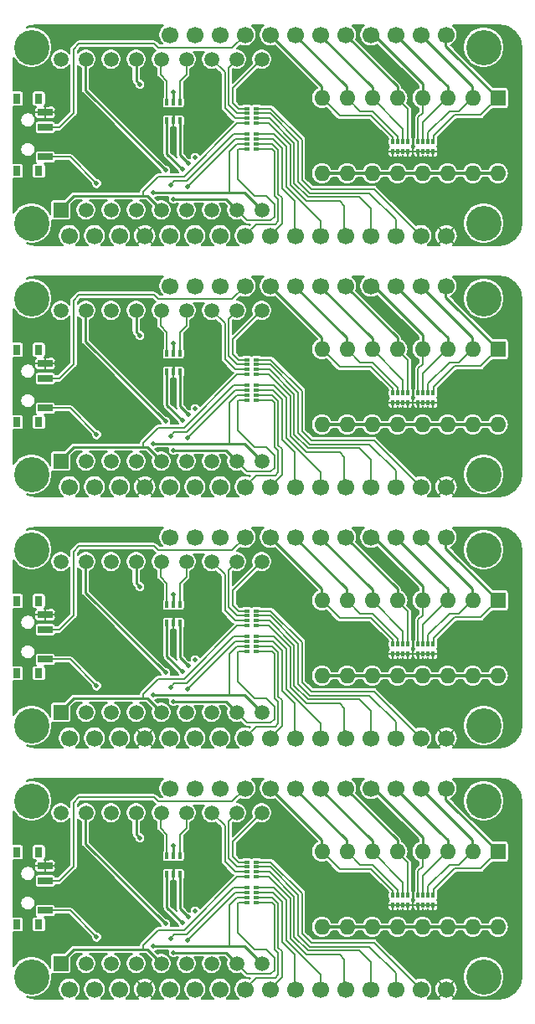
<source format=gbr>
G04 #@! TF.GenerationSoftware,KiCad,Pcbnew,(5.1.2)-1*
G04 #@! TF.CreationDate,2019-07-17T11:56:10+10:00*
G04 #@! TF.ProjectId,output.panel,6f757470-7574-42e7-9061-6e656c2e6b69,rev?*
G04 #@! TF.SameCoordinates,Original*
G04 #@! TF.FileFunction,Copper,L2,Bot*
G04 #@! TF.FilePolarity,Positive*
%FSLAX46Y46*%
G04 Gerber Fmt 4.6, Leading zero omitted, Abs format (unit mm)*
G04 Created by KiCad (PCBNEW (5.1.2)-1) date 2019-07-17 11:56:10*
%MOMM*%
%LPD*%
G04 APERTURE LIST*
%ADD10C,3.556000*%
%ADD11C,1.700000*%
%ADD12R,0.400000X0.500000*%
%ADD13R,0.300000X0.500000*%
%ADD14R,0.400000X0.650000*%
%ADD15O,1.600000X1.600000*%
%ADD16R,1.600000X1.600000*%
%ADD17R,1.500000X0.700000*%
%ADD18R,0.800000X1.000000*%
%ADD19R,0.500000X0.400000*%
%ADD20R,0.500000X0.300000*%
%ADD21R,1.500000X1.500000*%
%ADD22C,1.500000*%
%ADD23C,0.500000*%
%ADD24C,0.200000*%
%ADD25C,0.250000*%
%ADD26C,0.300000*%
G04 APERTURE END LIST*
D10*
X93678601Y-144145001D03*
X47958601Y-144145001D03*
X93678601Y-126365001D03*
X47958601Y-126365001D03*
D11*
X89868601Y-125095001D03*
X87328601Y-125095001D03*
X84788601Y-125095001D03*
X82248601Y-125095001D03*
X79708601Y-125095001D03*
X77168601Y-125095001D03*
X74628601Y-125095001D03*
X72088601Y-125095001D03*
X69548601Y-125095001D03*
X67008601Y-125095001D03*
X64468601Y-125095001D03*
X61928601Y-125095001D03*
X89868601Y-145415001D03*
X51768601Y-145415001D03*
X87328601Y-145415001D03*
X84788601Y-145415001D03*
X82248601Y-145415001D03*
X79708601Y-145415001D03*
X77168601Y-145415001D03*
X74628601Y-145415001D03*
X72088601Y-145415001D03*
X69548601Y-145415001D03*
X67008601Y-145415001D03*
X64468601Y-145415001D03*
X61928601Y-145415001D03*
X59388601Y-145415001D03*
X56848601Y-145415001D03*
X54308601Y-145415001D03*
D10*
X93678601Y-118745001D03*
X47958601Y-118745001D03*
X93678601Y-100965001D03*
X47958601Y-100965001D03*
D11*
X89868601Y-99695001D03*
X87328601Y-99695001D03*
X84788601Y-99695001D03*
X82248601Y-99695001D03*
X79708601Y-99695001D03*
X77168601Y-99695001D03*
X74628601Y-99695001D03*
X72088601Y-99695001D03*
X69548601Y-99695001D03*
X67008601Y-99695001D03*
X64468601Y-99695001D03*
X61928601Y-99695001D03*
X89868601Y-120015001D03*
X51768601Y-120015001D03*
X87328601Y-120015001D03*
X84788601Y-120015001D03*
X82248601Y-120015001D03*
X79708601Y-120015001D03*
X77168601Y-120015001D03*
X74628601Y-120015001D03*
X72088601Y-120015001D03*
X69548601Y-120015001D03*
X67008601Y-120015001D03*
X64468601Y-120015001D03*
X61928601Y-120015001D03*
X59388601Y-120015001D03*
X56848601Y-120015001D03*
X54308601Y-120015001D03*
D10*
X93678601Y-93345001D03*
X47958601Y-93345001D03*
X93678601Y-75565001D03*
X47958601Y-75565001D03*
D11*
X89868601Y-74295001D03*
X87328601Y-74295001D03*
X84788601Y-74295001D03*
X82248601Y-74295001D03*
X79708601Y-74295001D03*
X77168601Y-74295001D03*
X74628601Y-74295001D03*
X72088601Y-74295001D03*
X69548601Y-74295001D03*
X67008601Y-74295001D03*
X64468601Y-74295001D03*
X61928601Y-74295001D03*
X89868601Y-94615001D03*
X51768601Y-94615001D03*
X87328601Y-94615001D03*
X84788601Y-94615001D03*
X82248601Y-94615001D03*
X79708601Y-94615001D03*
X77168601Y-94615001D03*
X74628601Y-94615001D03*
X72088601Y-94615001D03*
X69548601Y-94615001D03*
X67008601Y-94615001D03*
X64468601Y-94615001D03*
X61928601Y-94615001D03*
X59388601Y-94615001D03*
X56848601Y-94615001D03*
X54308601Y-94615001D03*
D12*
X84500000Y-135900000D03*
D13*
X85000000Y-135900000D03*
D12*
X86000000Y-135900000D03*
D13*
X85500000Y-135900000D03*
D12*
X84500000Y-136900000D03*
D13*
X85500000Y-136900000D03*
X85000000Y-136900000D03*
D12*
X86000000Y-136900000D03*
X84500000Y-110500000D03*
D13*
X85000000Y-110500000D03*
D12*
X86000000Y-110500000D03*
D13*
X85500000Y-110500000D03*
D12*
X84500000Y-111500000D03*
D13*
X85500000Y-111500000D03*
X85000000Y-111500000D03*
D12*
X86000000Y-111500000D03*
X84500000Y-85100000D03*
D13*
X85000000Y-85100000D03*
D12*
X86000000Y-85100000D03*
D13*
X85500000Y-85100000D03*
D12*
X84500000Y-86100000D03*
D13*
X85500000Y-86100000D03*
X85000000Y-86100000D03*
D12*
X86000000Y-86100000D03*
D14*
X62950000Y-133800000D03*
X61650000Y-133800000D03*
X62300000Y-131900000D03*
X62300000Y-133800000D03*
X61650000Y-131900000D03*
X62950000Y-131900000D03*
X62950000Y-108400000D03*
X61650000Y-108400000D03*
X62300000Y-106500000D03*
X62300000Y-108400000D03*
X61650000Y-106500000D03*
X62950000Y-106500000D03*
X62950000Y-83000000D03*
X61650000Y-83000000D03*
X62300000Y-81100000D03*
X62300000Y-83000000D03*
X61650000Y-81100000D03*
X62950000Y-81100000D03*
D15*
X95100000Y-139120000D03*
X77320000Y-131500000D03*
X92560000Y-139120000D03*
X79860000Y-131500000D03*
X90020000Y-139120000D03*
X82400000Y-131500000D03*
X87480000Y-139120000D03*
X84940000Y-131500000D03*
X84940000Y-139120000D03*
X87480000Y-131500000D03*
X82400000Y-139120000D03*
X90020000Y-131500000D03*
X79860000Y-139120000D03*
X92560000Y-131500000D03*
X77320000Y-139120000D03*
D16*
X95100000Y-131500000D03*
D15*
X95100000Y-113720000D03*
X77320000Y-106100000D03*
X92560000Y-113720000D03*
X79860000Y-106100000D03*
X90020000Y-113720000D03*
X82400000Y-106100000D03*
X87480000Y-113720000D03*
X84940000Y-106100000D03*
X84940000Y-113720000D03*
X87480000Y-106100000D03*
X82400000Y-113720000D03*
X90020000Y-106100000D03*
X79860000Y-113720000D03*
X92560000Y-106100000D03*
X77320000Y-113720000D03*
D16*
X95100000Y-106100000D03*
D15*
X95100000Y-88320000D03*
X77320000Y-80700000D03*
X92560000Y-88320000D03*
X79860000Y-80700000D03*
X90020000Y-88320000D03*
X82400000Y-80700000D03*
X87480000Y-88320000D03*
X84940000Y-80700000D03*
X84940000Y-88320000D03*
X87480000Y-80700000D03*
X82400000Y-88320000D03*
X90020000Y-80700000D03*
X79860000Y-88320000D03*
X92560000Y-80700000D03*
X77320000Y-88320000D03*
D16*
X95100000Y-80700000D03*
D12*
X88550000Y-136900000D03*
D13*
X87550000Y-136900000D03*
X88050000Y-136900000D03*
D12*
X87050000Y-136900000D03*
D13*
X88050000Y-135900000D03*
D12*
X88550000Y-135900000D03*
D13*
X87550000Y-135900000D03*
D12*
X87050000Y-135900000D03*
X88550000Y-111500000D03*
D13*
X87550000Y-111500000D03*
X88050000Y-111500000D03*
D12*
X87050000Y-111500000D03*
D13*
X88050000Y-110500000D03*
D12*
X88550000Y-110500000D03*
D13*
X87550000Y-110500000D03*
D12*
X87050000Y-110500000D03*
X88550000Y-86100000D03*
D13*
X87550000Y-86100000D03*
X88050000Y-86100000D03*
D12*
X87050000Y-86100000D03*
D13*
X88050000Y-85100000D03*
D12*
X88550000Y-85100000D03*
D13*
X87550000Y-85100000D03*
D12*
X87050000Y-85100000D03*
D17*
X49330000Y-137450000D03*
X49330000Y-134450000D03*
X49330000Y-132950000D03*
D18*
X46470000Y-138850000D03*
X46470000Y-131550000D03*
X48680000Y-131550000D03*
X48680000Y-138850000D03*
D17*
X49330000Y-112050000D03*
X49330000Y-109050000D03*
X49330000Y-107550000D03*
D18*
X46470000Y-113450000D03*
X46470000Y-106150000D03*
X48680000Y-106150000D03*
X48680000Y-113450000D03*
D17*
X49330000Y-86650000D03*
X49330000Y-83650000D03*
X49330000Y-82150000D03*
D18*
X46470000Y-88050000D03*
X46470000Y-80750000D03*
X48680000Y-80750000D03*
X48680000Y-88050000D03*
D19*
X70700000Y-132550000D03*
D20*
X70700000Y-133550000D03*
X70700000Y-133050000D03*
D19*
X70700000Y-134050000D03*
D20*
X69700000Y-133050000D03*
D19*
X69700000Y-132550000D03*
D20*
X69700000Y-133550000D03*
D19*
X69700000Y-134050000D03*
X70700000Y-107150000D03*
D20*
X70700000Y-108150000D03*
X70700000Y-107650000D03*
D19*
X70700000Y-108650000D03*
D20*
X69700000Y-107650000D03*
D19*
X69700000Y-107150000D03*
D20*
X69700000Y-108150000D03*
D19*
X69700000Y-108650000D03*
X70700000Y-81750000D03*
D20*
X70700000Y-82750000D03*
X70700000Y-82250000D03*
D19*
X70700000Y-83250000D03*
D20*
X69700000Y-82250000D03*
D19*
X69700000Y-81750000D03*
D20*
X69700000Y-82750000D03*
D19*
X69700000Y-83250000D03*
X70700000Y-135150000D03*
D20*
X70700000Y-136150000D03*
X70700000Y-135650000D03*
D19*
X70700000Y-136650000D03*
D20*
X69700000Y-135650000D03*
D19*
X69700000Y-135150000D03*
D20*
X69700000Y-136150000D03*
D19*
X69700000Y-136650000D03*
X70700000Y-109750000D03*
D20*
X70700000Y-110750000D03*
X70700000Y-110250000D03*
D19*
X70700000Y-111250000D03*
D20*
X69700000Y-110250000D03*
D19*
X69700000Y-109750000D03*
D20*
X69700000Y-110750000D03*
D19*
X69700000Y-111250000D03*
X70700000Y-84350000D03*
D20*
X70700000Y-85350000D03*
X70700000Y-84850000D03*
D19*
X70700000Y-85850000D03*
D20*
X69700000Y-84850000D03*
D19*
X69700000Y-84350000D03*
D20*
X69700000Y-85350000D03*
D19*
X69700000Y-85850000D03*
D21*
X50900000Y-142800000D03*
D22*
X53440000Y-142800000D03*
X55980000Y-142800000D03*
X58520000Y-142800000D03*
X61060000Y-142800000D03*
X63600000Y-142800000D03*
X66140000Y-142800000D03*
X68680000Y-142800000D03*
X71220000Y-142800000D03*
X71220000Y-127560000D03*
X68680000Y-127560000D03*
X66140000Y-127560000D03*
X63600000Y-127560000D03*
X61060000Y-127560000D03*
X58520000Y-127560000D03*
X55980000Y-127560000D03*
X53440000Y-127560000D03*
X50900000Y-127560000D03*
D21*
X50900000Y-117400000D03*
D22*
X53440000Y-117400000D03*
X55980000Y-117400000D03*
X58520000Y-117400000D03*
X61060000Y-117400000D03*
X63600000Y-117400000D03*
X66140000Y-117400000D03*
X68680000Y-117400000D03*
X71220000Y-117400000D03*
X71220000Y-102160000D03*
X68680000Y-102160000D03*
X66140000Y-102160000D03*
X63600000Y-102160000D03*
X61060000Y-102160000D03*
X58520000Y-102160000D03*
X55980000Y-102160000D03*
X53440000Y-102160000D03*
X50900000Y-102160000D03*
D21*
X50900000Y-92000000D03*
D22*
X53440000Y-92000000D03*
X55980000Y-92000000D03*
X58520000Y-92000000D03*
X61060000Y-92000000D03*
X63600000Y-92000000D03*
X66140000Y-92000000D03*
X68680000Y-92000000D03*
X71220000Y-92000000D03*
X71220000Y-76760000D03*
X68680000Y-76760000D03*
X66140000Y-76760000D03*
X63600000Y-76760000D03*
X61060000Y-76760000D03*
X58520000Y-76760000D03*
X55980000Y-76760000D03*
X53440000Y-76760000D03*
X50900000Y-76760000D03*
D11*
X54308601Y-69215001D03*
X56848601Y-69215001D03*
X59388601Y-69215001D03*
X61928601Y-69215001D03*
X64468601Y-69215001D03*
X67008601Y-69215001D03*
X69548601Y-69215001D03*
X72088601Y-69215001D03*
X74628601Y-69215001D03*
X77168601Y-69215001D03*
X79708601Y-69215001D03*
X82248601Y-69215001D03*
X84788601Y-69215001D03*
X87328601Y-69215001D03*
X51768601Y-69215001D03*
X89868601Y-69215001D03*
X61928601Y-48895001D03*
X64468601Y-48895001D03*
X67008601Y-48895001D03*
X69548601Y-48895001D03*
X72088601Y-48895001D03*
X74628601Y-48895001D03*
X77168601Y-48895001D03*
X79708601Y-48895001D03*
X82248601Y-48895001D03*
X84788601Y-48895001D03*
X87328601Y-48895001D03*
X89868601Y-48895001D03*
D10*
X47958601Y-50165001D03*
X93678601Y-50165001D03*
X47958601Y-67945001D03*
X93678601Y-67945001D03*
D22*
X50900000Y-51360000D03*
X53440000Y-51360000D03*
X55980000Y-51360000D03*
X58520000Y-51360000D03*
X61060000Y-51360000D03*
X63600000Y-51360000D03*
X66140000Y-51360000D03*
X68680000Y-51360000D03*
X71220000Y-51360000D03*
X71220000Y-66600000D03*
X68680000Y-66600000D03*
X66140000Y-66600000D03*
X63600000Y-66600000D03*
X61060000Y-66600000D03*
X58520000Y-66600000D03*
X55980000Y-66600000D03*
X53440000Y-66600000D03*
D21*
X50900000Y-66600000D03*
D19*
X69700000Y-60450000D03*
D20*
X69700000Y-59950000D03*
D19*
X69700000Y-58950000D03*
D20*
X69700000Y-59450000D03*
D19*
X70700000Y-60450000D03*
D20*
X70700000Y-59450000D03*
X70700000Y-59950000D03*
D19*
X70700000Y-58950000D03*
X69700000Y-57850000D03*
D20*
X69700000Y-57350000D03*
D19*
X69700000Y-56350000D03*
D20*
X69700000Y-56850000D03*
D19*
X70700000Y-57850000D03*
D20*
X70700000Y-56850000D03*
X70700000Y-57350000D03*
D19*
X70700000Y-56350000D03*
D14*
X62950000Y-55700000D03*
X61650000Y-55700000D03*
X62300000Y-57600000D03*
X62300000Y-55700000D03*
X61650000Y-57600000D03*
X62950000Y-57600000D03*
D18*
X48680000Y-62650000D03*
X48680000Y-55350000D03*
X46470000Y-55350000D03*
X46470000Y-62650000D03*
D17*
X49330000Y-56750000D03*
X49330000Y-58250000D03*
X49330000Y-61250000D03*
D12*
X87050000Y-59700000D03*
D13*
X87550000Y-59700000D03*
D12*
X88550000Y-59700000D03*
D13*
X88050000Y-59700000D03*
D12*
X87050000Y-60700000D03*
D13*
X88050000Y-60700000D03*
X87550000Y-60700000D03*
D12*
X88550000Y-60700000D03*
D16*
X95100000Y-55300000D03*
D15*
X77320000Y-62920000D03*
X92560000Y-55300000D03*
X79860000Y-62920000D03*
X90020000Y-55300000D03*
X82400000Y-62920000D03*
X87480000Y-55300000D03*
X84940000Y-62920000D03*
X84940000Y-55300000D03*
X87480000Y-62920000D03*
X82400000Y-55300000D03*
X90020000Y-62920000D03*
X79860000Y-55300000D03*
X92560000Y-62920000D03*
X77320000Y-55300000D03*
X95100000Y-62920000D03*
D12*
X86000000Y-60700000D03*
D13*
X85000000Y-60700000D03*
X85500000Y-60700000D03*
D12*
X84500000Y-60700000D03*
D13*
X85500000Y-59700000D03*
D12*
X86000000Y-59700000D03*
D13*
X85000000Y-59700000D03*
D12*
X84500000Y-59700000D03*
D23*
X62300000Y-56700000D03*
X62200000Y-67600000D03*
X57200000Y-67600000D03*
X54600000Y-67500000D03*
X56900000Y-64400000D03*
X65000000Y-67600000D03*
X47500000Y-55000000D03*
X53000000Y-60650000D03*
X47500000Y-65000000D03*
X57500000Y-55900000D03*
X78300000Y-60000000D03*
X83300000Y-60000000D03*
X90800000Y-60000000D03*
X95800000Y-60000000D03*
X90000000Y-65000000D03*
X72500000Y-55000000D03*
X86200000Y-53800000D03*
X82800000Y-50600000D03*
X57550000Y-60650000D03*
X53100000Y-55600000D03*
X56900000Y-89800000D03*
X56900000Y-115200000D03*
X56900000Y-140600000D03*
X65000000Y-93000000D03*
X65000000Y-118400000D03*
X65000000Y-143800000D03*
X57500000Y-81300000D03*
X57500000Y-106700000D03*
X57500000Y-132100000D03*
X62300000Y-82100000D03*
X62300000Y-107500000D03*
X62300000Y-132900000D03*
X54600000Y-92900000D03*
X54600000Y-118300000D03*
X54600000Y-143700000D03*
X57200000Y-93000000D03*
X57200000Y-118400000D03*
X57200000Y-143800000D03*
X95800000Y-85400000D03*
X95800000Y-110800000D03*
X95800000Y-136200000D03*
X53000000Y-86050000D03*
X53000000Y-111450000D03*
X53000000Y-136850000D03*
X83300000Y-85400000D03*
X83300000Y-110800000D03*
X83300000Y-136200000D03*
X90800000Y-85400000D03*
X90800000Y-110800000D03*
X90800000Y-136200000D03*
X47500000Y-90400000D03*
X47500000Y-115800000D03*
X47500000Y-141200000D03*
X90000000Y-90400000D03*
X90000000Y-115800000D03*
X90000000Y-141200000D03*
X47500000Y-80400000D03*
X47500000Y-105800000D03*
X47500000Y-131200000D03*
X78300000Y-85400000D03*
X78300000Y-110800000D03*
X78300000Y-136200000D03*
X62200000Y-93000000D03*
X62200000Y-118400000D03*
X62200000Y-143800000D03*
X53100000Y-81000000D03*
X53100000Y-106400000D03*
X53100000Y-131800000D03*
X82800000Y-76000000D03*
X82800000Y-101400000D03*
X82800000Y-126800000D03*
X57550000Y-86050000D03*
X57550000Y-111450000D03*
X57550000Y-136850000D03*
X86200000Y-79200000D03*
X86200000Y-104600000D03*
X86200000Y-130000000D03*
X72500000Y-80400000D03*
X72500000Y-105800000D03*
X72500000Y-131200000D03*
X64500000Y-61300000D03*
X62300000Y-54700000D03*
X54524499Y-63924499D03*
X62300000Y-80100000D03*
X62300000Y-105500000D03*
X62300000Y-130900000D03*
X54524499Y-89324499D03*
X54524499Y-114724499D03*
X54524499Y-140124499D03*
X64500000Y-86700000D03*
X64500000Y-112100000D03*
X64500000Y-137500000D03*
X63800000Y-61900000D03*
X63800000Y-87300000D03*
X63800000Y-112700000D03*
X63800000Y-138100000D03*
X63200000Y-62500000D03*
X63200000Y-87900000D03*
X63200000Y-113300000D03*
X63200000Y-138700000D03*
X58900000Y-53900000D03*
X58900000Y-79300000D03*
X58900000Y-104700000D03*
X58900000Y-130100000D03*
X62300000Y-65500000D03*
X62300000Y-90900000D03*
X62300000Y-116300000D03*
X62300000Y-141700000D03*
X60260000Y-64860000D03*
X60260000Y-90260000D03*
X60260000Y-115660000D03*
X60260000Y-141060000D03*
X62000000Y-64100000D03*
X62000000Y-89500000D03*
X62000000Y-114900000D03*
X62000000Y-140300000D03*
X63750000Y-64250000D03*
X61499996Y-62600000D03*
X61499996Y-88000000D03*
X61499996Y-113400000D03*
X61499996Y-138800000D03*
X63750000Y-89650000D03*
X63750000Y-115050000D03*
X63750000Y-140450000D03*
D24*
X84500000Y-60700000D02*
X84500000Y-60750000D01*
X84500000Y-60750000D02*
X84550000Y-60700000D01*
D25*
X62300000Y-57550000D02*
X62300000Y-56700000D01*
D24*
X84500000Y-86100000D02*
X84500000Y-86150000D01*
X84500000Y-111500000D02*
X84500000Y-111550000D01*
X84500000Y-136900000D02*
X84500000Y-136950000D01*
D25*
X62300000Y-82950000D02*
X62300000Y-82100000D01*
X62300000Y-108350000D02*
X62300000Y-107500000D01*
X62300000Y-133750000D02*
X62300000Y-132900000D01*
D24*
X84500000Y-86150000D02*
X84550000Y-86100000D01*
X84500000Y-111550000D02*
X84550000Y-111500000D01*
X84500000Y-136950000D02*
X84550000Y-136900000D01*
D26*
X95100000Y-62920000D02*
X92620000Y-62920000D01*
X92620000Y-62920000D02*
X92600000Y-62900000D01*
X92600000Y-62900000D02*
X90000000Y-62900000D01*
X90000000Y-62900000D02*
X87500000Y-62900000D01*
X87500000Y-62900000D02*
X85000000Y-62900000D01*
X85000000Y-62900000D02*
X82400000Y-62900000D01*
X82400000Y-62900000D02*
X79900000Y-62900000D01*
X79900000Y-62900000D02*
X77300000Y-62900000D01*
D25*
X62300000Y-55650000D02*
X62300000Y-54700000D01*
D24*
X51850000Y-61250000D02*
X54524499Y-63924499D01*
X49330000Y-61250000D02*
X51850000Y-61250000D01*
D26*
X90000000Y-88300000D02*
X87500000Y-88300000D01*
X90000000Y-113700000D02*
X87500000Y-113700000D01*
X90000000Y-139100000D02*
X87500000Y-139100000D01*
X82400000Y-88300000D02*
X79900000Y-88300000D01*
X82400000Y-113700000D02*
X79900000Y-113700000D01*
X82400000Y-139100000D02*
X79900000Y-139100000D01*
X85000000Y-88300000D02*
X82400000Y-88300000D01*
X85000000Y-113700000D02*
X82400000Y-113700000D01*
X85000000Y-139100000D02*
X82400000Y-139100000D01*
D25*
X62300000Y-81050000D02*
X62300000Y-80100000D01*
X62300000Y-106450000D02*
X62300000Y-105500000D01*
X62300000Y-131850000D02*
X62300000Y-130900000D01*
D26*
X87500000Y-88300000D02*
X85000000Y-88300000D01*
X87500000Y-113700000D02*
X85000000Y-113700000D01*
X87500000Y-139100000D02*
X85000000Y-139100000D01*
X92620000Y-88320000D02*
X92600000Y-88300000D01*
X92620000Y-113720000D02*
X92600000Y-113700000D01*
X92620000Y-139120000D02*
X92600000Y-139100000D01*
X92600000Y-88300000D02*
X90000000Y-88300000D01*
X92600000Y-113700000D02*
X90000000Y-113700000D01*
X92600000Y-139100000D02*
X90000000Y-139100000D01*
X79900000Y-88300000D02*
X77300000Y-88300000D01*
X79900000Y-113700000D02*
X77300000Y-113700000D01*
X79900000Y-139100000D02*
X77300000Y-139100000D01*
X95100000Y-88320000D02*
X92620000Y-88320000D01*
X95100000Y-113720000D02*
X92620000Y-113720000D01*
X95100000Y-139120000D02*
X92620000Y-139120000D01*
D24*
X51850000Y-86650000D02*
X54524499Y-89324499D01*
X51850000Y-112050000D02*
X54524499Y-114724499D01*
X51850000Y-137450000D02*
X54524499Y-140124499D01*
X49330000Y-86650000D02*
X51850000Y-86650000D01*
X49330000Y-112050000D02*
X51850000Y-112050000D01*
X49330000Y-137450000D02*
X51850000Y-137450000D01*
X81200000Y-56600000D02*
X79900000Y-55300000D01*
X82400000Y-56600000D02*
X81200000Y-56600000D01*
X85000000Y-59700000D02*
X85000000Y-59200000D01*
X85000000Y-59200000D02*
X82400000Y-56600000D01*
D25*
X79800000Y-54100000D02*
X79800000Y-55200000D01*
X74600000Y-48900000D02*
X79800000Y-54100000D01*
D24*
X85000000Y-85100000D02*
X85000000Y-84600000D01*
X85000000Y-110500000D02*
X85000000Y-110000000D01*
X85000000Y-135900000D02*
X85000000Y-135400000D01*
X85000000Y-84600000D02*
X82400000Y-82000000D01*
X85000000Y-110000000D02*
X82400000Y-107400000D01*
X85000000Y-135400000D02*
X82400000Y-132800000D01*
X81200000Y-82000000D02*
X79900000Y-80700000D01*
X81200000Y-107400000D02*
X79900000Y-106100000D01*
X81200000Y-132800000D02*
X79900000Y-131500000D01*
D25*
X79800000Y-79500000D02*
X79800000Y-80600000D01*
X79800000Y-104900000D02*
X79800000Y-106000000D01*
X79800000Y-130300000D02*
X79800000Y-131400000D01*
X74600000Y-74300000D02*
X79800000Y-79500000D01*
X74600000Y-99700000D02*
X79800000Y-104900000D01*
X74600000Y-125100000D02*
X79800000Y-130300000D01*
D24*
X82400000Y-82000000D02*
X81200000Y-82000000D01*
X82400000Y-107400000D02*
X81200000Y-107400000D01*
X82400000Y-132800000D02*
X81200000Y-132800000D01*
X84500000Y-59300000D02*
X84500000Y-59700000D01*
X82300000Y-57100000D02*
X84500000Y-59300000D01*
X77320000Y-55300000D02*
X79120000Y-57100000D01*
X79120000Y-57100000D02*
X82300000Y-57100000D01*
D25*
X77300000Y-54100000D02*
X77300000Y-55300000D01*
X72100000Y-48900000D02*
X77300000Y-54100000D01*
D24*
X84500000Y-84700000D02*
X84500000Y-85100000D01*
X84500000Y-110100000D02*
X84500000Y-110500000D01*
X84500000Y-135500000D02*
X84500000Y-135900000D01*
D25*
X77300000Y-79500000D02*
X77300000Y-80700000D01*
X77300000Y-104900000D02*
X77300000Y-106100000D01*
X77300000Y-130300000D02*
X77300000Y-131500000D01*
X72100000Y-74300000D02*
X77300000Y-79500000D01*
X72100000Y-99700000D02*
X77300000Y-104900000D01*
X72100000Y-125100000D02*
X77300000Y-130300000D01*
D24*
X77320000Y-80700000D02*
X79120000Y-82500000D01*
X77320000Y-106100000D02*
X79120000Y-107900000D01*
X77320000Y-131500000D02*
X79120000Y-133300000D01*
X82300000Y-82500000D02*
X84500000Y-84700000D01*
X82300000Y-107900000D02*
X84500000Y-110100000D01*
X82300000Y-133300000D02*
X84500000Y-135500000D01*
X79120000Y-82500000D02*
X82300000Y-82500000D01*
X79120000Y-107900000D02*
X82300000Y-107900000D01*
X79120000Y-133300000D02*
X82300000Y-133300000D01*
X85500000Y-59700000D02*
X85500000Y-59250000D01*
X85500000Y-59250000D02*
X85500000Y-58400000D01*
X85500000Y-58400000D02*
X82400000Y-55300000D01*
D25*
X82400000Y-54200000D02*
X82400000Y-55400000D01*
X77200000Y-48900000D02*
X77200000Y-49000000D01*
X77200000Y-49000000D02*
X82400000Y-54200000D01*
X77200000Y-74300000D02*
X77200000Y-74400000D01*
X77200000Y-99700000D02*
X77200000Y-99800000D01*
X77200000Y-125100000D02*
X77200000Y-125200000D01*
X82400000Y-79600000D02*
X82400000Y-80800000D01*
X82400000Y-105000000D02*
X82400000Y-106200000D01*
X82400000Y-130400000D02*
X82400000Y-131600000D01*
D24*
X85500000Y-83800000D02*
X82400000Y-80700000D01*
X85500000Y-109200000D02*
X82400000Y-106100000D01*
X85500000Y-134600000D02*
X82400000Y-131500000D01*
X85500000Y-85100000D02*
X85500000Y-84650000D01*
X85500000Y-110500000D02*
X85500000Y-110050000D01*
X85500000Y-135900000D02*
X85500000Y-135450000D01*
X85500000Y-84650000D02*
X85500000Y-83800000D01*
X85500000Y-110050000D02*
X85500000Y-109200000D01*
X85500000Y-135450000D02*
X85500000Y-134600000D01*
D25*
X77200000Y-74400000D02*
X82400000Y-79600000D01*
X77200000Y-99800000D02*
X82400000Y-105000000D01*
X77200000Y-125200000D02*
X82400000Y-130400000D01*
D24*
X86000000Y-59700000D02*
X86000000Y-56400000D01*
X86000000Y-56400000D02*
X84900000Y-55300000D01*
D25*
X84940000Y-54140000D02*
X84940000Y-55300000D01*
X79700000Y-48900000D02*
X84940000Y-54140000D01*
X84940000Y-79540000D02*
X84940000Y-80700000D01*
X84940000Y-104940000D02*
X84940000Y-106100000D01*
X84940000Y-130340000D02*
X84940000Y-131500000D01*
D24*
X86000000Y-81800000D02*
X84900000Y-80700000D01*
X86000000Y-107200000D02*
X84900000Y-106100000D01*
X86000000Y-132600000D02*
X84900000Y-131500000D01*
D25*
X79700000Y-74300000D02*
X84940000Y-79540000D01*
X79700000Y-99700000D02*
X84940000Y-104940000D01*
X79700000Y-125100000D02*
X84940000Y-130340000D01*
D24*
X86000000Y-85100000D02*
X86000000Y-81800000D01*
X86000000Y-110500000D02*
X86000000Y-107200000D01*
X86000000Y-135900000D02*
X86000000Y-132600000D01*
X94400000Y-56000000D02*
X95100000Y-55300000D01*
X88550000Y-59650000D02*
X88600000Y-59600000D01*
X88600000Y-59600000D02*
X88600000Y-59100000D01*
X88600000Y-59100000D02*
X90700000Y-57000000D01*
X88550000Y-59700000D02*
X88550000Y-59650000D01*
X90700000Y-57000000D02*
X93400000Y-57000000D01*
X93400000Y-57000000D02*
X94400000Y-56000000D01*
D25*
X95100000Y-55300000D02*
X90600000Y-50800000D01*
X89800000Y-50000000D02*
X89800000Y-48800000D01*
X90600000Y-50800000D02*
X89800000Y-50000000D01*
D24*
X88600000Y-85000000D02*
X88600000Y-84500000D01*
X88600000Y-110400000D02*
X88600000Y-109900000D01*
X88600000Y-135800000D02*
X88600000Y-135300000D01*
X90700000Y-82400000D02*
X93400000Y-82400000D01*
X90700000Y-107800000D02*
X93400000Y-107800000D01*
X90700000Y-133200000D02*
X93400000Y-133200000D01*
D25*
X90600000Y-76200000D02*
X89800000Y-75400000D01*
X90600000Y-101600000D02*
X89800000Y-100800000D01*
X90600000Y-127000000D02*
X89800000Y-126200000D01*
D24*
X88550000Y-85100000D02*
X88550000Y-85050000D01*
X88550000Y-110500000D02*
X88550000Y-110450000D01*
X88550000Y-135900000D02*
X88550000Y-135850000D01*
D25*
X95100000Y-80700000D02*
X90600000Y-76200000D01*
X95100000Y-106100000D02*
X90600000Y-101600000D01*
X95100000Y-131500000D02*
X90600000Y-127000000D01*
D24*
X94400000Y-81400000D02*
X95100000Y-80700000D01*
X94400000Y-106800000D02*
X95100000Y-106100000D01*
X94400000Y-132200000D02*
X95100000Y-131500000D01*
D25*
X89800000Y-75400000D02*
X89800000Y-74200000D01*
X89800000Y-100800000D02*
X89800000Y-99600000D01*
X89800000Y-126200000D02*
X89800000Y-125000000D01*
D24*
X88600000Y-84500000D02*
X90700000Y-82400000D01*
X88600000Y-109900000D02*
X90700000Y-107800000D01*
X88600000Y-135300000D02*
X90700000Y-133200000D01*
X93400000Y-82400000D02*
X94400000Y-81400000D01*
X93400000Y-107800000D02*
X94400000Y-106800000D01*
X93400000Y-133200000D02*
X94400000Y-132200000D01*
X88550000Y-85050000D02*
X88600000Y-85000000D01*
X88550000Y-110450000D02*
X88600000Y-110400000D01*
X88550000Y-135850000D02*
X88600000Y-135800000D01*
X88050000Y-59700000D02*
X88050000Y-58784300D01*
X88050000Y-58784300D02*
X90234300Y-56600000D01*
X91200000Y-56600000D02*
X92500000Y-55300000D01*
X90234300Y-56600000D02*
X91200000Y-56600000D01*
D25*
X87400000Y-49000000D02*
X87200000Y-49000000D01*
X92500000Y-55300000D02*
X92500000Y-54100000D01*
X92500000Y-54100000D02*
X87400000Y-49000000D01*
D24*
X90234300Y-82000000D02*
X91200000Y-82000000D01*
X90234300Y-107400000D02*
X91200000Y-107400000D01*
X90234300Y-132800000D02*
X91200000Y-132800000D01*
D25*
X87400000Y-74400000D02*
X87200000Y-74400000D01*
X87400000Y-99800000D02*
X87200000Y-99800000D01*
X87400000Y-125200000D02*
X87200000Y-125200000D01*
X92500000Y-79500000D02*
X87400000Y-74400000D01*
X92500000Y-104900000D02*
X87400000Y-99800000D01*
X92500000Y-130300000D02*
X87400000Y-125200000D01*
X92500000Y-80700000D02*
X92500000Y-79500000D01*
X92500000Y-106100000D02*
X92500000Y-104900000D01*
X92500000Y-131500000D02*
X92500000Y-130300000D01*
D24*
X91200000Y-82000000D02*
X92500000Y-80700000D01*
X91200000Y-107400000D02*
X92500000Y-106100000D01*
X91200000Y-132800000D02*
X92500000Y-131500000D01*
X88050000Y-85100000D02*
X88050000Y-84184300D01*
X88050000Y-110500000D02*
X88050000Y-109584300D01*
X88050000Y-135900000D02*
X88050000Y-134984300D01*
X88050000Y-84184300D02*
X90234300Y-82000000D01*
X88050000Y-109584300D02*
X90234300Y-107400000D01*
X88050000Y-134984300D02*
X90234300Y-132800000D01*
X74900066Y-63740166D02*
X76059911Y-64900011D01*
X82100011Y-64900011D02*
X84800000Y-67600000D01*
X70600000Y-56850000D02*
X72084300Y-56850000D01*
X84800000Y-67600000D02*
X84800000Y-69200000D01*
X72084300Y-56850000D02*
X74900066Y-59665766D01*
X76059911Y-64900011D02*
X82100011Y-64900011D01*
X74900066Y-59665766D02*
X74900066Y-63740166D01*
X70600000Y-82250000D02*
X72084300Y-82250000D01*
X70600000Y-107650000D02*
X72084300Y-107650000D01*
X70600000Y-133050000D02*
X72084300Y-133050000D01*
X82100011Y-90300011D02*
X84800000Y-93000000D01*
X82100011Y-115700011D02*
X84800000Y-118400000D01*
X82100011Y-141100011D02*
X84800000Y-143800000D01*
X72084300Y-82250000D02*
X74900066Y-85065766D01*
X72084300Y-107650000D02*
X74900066Y-110465766D01*
X72084300Y-133050000D02*
X74900066Y-135865766D01*
X74900066Y-85065766D02*
X74900066Y-89140166D01*
X74900066Y-110465766D02*
X74900066Y-114540166D01*
X74900066Y-135865766D02*
X74900066Y-139940166D01*
X76059911Y-90300011D02*
X82100011Y-90300011D01*
X76059911Y-115700011D02*
X82100011Y-115700011D01*
X76059911Y-141100011D02*
X82100011Y-141100011D01*
X74900066Y-89140166D02*
X76059911Y-90300011D01*
X74900066Y-114540166D02*
X76059911Y-115700011D01*
X74900066Y-139940166D02*
X76059911Y-141100011D01*
X84800000Y-93000000D02*
X84800000Y-94600000D01*
X84800000Y-118400000D02*
X84800000Y-120000000D01*
X84800000Y-143800000D02*
X84800000Y-145400000D01*
X72615688Y-68050012D02*
X70649988Y-68050012D01*
X72250000Y-60450000D02*
X72500000Y-60700000D01*
X72500000Y-60700000D02*
X72500000Y-65165700D01*
X70649988Y-68050012D02*
X69500000Y-69200000D01*
X72500000Y-65165700D02*
X72900011Y-65565711D01*
X72900011Y-65565711D02*
X72900011Y-67765689D01*
X70600000Y-60450000D02*
X72250000Y-60450000D01*
X72900011Y-67765689D02*
X72615688Y-68050012D01*
X72500000Y-90565700D02*
X72900011Y-90965711D01*
X72500000Y-115965700D02*
X72900011Y-116365711D01*
X72500000Y-141365700D02*
X72900011Y-141765711D01*
X72900011Y-90965711D02*
X72900011Y-93165689D01*
X72900011Y-116365711D02*
X72900011Y-118565689D01*
X72900011Y-141765711D02*
X72900011Y-143965689D01*
X72250000Y-85850000D02*
X72500000Y-86100000D01*
X72250000Y-111250000D02*
X72500000Y-111500000D01*
X72250000Y-136650000D02*
X72500000Y-136900000D01*
X70649988Y-93450012D02*
X69500000Y-94600000D01*
X70649988Y-118850012D02*
X69500000Y-120000000D01*
X70649988Y-144250012D02*
X69500000Y-145400000D01*
X72500000Y-86100000D02*
X72500000Y-90565700D01*
X72500000Y-111500000D02*
X72500000Y-115965700D01*
X72500000Y-136900000D02*
X72500000Y-141365700D01*
X70600000Y-85850000D02*
X72250000Y-85850000D01*
X70600000Y-111250000D02*
X72250000Y-111250000D01*
X70600000Y-136650000D02*
X72250000Y-136650000D01*
X72900011Y-93165689D02*
X72615688Y-93450012D01*
X72900011Y-118565689D02*
X72615688Y-118850012D01*
X72900011Y-143965689D02*
X72615688Y-144250012D01*
X72615688Y-93450012D02*
X70649988Y-93450012D01*
X72615688Y-118850012D02*
X70649988Y-118850012D01*
X72615688Y-144250012D02*
X70649988Y-144250012D01*
X72150000Y-56350000D02*
X75300077Y-59500077D01*
X75300077Y-59500077D02*
X75300077Y-63574477D01*
X75300077Y-63574477D02*
X76225600Y-64500000D01*
X70600000Y-56350000D02*
X72150000Y-56350000D01*
X76225600Y-64500000D02*
X82600000Y-64500000D01*
X82600000Y-64500000D02*
X87300000Y-69200000D01*
X70600000Y-81750000D02*
X72150000Y-81750000D01*
X70600000Y-107150000D02*
X72150000Y-107150000D01*
X70600000Y-132550000D02*
X72150000Y-132550000D01*
X76225600Y-89900000D02*
X82600000Y-89900000D01*
X76225600Y-115300000D02*
X82600000Y-115300000D01*
X76225600Y-140700000D02*
X82600000Y-140700000D01*
X75300077Y-88974477D02*
X76225600Y-89900000D01*
X75300077Y-114374477D02*
X76225600Y-115300000D01*
X75300077Y-139774477D02*
X76225600Y-140700000D01*
X72150000Y-81750000D02*
X75300077Y-84900077D01*
X72150000Y-107150000D02*
X75300077Y-110300077D01*
X72150000Y-132550000D02*
X75300077Y-135700077D01*
X75300077Y-84900077D02*
X75300077Y-88974477D01*
X75300077Y-110300077D02*
X75300077Y-114374477D01*
X75300077Y-135700077D02*
X75300077Y-139774477D01*
X82600000Y-89900000D02*
X87300000Y-94600000D01*
X82600000Y-115300000D02*
X87300000Y-120000000D01*
X82600000Y-140700000D02*
X87300000Y-145400000D01*
X72450000Y-58950000D02*
X73700033Y-60200033D01*
X73700033Y-64237233D02*
X77200000Y-67737200D01*
X70600000Y-58950000D02*
X72450000Y-58950000D01*
X73700033Y-60200033D02*
X73700033Y-64237233D01*
X77200000Y-67737200D02*
X77200000Y-69200000D01*
X73700033Y-89637233D02*
X77200000Y-93137200D01*
X73700033Y-115037233D02*
X77200000Y-118537200D01*
X73700033Y-140437233D02*
X77200000Y-143937200D01*
X73700033Y-85600033D02*
X73700033Y-89637233D01*
X73700033Y-111000033D02*
X73700033Y-115037233D01*
X73700033Y-136400033D02*
X73700033Y-140437233D01*
X70600000Y-84350000D02*
X72450000Y-84350000D01*
X70600000Y-109750000D02*
X72450000Y-109750000D01*
X70600000Y-135150000D02*
X72450000Y-135150000D01*
X72450000Y-84350000D02*
X73700033Y-85600033D01*
X72450000Y-109750000D02*
X73700033Y-111000033D01*
X72450000Y-135150000D02*
X73700033Y-136400033D01*
X77200000Y-93137200D02*
X77200000Y-94600000D01*
X77200000Y-118537200D02*
X77200000Y-120000000D01*
X77200000Y-143937200D02*
X77200000Y-145400000D01*
X70600000Y-59950000D02*
X72318600Y-59950000D01*
X72318600Y-59950000D02*
X72900011Y-60531411D01*
X72900011Y-65000011D02*
X73300022Y-65400022D01*
X73300022Y-67999978D02*
X72100000Y-69200000D01*
X73300022Y-65400022D02*
X73300022Y-67999978D01*
X72900011Y-60531411D02*
X72900011Y-65000011D01*
X73300022Y-93399978D02*
X72100000Y-94600000D01*
X73300022Y-118799978D02*
X72100000Y-120000000D01*
X73300022Y-144199978D02*
X72100000Y-145400000D01*
X72900011Y-90400011D02*
X73300022Y-90800022D01*
X72900011Y-115800011D02*
X73300022Y-116200022D01*
X72900011Y-141200011D02*
X73300022Y-141600022D01*
X72900011Y-85931411D02*
X72900011Y-90400011D01*
X72900011Y-111331411D02*
X72900011Y-115800011D01*
X72900011Y-136731411D02*
X72900011Y-141200011D01*
X72318600Y-85350000D02*
X72900011Y-85931411D01*
X72318600Y-110750000D02*
X72900011Y-111331411D01*
X72318600Y-136150000D02*
X72900011Y-136731411D01*
X73300022Y-90800022D02*
X73300022Y-93399978D01*
X73300022Y-116200022D02*
X73300022Y-118799978D01*
X73300022Y-141600022D02*
X73300022Y-144199978D01*
X70600000Y-85350000D02*
X72318600Y-85350000D01*
X70600000Y-110750000D02*
X72318600Y-110750000D01*
X70600000Y-136150000D02*
X72318600Y-136150000D01*
X82300000Y-66500000D02*
X82300000Y-69300000D01*
X72018600Y-57350000D02*
X74500055Y-59831455D01*
X74500055Y-59831455D02*
X74500055Y-63905855D01*
X74500055Y-63905855D02*
X75894222Y-65300022D01*
X75894222Y-65300022D02*
X81100022Y-65300022D01*
X70600000Y-57350000D02*
X72018600Y-57350000D01*
X81100022Y-65300022D02*
X82300000Y-66500000D01*
X81100022Y-90700022D02*
X82300000Y-91900000D01*
X81100022Y-116100022D02*
X82300000Y-117300000D01*
X81100022Y-141500022D02*
X82300000Y-142700000D01*
X75894222Y-90700022D02*
X81100022Y-90700022D01*
X75894222Y-116100022D02*
X81100022Y-116100022D01*
X75894222Y-141500022D02*
X81100022Y-141500022D01*
X70600000Y-82750000D02*
X72018600Y-82750000D01*
X70600000Y-108150000D02*
X72018600Y-108150000D01*
X70600000Y-133550000D02*
X72018600Y-133550000D01*
X74500055Y-85231455D02*
X74500055Y-89305855D01*
X74500055Y-110631455D02*
X74500055Y-114705855D01*
X74500055Y-136031455D02*
X74500055Y-140105855D01*
X82300000Y-91900000D02*
X82300000Y-94700000D01*
X82300000Y-117300000D02*
X82300000Y-120100000D01*
X82300000Y-142700000D02*
X82300000Y-145500000D01*
X72018600Y-82750000D02*
X74500055Y-85231455D01*
X72018600Y-108150000D02*
X74500055Y-110631455D01*
X72018600Y-133550000D02*
X74500055Y-136031455D01*
X74500055Y-89305855D02*
X75894222Y-90700022D01*
X74500055Y-114705855D02*
X75894222Y-116100022D01*
X74500055Y-140105855D02*
X75894222Y-141500022D01*
X73300022Y-60365722D02*
X73300022Y-64402922D01*
X72384300Y-59450000D02*
X73300022Y-60365722D01*
X73300022Y-64402922D02*
X74600000Y-65702900D01*
X74600000Y-65702900D02*
X74600000Y-69200000D01*
X70600000Y-59450000D02*
X72384300Y-59450000D01*
X74600000Y-91102900D02*
X74600000Y-94600000D01*
X74600000Y-116502900D02*
X74600000Y-120000000D01*
X74600000Y-141902900D02*
X74600000Y-145400000D01*
X72384300Y-84850000D02*
X73300022Y-85765722D01*
X72384300Y-110250000D02*
X73300022Y-111165722D01*
X72384300Y-135650000D02*
X73300022Y-136565722D01*
X70600000Y-84850000D02*
X72384300Y-84850000D01*
X70600000Y-110250000D02*
X72384300Y-110250000D01*
X70600000Y-135650000D02*
X72384300Y-135650000D01*
X73300022Y-85765722D02*
X73300022Y-89802922D01*
X73300022Y-111165722D02*
X73300022Y-115202922D01*
X73300022Y-136565722D02*
X73300022Y-140602922D01*
X73300022Y-89802922D02*
X74600000Y-91102900D01*
X73300022Y-115202922D02*
X74600000Y-116502900D01*
X73300022Y-140602922D02*
X74600000Y-141902900D01*
X79600000Y-66200000D02*
X79600000Y-69100000D01*
X79600000Y-69100000D02*
X79700000Y-69200000D01*
X79100033Y-65700033D02*
X79600000Y-66200000D01*
X75728533Y-65700033D02*
X79100033Y-65700033D01*
X74100044Y-64071544D02*
X75728533Y-65700033D01*
X74100044Y-59997144D02*
X74100044Y-64071544D01*
X71952900Y-57850000D02*
X74100044Y-59997144D01*
X70600000Y-57850000D02*
X71952900Y-57850000D01*
X70600000Y-83250000D02*
X71952900Y-83250000D01*
X70600000Y-108650000D02*
X71952900Y-108650000D01*
X70600000Y-134050000D02*
X71952900Y-134050000D01*
X75728533Y-91100033D02*
X79100033Y-91100033D01*
X75728533Y-116500033D02*
X79100033Y-116500033D01*
X75728533Y-141900033D02*
X79100033Y-141900033D01*
X79600000Y-94500000D02*
X79700000Y-94600000D01*
X79600000Y-119900000D02*
X79700000Y-120000000D01*
X79600000Y-145300000D02*
X79700000Y-145400000D01*
X74100044Y-85397144D02*
X74100044Y-89471544D01*
X74100044Y-110797144D02*
X74100044Y-114871544D01*
X74100044Y-136197144D02*
X74100044Y-140271544D01*
X74100044Y-89471544D02*
X75728533Y-91100033D01*
X74100044Y-114871544D02*
X75728533Y-116500033D01*
X74100044Y-140271544D02*
X75728533Y-141900033D01*
X79600000Y-91600000D02*
X79600000Y-94500000D01*
X79600000Y-117000000D02*
X79600000Y-119900000D01*
X79600000Y-142400000D02*
X79600000Y-145300000D01*
X79100033Y-91100033D02*
X79600000Y-91600000D01*
X79100033Y-116500033D02*
X79600000Y-117000000D01*
X79100033Y-141900033D02*
X79600000Y-142400000D01*
X71952900Y-83250000D02*
X74100044Y-85397144D01*
X71952900Y-108650000D02*
X74100044Y-110797144D01*
X71952900Y-134050000D02*
X74100044Y-136197144D01*
X63600000Y-52900000D02*
X63600000Y-51400000D01*
X62950000Y-55650000D02*
X62950000Y-53550000D01*
X62950000Y-53550000D02*
X63600000Y-52900000D01*
X62950000Y-81050000D02*
X62950000Y-78950000D01*
X62950000Y-106450000D02*
X62950000Y-104350000D01*
X62950000Y-131850000D02*
X62950000Y-129750000D01*
X63600000Y-78300000D02*
X63600000Y-76800000D01*
X63600000Y-103700000D02*
X63600000Y-102200000D01*
X63600000Y-129100000D02*
X63600000Y-127600000D01*
X62950000Y-78950000D02*
X63600000Y-78300000D01*
X62950000Y-104350000D02*
X63600000Y-103700000D01*
X62950000Y-129750000D02*
X63600000Y-129100000D01*
X61000000Y-51500000D02*
X61100000Y-51400000D01*
X61000000Y-52900000D02*
X61000000Y-51500000D01*
X61650000Y-55650000D02*
X61650000Y-53550000D01*
X61650000Y-53550000D02*
X61000000Y-52900000D01*
X61000000Y-78300000D02*
X61000000Y-76900000D01*
X61000000Y-103700000D02*
X61000000Y-102300000D01*
X61000000Y-129100000D02*
X61000000Y-127700000D01*
X61650000Y-78950000D02*
X61000000Y-78300000D01*
X61650000Y-104350000D02*
X61000000Y-103700000D01*
X61650000Y-129750000D02*
X61000000Y-129100000D01*
X61000000Y-76900000D02*
X61100000Y-76800000D01*
X61000000Y-102300000D02*
X61100000Y-102200000D01*
X61000000Y-127700000D02*
X61100000Y-127600000D01*
X61650000Y-81050000D02*
X61650000Y-78950000D01*
X61650000Y-106450000D02*
X61650000Y-104350000D01*
X61650000Y-131850000D02*
X61650000Y-129750000D01*
D25*
X62950000Y-61050000D02*
X63800000Y-61900000D01*
X62900000Y-57500000D02*
X62950000Y-57550000D01*
X62950000Y-57550000D02*
X62950000Y-61050000D01*
X62950000Y-86450000D02*
X63800000Y-87300000D01*
X62950000Y-111850000D02*
X63800000Y-112700000D01*
X62950000Y-137250000D02*
X63800000Y-138100000D01*
X62900000Y-82900000D02*
X62950000Y-82950000D01*
X62900000Y-108300000D02*
X62950000Y-108350000D01*
X62900000Y-133700000D02*
X62950000Y-133750000D01*
X62950000Y-82950000D02*
X62950000Y-86450000D01*
X62950000Y-108350000D02*
X62950000Y-111850000D01*
X62950000Y-133750000D02*
X62950000Y-137250000D01*
X61650000Y-60950000D02*
X63200000Y-62500000D01*
X61650000Y-57600000D02*
X61650000Y-60950000D01*
X61650000Y-83000000D02*
X61650000Y-86350000D01*
X61650000Y-108400000D02*
X61650000Y-111750000D01*
X61650000Y-133800000D02*
X61650000Y-137150000D01*
X61650000Y-86350000D02*
X63200000Y-87900000D01*
X61650000Y-111750000D02*
X63200000Y-113300000D01*
X61650000Y-137150000D02*
X63200000Y-138700000D01*
D24*
X60350000Y-49800000D02*
X60750000Y-50200000D01*
X60750000Y-50200000D02*
X68250000Y-50200000D01*
X50750000Y-58250000D02*
X52200000Y-56800000D01*
X52200000Y-56800000D02*
X52200000Y-50350000D01*
X52200000Y-50350000D02*
X52750000Y-49800000D01*
X68250000Y-50200000D02*
X69550000Y-48900000D01*
X49330000Y-58250000D02*
X50750000Y-58250000D01*
X52750000Y-49800000D02*
X60350000Y-49800000D01*
X50750000Y-83650000D02*
X52200000Y-82200000D01*
X50750000Y-109050000D02*
X52200000Y-107600000D01*
X50750000Y-134450000D02*
X52200000Y-133000000D01*
X52200000Y-75750000D02*
X52750000Y-75200000D01*
X52200000Y-101150000D02*
X52750000Y-100600000D01*
X52200000Y-126550000D02*
X52750000Y-126000000D01*
X52200000Y-82200000D02*
X52200000Y-75750000D01*
X52200000Y-107600000D02*
X52200000Y-101150000D01*
X52200000Y-133000000D02*
X52200000Y-126550000D01*
X68250000Y-75600000D02*
X69550000Y-74300000D01*
X68250000Y-101000000D02*
X69550000Y-99700000D01*
X68250000Y-126400000D02*
X69550000Y-125100000D01*
X49330000Y-83650000D02*
X50750000Y-83650000D01*
X49330000Y-109050000D02*
X50750000Y-109050000D01*
X49330000Y-134450000D02*
X50750000Y-134450000D01*
X52750000Y-75200000D02*
X60350000Y-75200000D01*
X52750000Y-100600000D02*
X60350000Y-100600000D01*
X52750000Y-126000000D02*
X60350000Y-126000000D01*
X60350000Y-75200000D02*
X60750000Y-75600000D01*
X60350000Y-100600000D02*
X60750000Y-101000000D01*
X60350000Y-126000000D02*
X60750000Y-126400000D01*
X60750000Y-75600000D02*
X68250000Y-75600000D01*
X60750000Y-101000000D02*
X68250000Y-101000000D01*
X60750000Y-126400000D02*
X68250000Y-126400000D01*
X87550000Y-59700000D02*
X87550000Y-57750000D01*
X87550000Y-57750000D02*
X90000000Y-55300000D01*
D25*
X89220000Y-53320000D02*
X84800000Y-48900000D01*
X90020000Y-54140000D02*
X89200000Y-53320000D01*
X90020000Y-55300000D02*
X90020000Y-54140000D01*
D24*
X87550000Y-85100000D02*
X87550000Y-83150000D01*
X87550000Y-110500000D02*
X87550000Y-108550000D01*
X87550000Y-135900000D02*
X87550000Y-133950000D01*
X87550000Y-83150000D02*
X90000000Y-80700000D01*
X87550000Y-108550000D02*
X90000000Y-106100000D01*
X87550000Y-133950000D02*
X90000000Y-131500000D01*
D25*
X89220000Y-78720000D02*
X84800000Y-74300000D01*
X89220000Y-104120000D02*
X84800000Y-99700000D01*
X89220000Y-129520000D02*
X84800000Y-125100000D01*
X90020000Y-80700000D02*
X90020000Y-79540000D01*
X90020000Y-106100000D02*
X90020000Y-104940000D01*
X90020000Y-131500000D02*
X90020000Y-130340000D01*
X90020000Y-79540000D02*
X89200000Y-78720000D01*
X90020000Y-104940000D02*
X89200000Y-104120000D01*
X90020000Y-130340000D02*
X89200000Y-129520000D01*
D24*
X87050000Y-59700000D02*
X87050000Y-57250000D01*
X87050000Y-57250000D02*
X87500000Y-56800000D01*
X87500000Y-56800000D02*
X87500000Y-55300000D01*
D25*
X87480000Y-53880000D02*
X87480000Y-55300000D01*
X82400000Y-48800000D02*
X87480000Y-53880000D01*
X82200000Y-48900000D02*
X82200000Y-48800000D01*
X82200000Y-48800000D02*
X82400000Y-48800000D01*
X82200000Y-74200000D02*
X82400000Y-74200000D01*
X82200000Y-99600000D02*
X82400000Y-99600000D01*
X82200000Y-125000000D02*
X82400000Y-125000000D01*
D24*
X87050000Y-85100000D02*
X87050000Y-82650000D01*
X87050000Y-110500000D02*
X87050000Y-108050000D01*
X87050000Y-135900000D02*
X87050000Y-133450000D01*
X87500000Y-82200000D02*
X87500000Y-80700000D01*
X87500000Y-107600000D02*
X87500000Y-106100000D01*
X87500000Y-133000000D02*
X87500000Y-131500000D01*
D25*
X82200000Y-74300000D02*
X82200000Y-74200000D01*
X82200000Y-99700000D02*
X82200000Y-99600000D01*
X82200000Y-125100000D02*
X82200000Y-125000000D01*
X87480000Y-79280000D02*
X87480000Y-80700000D01*
X87480000Y-104680000D02*
X87480000Y-106100000D01*
X87480000Y-130080000D02*
X87480000Y-131500000D01*
X82400000Y-74200000D02*
X87480000Y-79280000D01*
X82400000Y-99600000D02*
X87480000Y-104680000D01*
X82400000Y-125000000D02*
X87480000Y-130080000D01*
D24*
X87050000Y-82650000D02*
X87500000Y-82200000D01*
X87050000Y-108050000D02*
X87500000Y-107600000D01*
X87050000Y-133450000D02*
X87500000Y-133000000D01*
D25*
X61060000Y-66600000D02*
X59660000Y-65200000D01*
X59660000Y-65200000D02*
X59200000Y-65200000D01*
D24*
X68750000Y-57850000D02*
X63349999Y-63250001D01*
X60749999Y-63250001D02*
X59200000Y-64800000D01*
X63349999Y-63250001D02*
X60749999Y-63250001D01*
X59200000Y-64800000D02*
X59200000Y-65200000D01*
X69500000Y-57850000D02*
X68750000Y-57850000D01*
D25*
X52200000Y-65200000D02*
X50900000Y-66500000D01*
X53300000Y-65200000D02*
X52200000Y-65200000D01*
X59200000Y-65200000D02*
X53300000Y-65200000D01*
D24*
X63349999Y-88650001D02*
X60749999Y-88650001D01*
X63349999Y-114050001D02*
X60749999Y-114050001D01*
X63349999Y-139450001D02*
X60749999Y-139450001D01*
X68750000Y-83250000D02*
X63349999Y-88650001D01*
X68750000Y-108650000D02*
X63349999Y-114050001D01*
X68750000Y-134050000D02*
X63349999Y-139450001D01*
D25*
X53300000Y-90600000D02*
X52200000Y-90600000D01*
X53300000Y-116000000D02*
X52200000Y-116000000D01*
X53300000Y-141400000D02*
X52200000Y-141400000D01*
X61060000Y-92000000D02*
X59660000Y-90600000D01*
X61060000Y-117400000D02*
X59660000Y-116000000D01*
X61060000Y-142800000D02*
X59660000Y-141400000D01*
D24*
X60749999Y-88650001D02*
X59200000Y-90200000D01*
X60749999Y-114050001D02*
X59200000Y-115600000D01*
X60749999Y-139450001D02*
X59200000Y-141000000D01*
D25*
X52200000Y-90600000D02*
X50900000Y-91900000D01*
X52200000Y-116000000D02*
X50900000Y-117300000D01*
X52200000Y-141400000D02*
X50900000Y-142700000D01*
X59660000Y-90600000D02*
X59200000Y-90600000D01*
X59660000Y-116000000D02*
X59200000Y-116000000D01*
X59660000Y-141400000D02*
X59200000Y-141400000D01*
D24*
X59200000Y-90200000D02*
X59200000Y-90600000D01*
X59200000Y-115600000D02*
X59200000Y-116000000D01*
X59200000Y-141000000D02*
X59200000Y-141400000D01*
X69500000Y-83250000D02*
X68750000Y-83250000D01*
X69500000Y-108650000D02*
X68750000Y-108650000D01*
X69500000Y-134050000D02*
X68750000Y-134050000D01*
D25*
X59200000Y-90600000D02*
X53300000Y-90600000D01*
X59200000Y-116000000D02*
X53300000Y-116000000D01*
X59200000Y-141400000D02*
X53300000Y-141400000D01*
D24*
X67500000Y-52700000D02*
X66100000Y-51300000D01*
X67500000Y-56300000D02*
X67500000Y-52700000D01*
X69500000Y-57350000D02*
X68550000Y-57350000D01*
X68550000Y-57350000D02*
X67500000Y-56300000D01*
X69500000Y-82750000D02*
X68550000Y-82750000D01*
X69500000Y-108150000D02*
X68550000Y-108150000D01*
X69500000Y-133550000D02*
X68550000Y-133550000D01*
X67500000Y-78100000D02*
X66100000Y-76700000D01*
X67500000Y-103500000D02*
X66100000Y-102100000D01*
X67500000Y-128900000D02*
X66100000Y-127500000D01*
X67500000Y-81700000D02*
X67500000Y-78100000D01*
X67500000Y-107100000D02*
X67500000Y-103500000D01*
X67500000Y-132500000D02*
X67500000Y-128900000D01*
X68550000Y-82750000D02*
X67500000Y-81700000D01*
X68550000Y-108150000D02*
X67500000Y-107100000D01*
X68550000Y-133550000D02*
X67500000Y-132500000D01*
D25*
X58520000Y-51360000D02*
X58520000Y-53520000D01*
X58520000Y-53520000D02*
X58900000Y-53900000D01*
D24*
X68300000Y-54300000D02*
X71200000Y-51400000D01*
X68300000Y-55800000D02*
X68300000Y-54300000D01*
X69600000Y-56350000D02*
X68850000Y-56350000D01*
X68850000Y-56350000D02*
X68300000Y-55800000D01*
D25*
X58520000Y-78920000D02*
X58900000Y-79300000D01*
X58520000Y-104320000D02*
X58900000Y-104700000D01*
X58520000Y-129720000D02*
X58900000Y-130100000D01*
D24*
X68300000Y-81200000D02*
X68300000Y-79700000D01*
X68300000Y-106600000D02*
X68300000Y-105100000D01*
X68300000Y-132000000D02*
X68300000Y-130500000D01*
X68850000Y-81750000D02*
X68300000Y-81200000D01*
X68850000Y-107150000D02*
X68300000Y-106600000D01*
X68850000Y-132550000D02*
X68300000Y-132000000D01*
X69600000Y-81750000D02*
X68850000Y-81750000D01*
X69600000Y-107150000D02*
X68850000Y-107150000D01*
X69600000Y-132550000D02*
X68850000Y-132550000D01*
D25*
X58520000Y-76760000D02*
X58520000Y-78920000D01*
X58520000Y-102160000D02*
X58520000Y-104320000D01*
X58520000Y-127560000D02*
X58520000Y-129720000D01*
D24*
X68300000Y-79700000D02*
X71200000Y-76800000D01*
X68300000Y-105100000D02*
X71200000Y-102200000D01*
X68300000Y-130500000D02*
X71200000Y-127600000D01*
X69500000Y-56850000D02*
X68750000Y-56850000D01*
X68750000Y-56850000D02*
X67900000Y-56000000D01*
X67900000Y-56000000D02*
X67900000Y-52200000D01*
X67900000Y-52200000D02*
X68700000Y-51400000D01*
X67900000Y-81400000D02*
X67900000Y-77600000D01*
X67900000Y-106800000D02*
X67900000Y-103000000D01*
X67900000Y-132200000D02*
X67900000Y-128400000D01*
X69500000Y-82250000D02*
X68750000Y-82250000D01*
X69500000Y-107650000D02*
X68750000Y-107650000D01*
X69500000Y-133050000D02*
X68750000Y-133050000D01*
X67900000Y-77600000D02*
X68700000Y-76800000D01*
X67900000Y-103000000D02*
X68700000Y-102200000D01*
X67900000Y-128400000D02*
X68700000Y-127600000D01*
X68750000Y-82250000D02*
X67900000Y-81400000D01*
X68750000Y-107650000D02*
X67900000Y-106800000D01*
X68750000Y-133050000D02*
X67900000Y-132200000D01*
D25*
X67600000Y-65500000D02*
X68700000Y-66600000D01*
X62300000Y-65500000D02*
X67600000Y-65500000D01*
D24*
X69730001Y-67650001D02*
X68680000Y-66600000D01*
X72149999Y-67650001D02*
X69730001Y-67650001D01*
X72500000Y-67300000D02*
X72149999Y-67650001D01*
X72500000Y-66000000D02*
X72500000Y-67300000D01*
X68850000Y-60450000D02*
X68800000Y-60500000D01*
X69500000Y-60450000D02*
X68850000Y-60450000D01*
X68800000Y-60500000D02*
X68800000Y-63500000D01*
X70500000Y-65200000D02*
X71700000Y-65200000D01*
X68800000Y-63500000D02*
X70500000Y-65200000D01*
X71700000Y-65200000D02*
X72500000Y-66000000D01*
D25*
X67600000Y-90900000D02*
X68700000Y-92000000D01*
X67600000Y-116300000D02*
X68700000Y-117400000D01*
X67600000Y-141700000D02*
X68700000Y-142800000D01*
X62300000Y-90900000D02*
X67600000Y-90900000D01*
X62300000Y-116300000D02*
X67600000Y-116300000D01*
X62300000Y-141700000D02*
X67600000Y-141700000D01*
D24*
X72149999Y-93050001D02*
X69730001Y-93050001D01*
X72149999Y-118450001D02*
X69730001Y-118450001D01*
X72149999Y-143850001D02*
X69730001Y-143850001D01*
X72500000Y-92700000D02*
X72149999Y-93050001D01*
X72500000Y-118100000D02*
X72149999Y-118450001D01*
X72500000Y-143500000D02*
X72149999Y-143850001D01*
X72500000Y-91400000D02*
X72500000Y-92700000D01*
X72500000Y-116800000D02*
X72500000Y-118100000D01*
X72500000Y-142200000D02*
X72500000Y-143500000D01*
X69500000Y-85850000D02*
X68850000Y-85850000D01*
X69500000Y-111250000D02*
X68850000Y-111250000D01*
X69500000Y-136650000D02*
X68850000Y-136650000D01*
X68800000Y-85900000D02*
X68800000Y-88900000D01*
X68800000Y-111300000D02*
X68800000Y-114300000D01*
X68800000Y-136700000D02*
X68800000Y-139700000D01*
X70500000Y-90600000D02*
X71700000Y-90600000D01*
X70500000Y-116000000D02*
X71700000Y-116000000D01*
X70500000Y-141400000D02*
X71700000Y-141400000D01*
X69730001Y-93050001D02*
X68680000Y-92000000D01*
X69730001Y-118450001D02*
X68680000Y-117400000D01*
X69730001Y-143850001D02*
X68680000Y-142800000D01*
X68850000Y-85850000D02*
X68800000Y-85900000D01*
X68850000Y-111250000D02*
X68800000Y-111300000D01*
X68850000Y-136650000D02*
X68800000Y-136700000D01*
X68800000Y-88900000D02*
X70500000Y-90600000D01*
X68800000Y-114300000D02*
X70500000Y-116000000D01*
X68800000Y-139700000D02*
X70500000Y-141400000D01*
X71700000Y-90600000D02*
X72500000Y-91400000D01*
X71700000Y-116000000D02*
X72500000Y-116800000D01*
X71700000Y-141400000D02*
X72500000Y-142200000D01*
D25*
X60613553Y-64860000D02*
X60260000Y-64860000D01*
X70160000Y-65540000D02*
X69480000Y-64860000D01*
X71220000Y-66600000D02*
X70160000Y-65540000D01*
X69480000Y-64860000D02*
X68340000Y-64860000D01*
X68340000Y-64860000D02*
X60613553Y-64860000D01*
D24*
X68000000Y-64860000D02*
X68340000Y-64860000D01*
X68000000Y-60700000D02*
X68000000Y-64860000D01*
X69500000Y-59950000D02*
X68750000Y-59950000D01*
X68750000Y-59950000D02*
X68000000Y-60700000D01*
D25*
X69480000Y-90260000D02*
X68340000Y-90260000D01*
X69480000Y-115660000D02*
X68340000Y-115660000D01*
X69480000Y-141060000D02*
X68340000Y-141060000D01*
X71220000Y-92000000D02*
X70160000Y-90940000D01*
X71220000Y-117400000D02*
X70160000Y-116340000D01*
X71220000Y-142800000D02*
X70160000Y-141740000D01*
D24*
X68000000Y-86100000D02*
X68000000Y-90260000D01*
X68000000Y-111500000D02*
X68000000Y-115660000D01*
X68000000Y-136900000D02*
X68000000Y-141060000D01*
D25*
X60613553Y-90260000D02*
X60260000Y-90260000D01*
X60613553Y-115660000D02*
X60260000Y-115660000D01*
X60613553Y-141060000D02*
X60260000Y-141060000D01*
D24*
X68750000Y-85350000D02*
X68000000Y-86100000D01*
X68750000Y-110750000D02*
X68000000Y-111500000D01*
X68750000Y-136150000D02*
X68000000Y-136900000D01*
D25*
X68340000Y-90260000D02*
X60613553Y-90260000D01*
X68340000Y-115660000D02*
X60613553Y-115660000D01*
X68340000Y-141060000D02*
X60613553Y-141060000D01*
D24*
X68000000Y-90260000D02*
X68340000Y-90260000D01*
X68000000Y-115660000D02*
X68340000Y-115660000D01*
X68000000Y-141060000D02*
X68340000Y-141060000D01*
D25*
X70160000Y-90940000D02*
X69480000Y-90260000D01*
X70160000Y-116340000D02*
X69480000Y-115660000D01*
X70160000Y-141740000D02*
X69480000Y-141060000D01*
D24*
X69500000Y-85350000D02*
X68750000Y-85350000D01*
X69500000Y-110750000D02*
X68750000Y-110750000D01*
X69500000Y-136150000D02*
X68750000Y-136150000D01*
X62400000Y-63700000D02*
X62000000Y-64100000D01*
X63600000Y-63700000D02*
X62400000Y-63700000D01*
X69500000Y-58950000D02*
X68350000Y-58950000D01*
X68350000Y-58950000D02*
X63600000Y-63700000D01*
X68350000Y-84350000D02*
X63600000Y-89100000D01*
X68350000Y-109750000D02*
X63600000Y-114500000D01*
X68350000Y-135150000D02*
X63600000Y-139900000D01*
X63600000Y-89100000D02*
X62400000Y-89100000D01*
X63600000Y-114500000D02*
X62400000Y-114500000D01*
X63600000Y-139900000D02*
X62400000Y-139900000D01*
X69500000Y-84350000D02*
X68350000Y-84350000D01*
X69500000Y-109750000D02*
X68350000Y-109750000D01*
X69500000Y-135150000D02*
X68350000Y-135150000D01*
X62400000Y-89100000D02*
X62000000Y-89500000D01*
X62400000Y-114500000D02*
X62000000Y-114900000D01*
X62400000Y-139900000D02*
X62000000Y-140300000D01*
X69500000Y-59450000D02*
X68550000Y-59450000D01*
X68550000Y-59450000D02*
X63750000Y-64250000D01*
D25*
X53400000Y-54500004D02*
X61499996Y-62600000D01*
X53400000Y-51400000D02*
X53400000Y-54500004D01*
D24*
X69500000Y-84850000D02*
X68550000Y-84850000D01*
X69500000Y-110250000D02*
X68550000Y-110250000D01*
X69500000Y-135650000D02*
X68550000Y-135650000D01*
D25*
X53400000Y-76800000D02*
X53400000Y-79900004D01*
X53400000Y-102200000D02*
X53400000Y-105300004D01*
X53400000Y-127600000D02*
X53400000Y-130700004D01*
D24*
X68550000Y-84850000D02*
X63750000Y-89650000D01*
X68550000Y-110250000D02*
X63750000Y-115050000D01*
X68550000Y-135650000D02*
X63750000Y-140450000D01*
D25*
X53400000Y-79900004D02*
X61499996Y-88000000D01*
X53400000Y-105300004D02*
X61499996Y-113400000D01*
X53400000Y-130700004D02*
X61499996Y-138800000D01*
D24*
G36*
X71355519Y-48001738D02*
G01*
X71195338Y-48161919D01*
X71069485Y-48350272D01*
X70982795Y-48559558D01*
X70938601Y-48781736D01*
X70938601Y-49008266D01*
X70982795Y-49230444D01*
X71069485Y-49439730D01*
X71195338Y-49628083D01*
X71355519Y-49788264D01*
X71543872Y-49914117D01*
X71753158Y-50000807D01*
X71975336Y-50045001D01*
X72201866Y-50045001D01*
X72424044Y-50000807D01*
X72548299Y-49949339D01*
X76875000Y-54276040D01*
X76875000Y-54290581D01*
X76705916Y-54380958D01*
X76538419Y-54518419D01*
X76400958Y-54685916D01*
X76298816Y-54877012D01*
X76235916Y-55084362D01*
X76214678Y-55300000D01*
X76235916Y-55515638D01*
X76298816Y-55722988D01*
X76400958Y-55914084D01*
X76538419Y-56081581D01*
X76705916Y-56219042D01*
X76897012Y-56321184D01*
X77104362Y-56384084D01*
X77265964Y-56400000D01*
X77374036Y-56400000D01*
X77535638Y-56384084D01*
X77742988Y-56321184D01*
X77764175Y-56309860D01*
X78823263Y-57368948D01*
X78835789Y-57384211D01*
X78896697Y-57434197D01*
X78966186Y-57471340D01*
X79041586Y-57494212D01*
X79100353Y-57500000D01*
X79100363Y-57500000D01*
X79119999Y-57501934D01*
X79139635Y-57500000D01*
X82134315Y-57500000D01*
X84009267Y-59374953D01*
X84004341Y-59391190D01*
X83998549Y-59450000D01*
X83998549Y-59950000D01*
X84004341Y-60008810D01*
X84021496Y-60065360D01*
X84049353Y-60117477D01*
X84086842Y-60163158D01*
X84123852Y-60193531D01*
X84079736Y-60229736D01*
X84040997Y-60276940D01*
X84012212Y-60330794D01*
X83994485Y-60389229D01*
X83988500Y-60450000D01*
X83990000Y-60617500D01*
X84067500Y-60695000D01*
X84495000Y-60695000D01*
X84495000Y-60675000D01*
X84505000Y-60675000D01*
X84505000Y-60695000D01*
X84995000Y-60695000D01*
X84995000Y-60675000D01*
X85005000Y-60675000D01*
X85005000Y-60695000D01*
X85495000Y-60695000D01*
X85495000Y-60675000D01*
X85505000Y-60675000D01*
X85505000Y-60695000D01*
X85995000Y-60695000D01*
X85995000Y-60675000D01*
X86005000Y-60675000D01*
X86005000Y-60695000D01*
X86432500Y-60695000D01*
X86510000Y-60617500D01*
X86511500Y-60450000D01*
X86505515Y-60389229D01*
X86487788Y-60330794D01*
X86459003Y-60276940D01*
X86420264Y-60229736D01*
X86376148Y-60193531D01*
X86413158Y-60163158D01*
X86450647Y-60117477D01*
X86478504Y-60065360D01*
X86495659Y-60008810D01*
X86501451Y-59950000D01*
X86501451Y-59450000D01*
X86495659Y-59391190D01*
X86478504Y-59334640D01*
X86450647Y-59282523D01*
X86413158Y-59236842D01*
X86400000Y-59226044D01*
X86400000Y-56419646D01*
X86401935Y-56400000D01*
X86397011Y-56350000D01*
X86394212Y-56321586D01*
X86388727Y-56303504D01*
X86371340Y-56246185D01*
X86334197Y-56176697D01*
X86296735Y-56131049D01*
X86296733Y-56131047D01*
X86284211Y-56115789D01*
X86268953Y-56103267D01*
X85935927Y-55770241D01*
X85961184Y-55722988D01*
X86024084Y-55515638D01*
X86045322Y-55300000D01*
X86024084Y-55084362D01*
X85961184Y-54877012D01*
X85859042Y-54685916D01*
X85721581Y-54518419D01*
X85554084Y-54380958D01*
X85365000Y-54279891D01*
X85365000Y-54160866D01*
X85367055Y-54139999D01*
X85365000Y-54119132D01*
X85365000Y-54119126D01*
X85358850Y-54056686D01*
X85334548Y-53976573D01*
X85295084Y-53902740D01*
X85241974Y-53838026D01*
X85225763Y-53824722D01*
X80760830Y-49359790D01*
X80814407Y-49230444D01*
X80858601Y-49008266D01*
X80858601Y-48781736D01*
X80814407Y-48559558D01*
X80727717Y-48350272D01*
X80601864Y-48161919D01*
X80441683Y-48001738D01*
X80364253Y-47950001D01*
X81592949Y-47950001D01*
X81515519Y-48001738D01*
X81355338Y-48161919D01*
X81229485Y-48350272D01*
X81142795Y-48559558D01*
X81098601Y-48781736D01*
X81098601Y-49008266D01*
X81142795Y-49230444D01*
X81229485Y-49439730D01*
X81355338Y-49628083D01*
X81515519Y-49788264D01*
X81703872Y-49914117D01*
X81913158Y-50000807D01*
X82135336Y-50045001D01*
X82361866Y-50045001D01*
X82584044Y-50000807D01*
X82793330Y-49914117D01*
X82865113Y-49866153D01*
X87055000Y-54056041D01*
X87055000Y-54279891D01*
X86865916Y-54380958D01*
X86698419Y-54518419D01*
X86560958Y-54685916D01*
X86458816Y-54877012D01*
X86395916Y-55084362D01*
X86374678Y-55300000D01*
X86395916Y-55515638D01*
X86458816Y-55722988D01*
X86560958Y-55914084D01*
X86698419Y-56081581D01*
X86865916Y-56219042D01*
X87057012Y-56321184D01*
X87100000Y-56334225D01*
X87100000Y-56634314D01*
X86781047Y-56953268D01*
X86765790Y-56965789D01*
X86753268Y-56981047D01*
X86753265Y-56981050D01*
X86715803Y-57026698D01*
X86678661Y-57096186D01*
X86655788Y-57171587D01*
X86648065Y-57250000D01*
X86650001Y-57269656D01*
X86650000Y-59226043D01*
X86636842Y-59236842D01*
X86599353Y-59282523D01*
X86571496Y-59334640D01*
X86554341Y-59391190D01*
X86548549Y-59450000D01*
X86548549Y-59950000D01*
X86554341Y-60008810D01*
X86571496Y-60065360D01*
X86599353Y-60117477D01*
X86636842Y-60163158D01*
X86673852Y-60193531D01*
X86629736Y-60229736D01*
X86590997Y-60276940D01*
X86562212Y-60330794D01*
X86544485Y-60389229D01*
X86538500Y-60450000D01*
X86540000Y-60617500D01*
X86617500Y-60695000D01*
X87045000Y-60695000D01*
X87045000Y-60675000D01*
X87055000Y-60675000D01*
X87055000Y-60695000D01*
X87545000Y-60695000D01*
X87545000Y-60675000D01*
X87555000Y-60675000D01*
X87555000Y-60695000D01*
X88045000Y-60695000D01*
X88045000Y-60675000D01*
X88055000Y-60675000D01*
X88055000Y-60695000D01*
X88545000Y-60695000D01*
X88545000Y-60675000D01*
X88555000Y-60675000D01*
X88555000Y-60695000D01*
X88982500Y-60695000D01*
X89060000Y-60617500D01*
X89061500Y-60450000D01*
X89055515Y-60389229D01*
X89037788Y-60330794D01*
X89009003Y-60276940D01*
X88970264Y-60229736D01*
X88926148Y-60193531D01*
X88963158Y-60163158D01*
X89000647Y-60117477D01*
X89028504Y-60065360D01*
X89045659Y-60008810D01*
X89051451Y-59950000D01*
X89051451Y-59450000D01*
X89045659Y-59391190D01*
X89028504Y-59334640D01*
X89000647Y-59282523D01*
X89000000Y-59281735D01*
X89000000Y-59265685D01*
X90865685Y-57400000D01*
X93380354Y-57400000D01*
X93400000Y-57401935D01*
X93419646Y-57400000D01*
X93419647Y-57400000D01*
X93478414Y-57394212D01*
X93553814Y-57371340D01*
X93623303Y-57334197D01*
X93684211Y-57284211D01*
X93696737Y-57268948D01*
X94564234Y-56401451D01*
X95900000Y-56401451D01*
X95958810Y-56395659D01*
X96015360Y-56378504D01*
X96067477Y-56350647D01*
X96113158Y-56313158D01*
X96150647Y-56267477D01*
X96178504Y-56215360D01*
X96195659Y-56158810D01*
X96201451Y-56100000D01*
X96201451Y-54500000D01*
X96195659Y-54441190D01*
X96178504Y-54384640D01*
X96150647Y-54332523D01*
X96113158Y-54286842D01*
X96067477Y-54249353D01*
X96015360Y-54221496D01*
X95958810Y-54204341D01*
X95900000Y-54198549D01*
X94599590Y-54198549D01*
X90915285Y-50514245D01*
X90915280Y-50514239D01*
X90361377Y-49960336D01*
X91600601Y-49960336D01*
X91600601Y-50369666D01*
X91680457Y-50771131D01*
X91837101Y-51149303D01*
X92064513Y-51489649D01*
X92353953Y-51779089D01*
X92694299Y-52006501D01*
X93072471Y-52163145D01*
X93473936Y-52243001D01*
X93883266Y-52243001D01*
X94284731Y-52163145D01*
X94662903Y-52006501D01*
X95003249Y-51779089D01*
X95292689Y-51489649D01*
X95520101Y-51149303D01*
X95676745Y-50771131D01*
X95756601Y-50369666D01*
X95756601Y-49960336D01*
X95676745Y-49558871D01*
X95520101Y-49180699D01*
X95292689Y-48840353D01*
X95003249Y-48550913D01*
X94662903Y-48323501D01*
X94284731Y-48166857D01*
X93883266Y-48087001D01*
X93473936Y-48087001D01*
X93072471Y-48166857D01*
X92694299Y-48323501D01*
X92353953Y-48550913D01*
X92064513Y-48840353D01*
X91837101Y-49180699D01*
X91680457Y-49558871D01*
X91600601Y-49960336D01*
X90361377Y-49960336D01*
X90343912Y-49942871D01*
X90413330Y-49914117D01*
X90601683Y-49788264D01*
X90761864Y-49628083D01*
X90887717Y-49439730D01*
X90974407Y-49230444D01*
X91018601Y-49008266D01*
X91018601Y-48781736D01*
X90974407Y-48559558D01*
X90887717Y-48350272D01*
X90761864Y-48161919D01*
X90601683Y-48001738D01*
X90524253Y-47950001D01*
X95256304Y-47950001D01*
X95702127Y-47993714D01*
X96115679Y-48118573D01*
X96497101Y-48321379D01*
X96831868Y-48594407D01*
X97107225Y-48927257D01*
X97312692Y-49307261D01*
X97440433Y-49719924D01*
X97487199Y-50164872D01*
X97487202Y-50165726D01*
X97486734Y-67974728D01*
X97434835Y-68416529D01*
X97302059Y-68827611D01*
X97091969Y-69205068D01*
X96812562Y-69534532D01*
X96474485Y-69803451D01*
X96090610Y-70001583D01*
X95674608Y-70121656D01*
X95257297Y-70160001D01*
X90550135Y-70160001D01*
X90634470Y-69987941D01*
X89868601Y-69222072D01*
X89102732Y-69987941D01*
X89187067Y-70160001D01*
X87984253Y-70160001D01*
X88061683Y-70108264D01*
X88221864Y-69948083D01*
X88347717Y-69759730D01*
X88434407Y-69550444D01*
X88478601Y-69328266D01*
X88478601Y-69174236D01*
X88703702Y-69174236D01*
X88718133Y-69402280D01*
X88776775Y-69623127D01*
X88877375Y-69828290D01*
X88922670Y-69896079D01*
X89095661Y-69980870D01*
X89861530Y-69215001D01*
X89875672Y-69215001D01*
X90641541Y-69980870D01*
X90814532Y-69896079D01*
X90929228Y-69698451D01*
X91003164Y-69482243D01*
X91033500Y-69255766D01*
X91019069Y-69027722D01*
X90960427Y-68806875D01*
X90859827Y-68601712D01*
X90814532Y-68533923D01*
X90641541Y-68449132D01*
X89875672Y-69215001D01*
X89861530Y-69215001D01*
X89095661Y-68449132D01*
X88922670Y-68533923D01*
X88807974Y-68731551D01*
X88734038Y-68947759D01*
X88703702Y-69174236D01*
X88478601Y-69174236D01*
X88478601Y-69101736D01*
X88434407Y-68879558D01*
X88347717Y-68670272D01*
X88221864Y-68481919D01*
X88182006Y-68442061D01*
X89102732Y-68442061D01*
X89868601Y-69207930D01*
X90634470Y-68442061D01*
X90549679Y-68269070D01*
X90352051Y-68154374D01*
X90135843Y-68080438D01*
X89909366Y-68050102D01*
X89681322Y-68064533D01*
X89460475Y-68123175D01*
X89255312Y-68223775D01*
X89187523Y-68269070D01*
X89102732Y-68442061D01*
X88182006Y-68442061D01*
X88061683Y-68321738D01*
X87873330Y-68195885D01*
X87664044Y-68109195D01*
X87441866Y-68065001D01*
X87215336Y-68065001D01*
X86993158Y-68109195D01*
X86838813Y-68173127D01*
X86406022Y-67740336D01*
X91600601Y-67740336D01*
X91600601Y-68149666D01*
X91680457Y-68551131D01*
X91837101Y-68929303D01*
X92064513Y-69269649D01*
X92353953Y-69559089D01*
X92694299Y-69786501D01*
X93072471Y-69943145D01*
X93473936Y-70023001D01*
X93883266Y-70023001D01*
X94284731Y-69943145D01*
X94662903Y-69786501D01*
X95003249Y-69559089D01*
X95292689Y-69269649D01*
X95520101Y-68929303D01*
X95676745Y-68551131D01*
X95756601Y-68149666D01*
X95756601Y-67740336D01*
X95676745Y-67338871D01*
X95520101Y-66960699D01*
X95292689Y-66620353D01*
X95003249Y-66330913D01*
X94662903Y-66103501D01*
X94284731Y-65946857D01*
X93883266Y-65867001D01*
X93473936Y-65867001D01*
X93072471Y-65946857D01*
X92694299Y-66103501D01*
X92353953Y-66330913D01*
X92064513Y-66620353D01*
X91837101Y-66960699D01*
X91680457Y-67338871D01*
X91600601Y-67740336D01*
X86406022Y-67740336D01*
X82896737Y-64231052D01*
X82884211Y-64215789D01*
X82823303Y-64165803D01*
X82753814Y-64128660D01*
X82678414Y-64105788D01*
X82619647Y-64100000D01*
X82619646Y-64100000D01*
X82600000Y-64098065D01*
X82580354Y-64100000D01*
X76391286Y-64100000D01*
X75700077Y-63408792D01*
X75700077Y-62920000D01*
X76214678Y-62920000D01*
X76235916Y-63135638D01*
X76298816Y-63342988D01*
X76400958Y-63534084D01*
X76538419Y-63701581D01*
X76705916Y-63839042D01*
X76897012Y-63941184D01*
X77104362Y-64004084D01*
X77265964Y-64020000D01*
X77374036Y-64020000D01*
X77535638Y-64004084D01*
X77742988Y-63941184D01*
X77934084Y-63839042D01*
X78101581Y-63701581D01*
X78239042Y-63534084D01*
X78337436Y-63350000D01*
X78842564Y-63350000D01*
X78940958Y-63534084D01*
X79078419Y-63701581D01*
X79245916Y-63839042D01*
X79437012Y-63941184D01*
X79644362Y-64004084D01*
X79805964Y-64020000D01*
X79914036Y-64020000D01*
X80075638Y-64004084D01*
X80282988Y-63941184D01*
X80474084Y-63839042D01*
X80641581Y-63701581D01*
X80779042Y-63534084D01*
X80877436Y-63350000D01*
X81382564Y-63350000D01*
X81480958Y-63534084D01*
X81618419Y-63701581D01*
X81785916Y-63839042D01*
X81977012Y-63941184D01*
X82184362Y-64004084D01*
X82345964Y-64020000D01*
X82454036Y-64020000D01*
X82615638Y-64004084D01*
X82822988Y-63941184D01*
X83014084Y-63839042D01*
X83181581Y-63701581D01*
X83319042Y-63534084D01*
X83417436Y-63350000D01*
X83922564Y-63350000D01*
X84020958Y-63534084D01*
X84158419Y-63701581D01*
X84325916Y-63839042D01*
X84517012Y-63941184D01*
X84724362Y-64004084D01*
X84885964Y-64020000D01*
X84994036Y-64020000D01*
X85155638Y-64004084D01*
X85362988Y-63941184D01*
X85554084Y-63839042D01*
X85721581Y-63701581D01*
X85859042Y-63534084D01*
X85957436Y-63350000D01*
X86462564Y-63350000D01*
X86560958Y-63534084D01*
X86698419Y-63701581D01*
X86865916Y-63839042D01*
X87057012Y-63941184D01*
X87264362Y-64004084D01*
X87425964Y-64020000D01*
X87534036Y-64020000D01*
X87695638Y-64004084D01*
X87902988Y-63941184D01*
X88094084Y-63839042D01*
X88261581Y-63701581D01*
X88399042Y-63534084D01*
X88497436Y-63350000D01*
X89002564Y-63350000D01*
X89100958Y-63534084D01*
X89238419Y-63701581D01*
X89405916Y-63839042D01*
X89597012Y-63941184D01*
X89804362Y-64004084D01*
X89965964Y-64020000D01*
X90074036Y-64020000D01*
X90235638Y-64004084D01*
X90442988Y-63941184D01*
X90634084Y-63839042D01*
X90801581Y-63701581D01*
X90939042Y-63534084D01*
X91037436Y-63350000D01*
X91542564Y-63350000D01*
X91640958Y-63534084D01*
X91778419Y-63701581D01*
X91945916Y-63839042D01*
X92137012Y-63941184D01*
X92344362Y-64004084D01*
X92505964Y-64020000D01*
X92614036Y-64020000D01*
X92775638Y-64004084D01*
X92982988Y-63941184D01*
X93174084Y-63839042D01*
X93341581Y-63701581D01*
X93479042Y-63534084D01*
X93566746Y-63370000D01*
X94093254Y-63370000D01*
X94180958Y-63534084D01*
X94318419Y-63701581D01*
X94485916Y-63839042D01*
X94677012Y-63941184D01*
X94884362Y-64004084D01*
X95045964Y-64020000D01*
X95154036Y-64020000D01*
X95315638Y-64004084D01*
X95522988Y-63941184D01*
X95714084Y-63839042D01*
X95881581Y-63701581D01*
X96019042Y-63534084D01*
X96121184Y-63342988D01*
X96184084Y-63135638D01*
X96205322Y-62920000D01*
X96184084Y-62704362D01*
X96121184Y-62497012D01*
X96019042Y-62305916D01*
X95881581Y-62138419D01*
X95714084Y-62000958D01*
X95522988Y-61898816D01*
X95315638Y-61835916D01*
X95154036Y-61820000D01*
X95045964Y-61820000D01*
X94884362Y-61835916D01*
X94677012Y-61898816D01*
X94485916Y-62000958D01*
X94318419Y-62138419D01*
X94180958Y-62305916D01*
X94093254Y-62470000D01*
X93566746Y-62470000D01*
X93479042Y-62305916D01*
X93341581Y-62138419D01*
X93174084Y-62000958D01*
X92982988Y-61898816D01*
X92775638Y-61835916D01*
X92614036Y-61820000D01*
X92505964Y-61820000D01*
X92344362Y-61835916D01*
X92137012Y-61898816D01*
X91945916Y-62000958D01*
X91778419Y-62138419D01*
X91640958Y-62305916D01*
X91563944Y-62450000D01*
X91016056Y-62450000D01*
X90939042Y-62305916D01*
X90801581Y-62138419D01*
X90634084Y-62000958D01*
X90442988Y-61898816D01*
X90235638Y-61835916D01*
X90074036Y-61820000D01*
X89965964Y-61820000D01*
X89804362Y-61835916D01*
X89597012Y-61898816D01*
X89405916Y-62000958D01*
X89238419Y-62138419D01*
X89100958Y-62305916D01*
X89023944Y-62450000D01*
X88476056Y-62450000D01*
X88399042Y-62305916D01*
X88261581Y-62138419D01*
X88094084Y-62000958D01*
X87902988Y-61898816D01*
X87695638Y-61835916D01*
X87534036Y-61820000D01*
X87425964Y-61820000D01*
X87264362Y-61835916D01*
X87057012Y-61898816D01*
X86865916Y-62000958D01*
X86698419Y-62138419D01*
X86560958Y-62305916D01*
X86483944Y-62450000D01*
X85936056Y-62450000D01*
X85859042Y-62305916D01*
X85721581Y-62138419D01*
X85554084Y-62000958D01*
X85362988Y-61898816D01*
X85155638Y-61835916D01*
X84994036Y-61820000D01*
X84885964Y-61820000D01*
X84724362Y-61835916D01*
X84517012Y-61898816D01*
X84325916Y-62000958D01*
X84158419Y-62138419D01*
X84020958Y-62305916D01*
X83943944Y-62450000D01*
X83396056Y-62450000D01*
X83319042Y-62305916D01*
X83181581Y-62138419D01*
X83014084Y-62000958D01*
X82822988Y-61898816D01*
X82615638Y-61835916D01*
X82454036Y-61820000D01*
X82345964Y-61820000D01*
X82184362Y-61835916D01*
X81977012Y-61898816D01*
X81785916Y-62000958D01*
X81618419Y-62138419D01*
X81480958Y-62305916D01*
X81403944Y-62450000D01*
X80856056Y-62450000D01*
X80779042Y-62305916D01*
X80641581Y-62138419D01*
X80474084Y-62000958D01*
X80282988Y-61898816D01*
X80075638Y-61835916D01*
X79914036Y-61820000D01*
X79805964Y-61820000D01*
X79644362Y-61835916D01*
X79437012Y-61898816D01*
X79245916Y-62000958D01*
X79078419Y-62138419D01*
X78940958Y-62305916D01*
X78863944Y-62450000D01*
X78316056Y-62450000D01*
X78239042Y-62305916D01*
X78101581Y-62138419D01*
X77934084Y-62000958D01*
X77742988Y-61898816D01*
X77535638Y-61835916D01*
X77374036Y-61820000D01*
X77265964Y-61820000D01*
X77104362Y-61835916D01*
X76897012Y-61898816D01*
X76705916Y-62000958D01*
X76538419Y-62138419D01*
X76400958Y-62305916D01*
X76298816Y-62497012D01*
X76235916Y-62704362D01*
X76214678Y-62920000D01*
X75700077Y-62920000D01*
X75700077Y-60950000D01*
X83988500Y-60950000D01*
X83994485Y-61010771D01*
X84012212Y-61069206D01*
X84040997Y-61123060D01*
X84079736Y-61170264D01*
X84126940Y-61209003D01*
X84180794Y-61237788D01*
X84239229Y-61255515D01*
X84300000Y-61261500D01*
X84417500Y-61260000D01*
X84495000Y-61182500D01*
X84495000Y-60705000D01*
X84505000Y-60705000D01*
X84505000Y-61182500D01*
X84582500Y-61260000D01*
X84700000Y-61261500D01*
X84760771Y-61255515D01*
X84775000Y-61251198D01*
X84789229Y-61255515D01*
X84850000Y-61261500D01*
X84917500Y-61260000D01*
X84995000Y-61182500D01*
X84995000Y-61045432D01*
X85005000Y-61012469D01*
X85005000Y-61182500D01*
X85082500Y-61260000D01*
X85150000Y-61261500D01*
X85210771Y-61255515D01*
X85250000Y-61243614D01*
X85289229Y-61255515D01*
X85350000Y-61261500D01*
X85417500Y-61260000D01*
X85495000Y-61182500D01*
X85495000Y-61012469D01*
X85505000Y-61045432D01*
X85505000Y-61182500D01*
X85582500Y-61260000D01*
X85650000Y-61261500D01*
X85710771Y-61255515D01*
X85725000Y-61251198D01*
X85739229Y-61255515D01*
X85800000Y-61261500D01*
X85917500Y-61260000D01*
X85995000Y-61182500D01*
X85995000Y-60705000D01*
X86005000Y-60705000D01*
X86005000Y-61182500D01*
X86082500Y-61260000D01*
X86200000Y-61261500D01*
X86260771Y-61255515D01*
X86319206Y-61237788D01*
X86373060Y-61209003D01*
X86420264Y-61170264D01*
X86459003Y-61123060D01*
X86487788Y-61069206D01*
X86505515Y-61010771D01*
X86511500Y-60950000D01*
X86538500Y-60950000D01*
X86544485Y-61010771D01*
X86562212Y-61069206D01*
X86590997Y-61123060D01*
X86629736Y-61170264D01*
X86676940Y-61209003D01*
X86730794Y-61237788D01*
X86789229Y-61255515D01*
X86850000Y-61261500D01*
X86967500Y-61260000D01*
X87045000Y-61182500D01*
X87045000Y-60705000D01*
X87055000Y-60705000D01*
X87055000Y-61182500D01*
X87132500Y-61260000D01*
X87250000Y-61261500D01*
X87310771Y-61255515D01*
X87325000Y-61251198D01*
X87339229Y-61255515D01*
X87400000Y-61261500D01*
X87467500Y-61260000D01*
X87545000Y-61182500D01*
X87545000Y-61045432D01*
X87555000Y-61012469D01*
X87555000Y-61182500D01*
X87632500Y-61260000D01*
X87700000Y-61261500D01*
X87760771Y-61255515D01*
X87800000Y-61243614D01*
X87839229Y-61255515D01*
X87900000Y-61261500D01*
X87967500Y-61260000D01*
X88045000Y-61182500D01*
X88045000Y-61012469D01*
X88055000Y-61045432D01*
X88055000Y-61182500D01*
X88132500Y-61260000D01*
X88200000Y-61261500D01*
X88260771Y-61255515D01*
X88275000Y-61251198D01*
X88289229Y-61255515D01*
X88350000Y-61261500D01*
X88467500Y-61260000D01*
X88545000Y-61182500D01*
X88545000Y-60705000D01*
X88555000Y-60705000D01*
X88555000Y-61182500D01*
X88632500Y-61260000D01*
X88750000Y-61261500D01*
X88810771Y-61255515D01*
X88869206Y-61237788D01*
X88923060Y-61209003D01*
X88970264Y-61170264D01*
X89009003Y-61123060D01*
X89037788Y-61069206D01*
X89055515Y-61010771D01*
X89061500Y-60950000D01*
X89060000Y-60782500D01*
X88982500Y-60705000D01*
X88555000Y-60705000D01*
X88545000Y-60705000D01*
X88055000Y-60705000D01*
X88055000Y-60767500D01*
X88045000Y-60777500D01*
X88045000Y-60705000D01*
X87555000Y-60705000D01*
X87555000Y-60777500D01*
X87545000Y-60767500D01*
X87545000Y-60705000D01*
X87055000Y-60705000D01*
X87045000Y-60705000D01*
X86617500Y-60705000D01*
X86540000Y-60782500D01*
X86538500Y-60950000D01*
X86511500Y-60950000D01*
X86510000Y-60782500D01*
X86432500Y-60705000D01*
X86005000Y-60705000D01*
X85995000Y-60705000D01*
X85505000Y-60705000D01*
X85505000Y-60767500D01*
X85495000Y-60777500D01*
X85495000Y-60705000D01*
X85005000Y-60705000D01*
X85005000Y-60777500D01*
X84995000Y-60767500D01*
X84995000Y-60705000D01*
X84505000Y-60705000D01*
X84495000Y-60705000D01*
X84067500Y-60705000D01*
X83990000Y-60782500D01*
X83988500Y-60950000D01*
X75700077Y-60950000D01*
X75700077Y-59519724D01*
X75702012Y-59500077D01*
X75696338Y-59442462D01*
X75694289Y-59421663D01*
X75671417Y-59346263D01*
X75634274Y-59276774D01*
X75584288Y-59215866D01*
X75569026Y-59203341D01*
X72446737Y-56081052D01*
X72434211Y-56065789D01*
X72373303Y-56015803D01*
X72303814Y-55978660D01*
X72228414Y-55955788D01*
X72169647Y-55950000D01*
X72169646Y-55950000D01*
X72150000Y-55948065D01*
X72130354Y-55950000D01*
X71173956Y-55950000D01*
X71163158Y-55936842D01*
X71117477Y-55899353D01*
X71065360Y-55871496D01*
X71008810Y-55854341D01*
X70950000Y-55848549D01*
X70450000Y-55848549D01*
X70391190Y-55854341D01*
X70334640Y-55871496D01*
X70282523Y-55899353D01*
X70236842Y-55936842D01*
X70200000Y-55981735D01*
X70163158Y-55936842D01*
X70117477Y-55899353D01*
X70065360Y-55871496D01*
X70008810Y-55854341D01*
X69950000Y-55848549D01*
X69450000Y-55848549D01*
X69391190Y-55854341D01*
X69334640Y-55871496D01*
X69282523Y-55899353D01*
X69236842Y-55936842D01*
X69226044Y-55950000D01*
X69015685Y-55950000D01*
X68700000Y-55634315D01*
X68700000Y-54465685D01*
X70830507Y-52335179D01*
X70913726Y-52369650D01*
X71116584Y-52410000D01*
X71323416Y-52410000D01*
X71526274Y-52369650D01*
X71717362Y-52290498D01*
X71889336Y-52175589D01*
X72035589Y-52029336D01*
X72150498Y-51857362D01*
X72229650Y-51666274D01*
X72270000Y-51463416D01*
X72270000Y-51256584D01*
X72229650Y-51053726D01*
X72150498Y-50862638D01*
X72035589Y-50690664D01*
X71889336Y-50544411D01*
X71717362Y-50429502D01*
X71526274Y-50350350D01*
X71323416Y-50310000D01*
X71116584Y-50310000D01*
X70913726Y-50350350D01*
X70722638Y-50429502D01*
X70550664Y-50544411D01*
X70404411Y-50690664D01*
X70289502Y-50862638D01*
X70210350Y-51053726D01*
X70170000Y-51256584D01*
X70170000Y-51463416D01*
X70210350Y-51666274D01*
X70256537Y-51777778D01*
X68300000Y-53734315D01*
X68300000Y-52365685D01*
X68318790Y-52346895D01*
X68373726Y-52369650D01*
X68576584Y-52410000D01*
X68783416Y-52410000D01*
X68986274Y-52369650D01*
X69177362Y-52290498D01*
X69349336Y-52175589D01*
X69495589Y-52029336D01*
X69610498Y-51857362D01*
X69689650Y-51666274D01*
X69730000Y-51463416D01*
X69730000Y-51256584D01*
X69689650Y-51053726D01*
X69610498Y-50862638D01*
X69495589Y-50690664D01*
X69349336Y-50544411D01*
X69177362Y-50429502D01*
X68986274Y-50350350D01*
X68783416Y-50310000D01*
X68705685Y-50310000D01*
X69072953Y-49942732D01*
X69213158Y-50000807D01*
X69435336Y-50045001D01*
X69661866Y-50045001D01*
X69884044Y-50000807D01*
X70093330Y-49914117D01*
X70281683Y-49788264D01*
X70441864Y-49628083D01*
X70567717Y-49439730D01*
X70654407Y-49230444D01*
X70698601Y-49008266D01*
X70698601Y-48781736D01*
X70654407Y-48559558D01*
X70567717Y-48350272D01*
X70441864Y-48161919D01*
X70281683Y-48001738D01*
X70204253Y-47950001D01*
X71432949Y-47950001D01*
X71355519Y-48001738D01*
X71355519Y-48001738D01*
G37*
X71355519Y-48001738D02*
X71195338Y-48161919D01*
X71069485Y-48350272D01*
X70982795Y-48559558D01*
X70938601Y-48781736D01*
X70938601Y-49008266D01*
X70982795Y-49230444D01*
X71069485Y-49439730D01*
X71195338Y-49628083D01*
X71355519Y-49788264D01*
X71543872Y-49914117D01*
X71753158Y-50000807D01*
X71975336Y-50045001D01*
X72201866Y-50045001D01*
X72424044Y-50000807D01*
X72548299Y-49949339D01*
X76875000Y-54276040D01*
X76875000Y-54290581D01*
X76705916Y-54380958D01*
X76538419Y-54518419D01*
X76400958Y-54685916D01*
X76298816Y-54877012D01*
X76235916Y-55084362D01*
X76214678Y-55300000D01*
X76235916Y-55515638D01*
X76298816Y-55722988D01*
X76400958Y-55914084D01*
X76538419Y-56081581D01*
X76705916Y-56219042D01*
X76897012Y-56321184D01*
X77104362Y-56384084D01*
X77265964Y-56400000D01*
X77374036Y-56400000D01*
X77535638Y-56384084D01*
X77742988Y-56321184D01*
X77764175Y-56309860D01*
X78823263Y-57368948D01*
X78835789Y-57384211D01*
X78896697Y-57434197D01*
X78966186Y-57471340D01*
X79041586Y-57494212D01*
X79100353Y-57500000D01*
X79100363Y-57500000D01*
X79119999Y-57501934D01*
X79139635Y-57500000D01*
X82134315Y-57500000D01*
X84009267Y-59374953D01*
X84004341Y-59391190D01*
X83998549Y-59450000D01*
X83998549Y-59950000D01*
X84004341Y-60008810D01*
X84021496Y-60065360D01*
X84049353Y-60117477D01*
X84086842Y-60163158D01*
X84123852Y-60193531D01*
X84079736Y-60229736D01*
X84040997Y-60276940D01*
X84012212Y-60330794D01*
X83994485Y-60389229D01*
X83988500Y-60450000D01*
X83990000Y-60617500D01*
X84067500Y-60695000D01*
X84495000Y-60695000D01*
X84495000Y-60675000D01*
X84505000Y-60675000D01*
X84505000Y-60695000D01*
X84995000Y-60695000D01*
X84995000Y-60675000D01*
X85005000Y-60675000D01*
X85005000Y-60695000D01*
X85495000Y-60695000D01*
X85495000Y-60675000D01*
X85505000Y-60675000D01*
X85505000Y-60695000D01*
X85995000Y-60695000D01*
X85995000Y-60675000D01*
X86005000Y-60675000D01*
X86005000Y-60695000D01*
X86432500Y-60695000D01*
X86510000Y-60617500D01*
X86511500Y-60450000D01*
X86505515Y-60389229D01*
X86487788Y-60330794D01*
X86459003Y-60276940D01*
X86420264Y-60229736D01*
X86376148Y-60193531D01*
X86413158Y-60163158D01*
X86450647Y-60117477D01*
X86478504Y-60065360D01*
X86495659Y-60008810D01*
X86501451Y-59950000D01*
X86501451Y-59450000D01*
X86495659Y-59391190D01*
X86478504Y-59334640D01*
X86450647Y-59282523D01*
X86413158Y-59236842D01*
X86400000Y-59226044D01*
X86400000Y-56419646D01*
X86401935Y-56400000D01*
X86397011Y-56350000D01*
X86394212Y-56321586D01*
X86388727Y-56303504D01*
X86371340Y-56246185D01*
X86334197Y-56176697D01*
X86296735Y-56131049D01*
X86296733Y-56131047D01*
X86284211Y-56115789D01*
X86268953Y-56103267D01*
X85935927Y-55770241D01*
X85961184Y-55722988D01*
X86024084Y-55515638D01*
X86045322Y-55300000D01*
X86024084Y-55084362D01*
X85961184Y-54877012D01*
X85859042Y-54685916D01*
X85721581Y-54518419D01*
X85554084Y-54380958D01*
X85365000Y-54279891D01*
X85365000Y-54160866D01*
X85367055Y-54139999D01*
X85365000Y-54119132D01*
X85365000Y-54119126D01*
X85358850Y-54056686D01*
X85334548Y-53976573D01*
X85295084Y-53902740D01*
X85241974Y-53838026D01*
X85225763Y-53824722D01*
X80760830Y-49359790D01*
X80814407Y-49230444D01*
X80858601Y-49008266D01*
X80858601Y-48781736D01*
X80814407Y-48559558D01*
X80727717Y-48350272D01*
X80601864Y-48161919D01*
X80441683Y-48001738D01*
X80364253Y-47950001D01*
X81592949Y-47950001D01*
X81515519Y-48001738D01*
X81355338Y-48161919D01*
X81229485Y-48350272D01*
X81142795Y-48559558D01*
X81098601Y-48781736D01*
X81098601Y-49008266D01*
X81142795Y-49230444D01*
X81229485Y-49439730D01*
X81355338Y-49628083D01*
X81515519Y-49788264D01*
X81703872Y-49914117D01*
X81913158Y-50000807D01*
X82135336Y-50045001D01*
X82361866Y-50045001D01*
X82584044Y-50000807D01*
X82793330Y-49914117D01*
X82865113Y-49866153D01*
X87055000Y-54056041D01*
X87055000Y-54279891D01*
X86865916Y-54380958D01*
X86698419Y-54518419D01*
X86560958Y-54685916D01*
X86458816Y-54877012D01*
X86395916Y-55084362D01*
X86374678Y-55300000D01*
X86395916Y-55515638D01*
X86458816Y-55722988D01*
X86560958Y-55914084D01*
X86698419Y-56081581D01*
X86865916Y-56219042D01*
X87057012Y-56321184D01*
X87100000Y-56334225D01*
X87100000Y-56634314D01*
X86781047Y-56953268D01*
X86765790Y-56965789D01*
X86753268Y-56981047D01*
X86753265Y-56981050D01*
X86715803Y-57026698D01*
X86678661Y-57096186D01*
X86655788Y-57171587D01*
X86648065Y-57250000D01*
X86650001Y-57269656D01*
X86650000Y-59226043D01*
X86636842Y-59236842D01*
X86599353Y-59282523D01*
X86571496Y-59334640D01*
X86554341Y-59391190D01*
X86548549Y-59450000D01*
X86548549Y-59950000D01*
X86554341Y-60008810D01*
X86571496Y-60065360D01*
X86599353Y-60117477D01*
X86636842Y-60163158D01*
X86673852Y-60193531D01*
X86629736Y-60229736D01*
X86590997Y-60276940D01*
X86562212Y-60330794D01*
X86544485Y-60389229D01*
X86538500Y-60450000D01*
X86540000Y-60617500D01*
X86617500Y-60695000D01*
X87045000Y-60695000D01*
X87045000Y-60675000D01*
X87055000Y-60675000D01*
X87055000Y-60695000D01*
X87545000Y-60695000D01*
X87545000Y-60675000D01*
X87555000Y-60675000D01*
X87555000Y-60695000D01*
X88045000Y-60695000D01*
X88045000Y-60675000D01*
X88055000Y-60675000D01*
X88055000Y-60695000D01*
X88545000Y-60695000D01*
X88545000Y-60675000D01*
X88555000Y-60675000D01*
X88555000Y-60695000D01*
X88982500Y-60695000D01*
X89060000Y-60617500D01*
X89061500Y-60450000D01*
X89055515Y-60389229D01*
X89037788Y-60330794D01*
X89009003Y-60276940D01*
X88970264Y-60229736D01*
X88926148Y-60193531D01*
X88963158Y-60163158D01*
X89000647Y-60117477D01*
X89028504Y-60065360D01*
X89045659Y-60008810D01*
X89051451Y-59950000D01*
X89051451Y-59450000D01*
X89045659Y-59391190D01*
X89028504Y-59334640D01*
X89000647Y-59282523D01*
X89000000Y-59281735D01*
X89000000Y-59265685D01*
X90865685Y-57400000D01*
X93380354Y-57400000D01*
X93400000Y-57401935D01*
X93419646Y-57400000D01*
X93419647Y-57400000D01*
X93478414Y-57394212D01*
X93553814Y-57371340D01*
X93623303Y-57334197D01*
X93684211Y-57284211D01*
X93696737Y-57268948D01*
X94564234Y-56401451D01*
X95900000Y-56401451D01*
X95958810Y-56395659D01*
X96015360Y-56378504D01*
X96067477Y-56350647D01*
X96113158Y-56313158D01*
X96150647Y-56267477D01*
X96178504Y-56215360D01*
X96195659Y-56158810D01*
X96201451Y-56100000D01*
X96201451Y-54500000D01*
X96195659Y-54441190D01*
X96178504Y-54384640D01*
X96150647Y-54332523D01*
X96113158Y-54286842D01*
X96067477Y-54249353D01*
X96015360Y-54221496D01*
X95958810Y-54204341D01*
X95900000Y-54198549D01*
X94599590Y-54198549D01*
X90915285Y-50514245D01*
X90915280Y-50514239D01*
X90361377Y-49960336D01*
X91600601Y-49960336D01*
X91600601Y-50369666D01*
X91680457Y-50771131D01*
X91837101Y-51149303D01*
X92064513Y-51489649D01*
X92353953Y-51779089D01*
X92694299Y-52006501D01*
X93072471Y-52163145D01*
X93473936Y-52243001D01*
X93883266Y-52243001D01*
X94284731Y-52163145D01*
X94662903Y-52006501D01*
X95003249Y-51779089D01*
X95292689Y-51489649D01*
X95520101Y-51149303D01*
X95676745Y-50771131D01*
X95756601Y-50369666D01*
X95756601Y-49960336D01*
X95676745Y-49558871D01*
X95520101Y-49180699D01*
X95292689Y-48840353D01*
X95003249Y-48550913D01*
X94662903Y-48323501D01*
X94284731Y-48166857D01*
X93883266Y-48087001D01*
X93473936Y-48087001D01*
X93072471Y-48166857D01*
X92694299Y-48323501D01*
X92353953Y-48550913D01*
X92064513Y-48840353D01*
X91837101Y-49180699D01*
X91680457Y-49558871D01*
X91600601Y-49960336D01*
X90361377Y-49960336D01*
X90343912Y-49942871D01*
X90413330Y-49914117D01*
X90601683Y-49788264D01*
X90761864Y-49628083D01*
X90887717Y-49439730D01*
X90974407Y-49230444D01*
X91018601Y-49008266D01*
X91018601Y-48781736D01*
X90974407Y-48559558D01*
X90887717Y-48350272D01*
X90761864Y-48161919D01*
X90601683Y-48001738D01*
X90524253Y-47950001D01*
X95256304Y-47950001D01*
X95702127Y-47993714D01*
X96115679Y-48118573D01*
X96497101Y-48321379D01*
X96831868Y-48594407D01*
X97107225Y-48927257D01*
X97312692Y-49307261D01*
X97440433Y-49719924D01*
X97487199Y-50164872D01*
X97487202Y-50165726D01*
X97486734Y-67974728D01*
X97434835Y-68416529D01*
X97302059Y-68827611D01*
X97091969Y-69205068D01*
X96812562Y-69534532D01*
X96474485Y-69803451D01*
X96090610Y-70001583D01*
X95674608Y-70121656D01*
X95257297Y-70160001D01*
X90550135Y-70160001D01*
X90634470Y-69987941D01*
X89868601Y-69222072D01*
X89102732Y-69987941D01*
X89187067Y-70160001D01*
X87984253Y-70160001D01*
X88061683Y-70108264D01*
X88221864Y-69948083D01*
X88347717Y-69759730D01*
X88434407Y-69550444D01*
X88478601Y-69328266D01*
X88478601Y-69174236D01*
X88703702Y-69174236D01*
X88718133Y-69402280D01*
X88776775Y-69623127D01*
X88877375Y-69828290D01*
X88922670Y-69896079D01*
X89095661Y-69980870D01*
X89861530Y-69215001D01*
X89875672Y-69215001D01*
X90641541Y-69980870D01*
X90814532Y-69896079D01*
X90929228Y-69698451D01*
X91003164Y-69482243D01*
X91033500Y-69255766D01*
X91019069Y-69027722D01*
X90960427Y-68806875D01*
X90859827Y-68601712D01*
X90814532Y-68533923D01*
X90641541Y-68449132D01*
X89875672Y-69215001D01*
X89861530Y-69215001D01*
X89095661Y-68449132D01*
X88922670Y-68533923D01*
X88807974Y-68731551D01*
X88734038Y-68947759D01*
X88703702Y-69174236D01*
X88478601Y-69174236D01*
X88478601Y-69101736D01*
X88434407Y-68879558D01*
X88347717Y-68670272D01*
X88221864Y-68481919D01*
X88182006Y-68442061D01*
X89102732Y-68442061D01*
X89868601Y-69207930D01*
X90634470Y-68442061D01*
X90549679Y-68269070D01*
X90352051Y-68154374D01*
X90135843Y-68080438D01*
X89909366Y-68050102D01*
X89681322Y-68064533D01*
X89460475Y-68123175D01*
X89255312Y-68223775D01*
X89187523Y-68269070D01*
X89102732Y-68442061D01*
X88182006Y-68442061D01*
X88061683Y-68321738D01*
X87873330Y-68195885D01*
X87664044Y-68109195D01*
X87441866Y-68065001D01*
X87215336Y-68065001D01*
X86993158Y-68109195D01*
X86838813Y-68173127D01*
X86406022Y-67740336D01*
X91600601Y-67740336D01*
X91600601Y-68149666D01*
X91680457Y-68551131D01*
X91837101Y-68929303D01*
X92064513Y-69269649D01*
X92353953Y-69559089D01*
X92694299Y-69786501D01*
X93072471Y-69943145D01*
X93473936Y-70023001D01*
X93883266Y-70023001D01*
X94284731Y-69943145D01*
X94662903Y-69786501D01*
X95003249Y-69559089D01*
X95292689Y-69269649D01*
X95520101Y-68929303D01*
X95676745Y-68551131D01*
X95756601Y-68149666D01*
X95756601Y-67740336D01*
X95676745Y-67338871D01*
X95520101Y-66960699D01*
X95292689Y-66620353D01*
X95003249Y-66330913D01*
X94662903Y-66103501D01*
X94284731Y-65946857D01*
X93883266Y-65867001D01*
X93473936Y-65867001D01*
X93072471Y-65946857D01*
X92694299Y-66103501D01*
X92353953Y-66330913D01*
X92064513Y-66620353D01*
X91837101Y-66960699D01*
X91680457Y-67338871D01*
X91600601Y-67740336D01*
X86406022Y-67740336D01*
X82896737Y-64231052D01*
X82884211Y-64215789D01*
X82823303Y-64165803D01*
X82753814Y-64128660D01*
X82678414Y-64105788D01*
X82619647Y-64100000D01*
X82619646Y-64100000D01*
X82600000Y-64098065D01*
X82580354Y-64100000D01*
X76391286Y-64100000D01*
X75700077Y-63408792D01*
X75700077Y-62920000D01*
X76214678Y-62920000D01*
X76235916Y-63135638D01*
X76298816Y-63342988D01*
X76400958Y-63534084D01*
X76538419Y-63701581D01*
X76705916Y-63839042D01*
X76897012Y-63941184D01*
X77104362Y-64004084D01*
X77265964Y-64020000D01*
X77374036Y-64020000D01*
X77535638Y-64004084D01*
X77742988Y-63941184D01*
X77934084Y-63839042D01*
X78101581Y-63701581D01*
X78239042Y-63534084D01*
X78337436Y-63350000D01*
X78842564Y-63350000D01*
X78940958Y-63534084D01*
X79078419Y-63701581D01*
X79245916Y-63839042D01*
X79437012Y-63941184D01*
X79644362Y-64004084D01*
X79805964Y-64020000D01*
X79914036Y-64020000D01*
X80075638Y-64004084D01*
X80282988Y-63941184D01*
X80474084Y-63839042D01*
X80641581Y-63701581D01*
X80779042Y-63534084D01*
X80877436Y-63350000D01*
X81382564Y-63350000D01*
X81480958Y-63534084D01*
X81618419Y-63701581D01*
X81785916Y-63839042D01*
X81977012Y-63941184D01*
X82184362Y-64004084D01*
X82345964Y-64020000D01*
X82454036Y-64020000D01*
X82615638Y-64004084D01*
X82822988Y-63941184D01*
X83014084Y-63839042D01*
X83181581Y-63701581D01*
X83319042Y-63534084D01*
X83417436Y-63350000D01*
X83922564Y-63350000D01*
X84020958Y-63534084D01*
X84158419Y-63701581D01*
X84325916Y-63839042D01*
X84517012Y-63941184D01*
X84724362Y-64004084D01*
X84885964Y-64020000D01*
X84994036Y-64020000D01*
X85155638Y-64004084D01*
X85362988Y-63941184D01*
X85554084Y-63839042D01*
X85721581Y-63701581D01*
X85859042Y-63534084D01*
X85957436Y-63350000D01*
X86462564Y-63350000D01*
X86560958Y-63534084D01*
X86698419Y-63701581D01*
X86865916Y-63839042D01*
X87057012Y-63941184D01*
X87264362Y-64004084D01*
X87425964Y-64020000D01*
X87534036Y-64020000D01*
X87695638Y-64004084D01*
X87902988Y-63941184D01*
X88094084Y-63839042D01*
X88261581Y-63701581D01*
X88399042Y-63534084D01*
X88497436Y-63350000D01*
X89002564Y-63350000D01*
X89100958Y-63534084D01*
X89238419Y-63701581D01*
X89405916Y-63839042D01*
X89597012Y-63941184D01*
X89804362Y-64004084D01*
X89965964Y-64020000D01*
X90074036Y-64020000D01*
X90235638Y-64004084D01*
X90442988Y-63941184D01*
X90634084Y-63839042D01*
X90801581Y-63701581D01*
X90939042Y-63534084D01*
X91037436Y-63350000D01*
X91542564Y-63350000D01*
X91640958Y-63534084D01*
X91778419Y-63701581D01*
X91945916Y-63839042D01*
X92137012Y-63941184D01*
X92344362Y-64004084D01*
X92505964Y-64020000D01*
X92614036Y-64020000D01*
X92775638Y-64004084D01*
X92982988Y-63941184D01*
X93174084Y-63839042D01*
X93341581Y-63701581D01*
X93479042Y-63534084D01*
X93566746Y-63370000D01*
X94093254Y-63370000D01*
X94180958Y-63534084D01*
X94318419Y-63701581D01*
X94485916Y-63839042D01*
X94677012Y-63941184D01*
X94884362Y-64004084D01*
X95045964Y-64020000D01*
X95154036Y-64020000D01*
X95315638Y-64004084D01*
X95522988Y-63941184D01*
X95714084Y-63839042D01*
X95881581Y-63701581D01*
X96019042Y-63534084D01*
X96121184Y-63342988D01*
X96184084Y-63135638D01*
X96205322Y-62920000D01*
X96184084Y-62704362D01*
X96121184Y-62497012D01*
X96019042Y-62305916D01*
X95881581Y-62138419D01*
X95714084Y-62000958D01*
X95522988Y-61898816D01*
X95315638Y-61835916D01*
X95154036Y-61820000D01*
X95045964Y-61820000D01*
X94884362Y-61835916D01*
X94677012Y-61898816D01*
X94485916Y-62000958D01*
X94318419Y-62138419D01*
X94180958Y-62305916D01*
X94093254Y-62470000D01*
X93566746Y-62470000D01*
X93479042Y-62305916D01*
X93341581Y-62138419D01*
X93174084Y-62000958D01*
X92982988Y-61898816D01*
X92775638Y-61835916D01*
X92614036Y-61820000D01*
X92505964Y-61820000D01*
X92344362Y-61835916D01*
X92137012Y-61898816D01*
X91945916Y-62000958D01*
X91778419Y-62138419D01*
X91640958Y-62305916D01*
X91563944Y-62450000D01*
X91016056Y-62450000D01*
X90939042Y-62305916D01*
X90801581Y-62138419D01*
X90634084Y-62000958D01*
X90442988Y-61898816D01*
X90235638Y-61835916D01*
X90074036Y-61820000D01*
X89965964Y-61820000D01*
X89804362Y-61835916D01*
X89597012Y-61898816D01*
X89405916Y-62000958D01*
X89238419Y-62138419D01*
X89100958Y-62305916D01*
X89023944Y-62450000D01*
X88476056Y-62450000D01*
X88399042Y-62305916D01*
X88261581Y-62138419D01*
X88094084Y-62000958D01*
X87902988Y-61898816D01*
X87695638Y-61835916D01*
X87534036Y-61820000D01*
X87425964Y-61820000D01*
X87264362Y-61835916D01*
X87057012Y-61898816D01*
X86865916Y-62000958D01*
X86698419Y-62138419D01*
X86560958Y-62305916D01*
X86483944Y-62450000D01*
X85936056Y-62450000D01*
X85859042Y-62305916D01*
X85721581Y-62138419D01*
X85554084Y-62000958D01*
X85362988Y-61898816D01*
X85155638Y-61835916D01*
X84994036Y-61820000D01*
X84885964Y-61820000D01*
X84724362Y-61835916D01*
X84517012Y-61898816D01*
X84325916Y-62000958D01*
X84158419Y-62138419D01*
X84020958Y-62305916D01*
X83943944Y-62450000D01*
X83396056Y-62450000D01*
X83319042Y-62305916D01*
X83181581Y-62138419D01*
X83014084Y-62000958D01*
X82822988Y-61898816D01*
X82615638Y-61835916D01*
X82454036Y-61820000D01*
X82345964Y-61820000D01*
X82184362Y-61835916D01*
X81977012Y-61898816D01*
X81785916Y-62000958D01*
X81618419Y-62138419D01*
X81480958Y-62305916D01*
X81403944Y-62450000D01*
X80856056Y-62450000D01*
X80779042Y-62305916D01*
X80641581Y-62138419D01*
X80474084Y-62000958D01*
X80282988Y-61898816D01*
X80075638Y-61835916D01*
X79914036Y-61820000D01*
X79805964Y-61820000D01*
X79644362Y-61835916D01*
X79437012Y-61898816D01*
X79245916Y-62000958D01*
X79078419Y-62138419D01*
X78940958Y-62305916D01*
X78863944Y-62450000D01*
X78316056Y-62450000D01*
X78239042Y-62305916D01*
X78101581Y-62138419D01*
X77934084Y-62000958D01*
X77742988Y-61898816D01*
X77535638Y-61835916D01*
X77374036Y-61820000D01*
X77265964Y-61820000D01*
X77104362Y-61835916D01*
X76897012Y-61898816D01*
X76705916Y-62000958D01*
X76538419Y-62138419D01*
X76400958Y-62305916D01*
X76298816Y-62497012D01*
X76235916Y-62704362D01*
X76214678Y-62920000D01*
X75700077Y-62920000D01*
X75700077Y-60950000D01*
X83988500Y-60950000D01*
X83994485Y-61010771D01*
X84012212Y-61069206D01*
X84040997Y-61123060D01*
X84079736Y-61170264D01*
X84126940Y-61209003D01*
X84180794Y-61237788D01*
X84239229Y-61255515D01*
X84300000Y-61261500D01*
X84417500Y-61260000D01*
X84495000Y-61182500D01*
X84495000Y-60705000D01*
X84505000Y-60705000D01*
X84505000Y-61182500D01*
X84582500Y-61260000D01*
X84700000Y-61261500D01*
X84760771Y-61255515D01*
X84775000Y-61251198D01*
X84789229Y-61255515D01*
X84850000Y-61261500D01*
X84917500Y-61260000D01*
X84995000Y-61182500D01*
X84995000Y-61045432D01*
X85005000Y-61012469D01*
X85005000Y-61182500D01*
X85082500Y-61260000D01*
X85150000Y-61261500D01*
X85210771Y-61255515D01*
X85250000Y-61243614D01*
X85289229Y-61255515D01*
X85350000Y-61261500D01*
X85417500Y-61260000D01*
X85495000Y-61182500D01*
X85495000Y-61012469D01*
X85505000Y-61045432D01*
X85505000Y-61182500D01*
X85582500Y-61260000D01*
X85650000Y-61261500D01*
X85710771Y-61255515D01*
X85725000Y-61251198D01*
X85739229Y-61255515D01*
X85800000Y-61261500D01*
X85917500Y-61260000D01*
X85995000Y-61182500D01*
X85995000Y-60705000D01*
X86005000Y-60705000D01*
X86005000Y-61182500D01*
X86082500Y-61260000D01*
X86200000Y-61261500D01*
X86260771Y-61255515D01*
X86319206Y-61237788D01*
X86373060Y-61209003D01*
X86420264Y-61170264D01*
X86459003Y-61123060D01*
X86487788Y-61069206D01*
X86505515Y-61010771D01*
X86511500Y-60950000D01*
X86538500Y-60950000D01*
X86544485Y-61010771D01*
X86562212Y-61069206D01*
X86590997Y-61123060D01*
X86629736Y-61170264D01*
X86676940Y-61209003D01*
X86730794Y-61237788D01*
X86789229Y-61255515D01*
X86850000Y-61261500D01*
X86967500Y-61260000D01*
X87045000Y-61182500D01*
X87045000Y-60705000D01*
X87055000Y-60705000D01*
X87055000Y-61182500D01*
X87132500Y-61260000D01*
X87250000Y-61261500D01*
X87310771Y-61255515D01*
X87325000Y-61251198D01*
X87339229Y-61255515D01*
X87400000Y-61261500D01*
X87467500Y-61260000D01*
X87545000Y-61182500D01*
X87545000Y-61045432D01*
X87555000Y-61012469D01*
X87555000Y-61182500D01*
X87632500Y-61260000D01*
X87700000Y-61261500D01*
X87760771Y-61255515D01*
X87800000Y-61243614D01*
X87839229Y-61255515D01*
X87900000Y-61261500D01*
X87967500Y-61260000D01*
X88045000Y-61182500D01*
X88045000Y-61012469D01*
X88055000Y-61045432D01*
X88055000Y-61182500D01*
X88132500Y-61260000D01*
X88200000Y-61261500D01*
X88260771Y-61255515D01*
X88275000Y-61251198D01*
X88289229Y-61255515D01*
X88350000Y-61261500D01*
X88467500Y-61260000D01*
X88545000Y-61182500D01*
X88545000Y-60705000D01*
X88555000Y-60705000D01*
X88555000Y-61182500D01*
X88632500Y-61260000D01*
X88750000Y-61261500D01*
X88810771Y-61255515D01*
X88869206Y-61237788D01*
X88923060Y-61209003D01*
X88970264Y-61170264D01*
X89009003Y-61123060D01*
X89037788Y-61069206D01*
X89055515Y-61010771D01*
X89061500Y-60950000D01*
X89060000Y-60782500D01*
X88982500Y-60705000D01*
X88555000Y-60705000D01*
X88545000Y-60705000D01*
X88055000Y-60705000D01*
X88055000Y-60767500D01*
X88045000Y-60777500D01*
X88045000Y-60705000D01*
X87555000Y-60705000D01*
X87555000Y-60777500D01*
X87545000Y-60767500D01*
X87545000Y-60705000D01*
X87055000Y-60705000D01*
X87045000Y-60705000D01*
X86617500Y-60705000D01*
X86540000Y-60782500D01*
X86538500Y-60950000D01*
X86511500Y-60950000D01*
X86510000Y-60782500D01*
X86432500Y-60705000D01*
X86005000Y-60705000D01*
X85995000Y-60705000D01*
X85505000Y-60705000D01*
X85505000Y-60767500D01*
X85495000Y-60777500D01*
X85495000Y-60705000D01*
X85005000Y-60705000D01*
X85005000Y-60777500D01*
X84995000Y-60767500D01*
X84995000Y-60705000D01*
X84505000Y-60705000D01*
X84495000Y-60705000D01*
X84067500Y-60705000D01*
X83990000Y-60782500D01*
X83988500Y-60950000D01*
X75700077Y-60950000D01*
X75700077Y-59519724D01*
X75702012Y-59500077D01*
X75696338Y-59442462D01*
X75694289Y-59421663D01*
X75671417Y-59346263D01*
X75634274Y-59276774D01*
X75584288Y-59215866D01*
X75569026Y-59203341D01*
X72446737Y-56081052D01*
X72434211Y-56065789D01*
X72373303Y-56015803D01*
X72303814Y-55978660D01*
X72228414Y-55955788D01*
X72169647Y-55950000D01*
X72169646Y-55950000D01*
X72150000Y-55948065D01*
X72130354Y-55950000D01*
X71173956Y-55950000D01*
X71163158Y-55936842D01*
X71117477Y-55899353D01*
X71065360Y-55871496D01*
X71008810Y-55854341D01*
X70950000Y-55848549D01*
X70450000Y-55848549D01*
X70391190Y-55854341D01*
X70334640Y-55871496D01*
X70282523Y-55899353D01*
X70236842Y-55936842D01*
X70200000Y-55981735D01*
X70163158Y-55936842D01*
X70117477Y-55899353D01*
X70065360Y-55871496D01*
X70008810Y-55854341D01*
X69950000Y-55848549D01*
X69450000Y-55848549D01*
X69391190Y-55854341D01*
X69334640Y-55871496D01*
X69282523Y-55899353D01*
X69236842Y-55936842D01*
X69226044Y-55950000D01*
X69015685Y-55950000D01*
X68700000Y-55634315D01*
X68700000Y-54465685D01*
X70830507Y-52335179D01*
X70913726Y-52369650D01*
X71116584Y-52410000D01*
X71323416Y-52410000D01*
X71526274Y-52369650D01*
X71717362Y-52290498D01*
X71889336Y-52175589D01*
X72035589Y-52029336D01*
X72150498Y-51857362D01*
X72229650Y-51666274D01*
X72270000Y-51463416D01*
X72270000Y-51256584D01*
X72229650Y-51053726D01*
X72150498Y-50862638D01*
X72035589Y-50690664D01*
X71889336Y-50544411D01*
X71717362Y-50429502D01*
X71526274Y-50350350D01*
X71323416Y-50310000D01*
X71116584Y-50310000D01*
X70913726Y-50350350D01*
X70722638Y-50429502D01*
X70550664Y-50544411D01*
X70404411Y-50690664D01*
X70289502Y-50862638D01*
X70210350Y-51053726D01*
X70170000Y-51256584D01*
X70170000Y-51463416D01*
X70210350Y-51666274D01*
X70256537Y-51777778D01*
X68300000Y-53734315D01*
X68300000Y-52365685D01*
X68318790Y-52346895D01*
X68373726Y-52369650D01*
X68576584Y-52410000D01*
X68783416Y-52410000D01*
X68986274Y-52369650D01*
X69177362Y-52290498D01*
X69349336Y-52175589D01*
X69495589Y-52029336D01*
X69610498Y-51857362D01*
X69689650Y-51666274D01*
X69730000Y-51463416D01*
X69730000Y-51256584D01*
X69689650Y-51053726D01*
X69610498Y-50862638D01*
X69495589Y-50690664D01*
X69349336Y-50544411D01*
X69177362Y-50429502D01*
X68986274Y-50350350D01*
X68783416Y-50310000D01*
X68705685Y-50310000D01*
X69072953Y-49942732D01*
X69213158Y-50000807D01*
X69435336Y-50045001D01*
X69661866Y-50045001D01*
X69884044Y-50000807D01*
X70093330Y-49914117D01*
X70281683Y-49788264D01*
X70441864Y-49628083D01*
X70567717Y-49439730D01*
X70654407Y-49230444D01*
X70698601Y-49008266D01*
X70698601Y-48781736D01*
X70654407Y-48559558D01*
X70567717Y-48350272D01*
X70441864Y-48161919D01*
X70281683Y-48001738D01*
X70204253Y-47950001D01*
X71432949Y-47950001D01*
X71355519Y-48001738D01*
G36*
X61771136Y-65339571D02*
G01*
X61750000Y-65445830D01*
X61750000Y-65554170D01*
X61771136Y-65660429D01*
X61812597Y-65760523D01*
X61872787Y-65850604D01*
X61949396Y-65927213D01*
X62039477Y-65987403D01*
X62139571Y-66028864D01*
X62245830Y-66050000D01*
X62354170Y-66050000D01*
X62460429Y-66028864D01*
X62560523Y-65987403D01*
X62650604Y-65927213D01*
X62652817Y-65925000D01*
X62790075Y-65925000D01*
X62784411Y-65930664D01*
X62669502Y-66102638D01*
X62590350Y-66293726D01*
X62550000Y-66496584D01*
X62550000Y-66703416D01*
X62590350Y-66906274D01*
X62669502Y-67097362D01*
X62784411Y-67269336D01*
X62930664Y-67415589D01*
X63102638Y-67530498D01*
X63293726Y-67609650D01*
X63496584Y-67650000D01*
X63703416Y-67650000D01*
X63906274Y-67609650D01*
X64097362Y-67530498D01*
X64269336Y-67415589D01*
X64415589Y-67269336D01*
X64530498Y-67097362D01*
X64609650Y-66906274D01*
X64650000Y-66703416D01*
X64650000Y-66496584D01*
X64609650Y-66293726D01*
X64530498Y-66102638D01*
X64415589Y-65930664D01*
X64409925Y-65925000D01*
X65330075Y-65925000D01*
X65324411Y-65930664D01*
X65209502Y-66102638D01*
X65130350Y-66293726D01*
X65090000Y-66496584D01*
X65090000Y-66703416D01*
X65130350Y-66906274D01*
X65209502Y-67097362D01*
X65324411Y-67269336D01*
X65470664Y-67415589D01*
X65642638Y-67530498D01*
X65833726Y-67609650D01*
X66036584Y-67650000D01*
X66243416Y-67650000D01*
X66446274Y-67609650D01*
X66637362Y-67530498D01*
X66809336Y-67415589D01*
X66955589Y-67269336D01*
X67070498Y-67097362D01*
X67149650Y-66906274D01*
X67190000Y-66703416D01*
X67190000Y-66496584D01*
X67149650Y-66293726D01*
X67070498Y-66102638D01*
X66955589Y-65930664D01*
X66949925Y-65925000D01*
X67423960Y-65925000D01*
X67706182Y-66207222D01*
X67670350Y-66293726D01*
X67630000Y-66496584D01*
X67630000Y-66703416D01*
X67670350Y-66906274D01*
X67749502Y-67097362D01*
X67864411Y-67269336D01*
X68010664Y-67415589D01*
X68182638Y-67530498D01*
X68373726Y-67609650D01*
X68576584Y-67650000D01*
X68783416Y-67650000D01*
X68986274Y-67609650D01*
X69083636Y-67569321D01*
X69433264Y-67918949D01*
X69445790Y-67934212D01*
X69491029Y-67971339D01*
X69506698Y-67984198D01*
X69576187Y-68021341D01*
X69651587Y-68044213D01*
X69730001Y-68051936D01*
X69749648Y-68050001D01*
X70084314Y-68050001D01*
X69983799Y-68150516D01*
X69884044Y-68109195D01*
X69661866Y-68065001D01*
X69435336Y-68065001D01*
X69213158Y-68109195D01*
X69003872Y-68195885D01*
X68815519Y-68321738D01*
X68655338Y-68481919D01*
X68529485Y-68670272D01*
X68442795Y-68879558D01*
X68398601Y-69101736D01*
X68398601Y-69328266D01*
X68442795Y-69550444D01*
X68529485Y-69759730D01*
X68655338Y-69948083D01*
X68815519Y-70108264D01*
X68892949Y-70160001D01*
X67664253Y-70160001D01*
X67741683Y-70108264D01*
X67901864Y-69948083D01*
X68027717Y-69759730D01*
X68114407Y-69550444D01*
X68158601Y-69328266D01*
X68158601Y-69101736D01*
X68114407Y-68879558D01*
X68027717Y-68670272D01*
X67901864Y-68481919D01*
X67741683Y-68321738D01*
X67553330Y-68195885D01*
X67344044Y-68109195D01*
X67121866Y-68065001D01*
X66895336Y-68065001D01*
X66673158Y-68109195D01*
X66463872Y-68195885D01*
X66275519Y-68321738D01*
X66115338Y-68481919D01*
X65989485Y-68670272D01*
X65902795Y-68879558D01*
X65858601Y-69101736D01*
X65858601Y-69328266D01*
X65902795Y-69550444D01*
X65989485Y-69759730D01*
X66115338Y-69948083D01*
X66275519Y-70108264D01*
X66352949Y-70160001D01*
X65124253Y-70160001D01*
X65201683Y-70108264D01*
X65361864Y-69948083D01*
X65487717Y-69759730D01*
X65574407Y-69550444D01*
X65618601Y-69328266D01*
X65618601Y-69101736D01*
X65574407Y-68879558D01*
X65487717Y-68670272D01*
X65361864Y-68481919D01*
X65201683Y-68321738D01*
X65013330Y-68195885D01*
X64804044Y-68109195D01*
X64581866Y-68065001D01*
X64355336Y-68065001D01*
X64133158Y-68109195D01*
X63923872Y-68195885D01*
X63735519Y-68321738D01*
X63575338Y-68481919D01*
X63449485Y-68670272D01*
X63362795Y-68879558D01*
X63318601Y-69101736D01*
X63318601Y-69328266D01*
X63362795Y-69550444D01*
X63449485Y-69759730D01*
X63575338Y-69948083D01*
X63735519Y-70108264D01*
X63812949Y-70160001D01*
X62584253Y-70160001D01*
X62661683Y-70108264D01*
X62821864Y-69948083D01*
X62947717Y-69759730D01*
X63034407Y-69550444D01*
X63078601Y-69328266D01*
X63078601Y-69101736D01*
X63034407Y-68879558D01*
X62947717Y-68670272D01*
X62821864Y-68481919D01*
X62661683Y-68321738D01*
X62473330Y-68195885D01*
X62264044Y-68109195D01*
X62041866Y-68065001D01*
X61815336Y-68065001D01*
X61593158Y-68109195D01*
X61383872Y-68195885D01*
X61195519Y-68321738D01*
X61035338Y-68481919D01*
X60909485Y-68670272D01*
X60822795Y-68879558D01*
X60778601Y-69101736D01*
X60778601Y-69328266D01*
X60822795Y-69550444D01*
X60909485Y-69759730D01*
X61035338Y-69948083D01*
X61195519Y-70108264D01*
X61272949Y-70160001D01*
X60070135Y-70160001D01*
X60154470Y-69987941D01*
X59388601Y-69222072D01*
X58622732Y-69987941D01*
X58707067Y-70160001D01*
X57504253Y-70160001D01*
X57581683Y-70108264D01*
X57741864Y-69948083D01*
X57867717Y-69759730D01*
X57954407Y-69550444D01*
X57998601Y-69328266D01*
X57998601Y-69174236D01*
X58223702Y-69174236D01*
X58238133Y-69402280D01*
X58296775Y-69623127D01*
X58397375Y-69828290D01*
X58442670Y-69896079D01*
X58615661Y-69980870D01*
X59381530Y-69215001D01*
X59395672Y-69215001D01*
X60161541Y-69980870D01*
X60334532Y-69896079D01*
X60449228Y-69698451D01*
X60523164Y-69482243D01*
X60553500Y-69255766D01*
X60539069Y-69027722D01*
X60480427Y-68806875D01*
X60379827Y-68601712D01*
X60334532Y-68533923D01*
X60161541Y-68449132D01*
X59395672Y-69215001D01*
X59381530Y-69215001D01*
X58615661Y-68449132D01*
X58442670Y-68533923D01*
X58327974Y-68731551D01*
X58254038Y-68947759D01*
X58223702Y-69174236D01*
X57998601Y-69174236D01*
X57998601Y-69101736D01*
X57954407Y-68879558D01*
X57867717Y-68670272D01*
X57741864Y-68481919D01*
X57702006Y-68442061D01*
X58622732Y-68442061D01*
X59388601Y-69207930D01*
X60154470Y-68442061D01*
X60069679Y-68269070D01*
X59872051Y-68154374D01*
X59655843Y-68080438D01*
X59429366Y-68050102D01*
X59201322Y-68064533D01*
X58980475Y-68123175D01*
X58775312Y-68223775D01*
X58707523Y-68269070D01*
X58622732Y-68442061D01*
X57702006Y-68442061D01*
X57581683Y-68321738D01*
X57393330Y-68195885D01*
X57184044Y-68109195D01*
X56961866Y-68065001D01*
X56735336Y-68065001D01*
X56513158Y-68109195D01*
X56303872Y-68195885D01*
X56115519Y-68321738D01*
X55955338Y-68481919D01*
X55829485Y-68670272D01*
X55742795Y-68879558D01*
X55698601Y-69101736D01*
X55698601Y-69328266D01*
X55742795Y-69550444D01*
X55829485Y-69759730D01*
X55955338Y-69948083D01*
X56115519Y-70108264D01*
X56192949Y-70160001D01*
X54964253Y-70160001D01*
X55041683Y-70108264D01*
X55201864Y-69948083D01*
X55327717Y-69759730D01*
X55414407Y-69550444D01*
X55458601Y-69328266D01*
X55458601Y-69101736D01*
X55414407Y-68879558D01*
X55327717Y-68670272D01*
X55201864Y-68481919D01*
X55041683Y-68321738D01*
X54853330Y-68195885D01*
X54644044Y-68109195D01*
X54421866Y-68065001D01*
X54195336Y-68065001D01*
X53973158Y-68109195D01*
X53763872Y-68195885D01*
X53575519Y-68321738D01*
X53415338Y-68481919D01*
X53289485Y-68670272D01*
X53202795Y-68879558D01*
X53158601Y-69101736D01*
X53158601Y-69328266D01*
X53202795Y-69550444D01*
X53289485Y-69759730D01*
X53415338Y-69948083D01*
X53575519Y-70108264D01*
X53652949Y-70160001D01*
X52424253Y-70160001D01*
X52501683Y-70108264D01*
X52661864Y-69948083D01*
X52787717Y-69759730D01*
X52874407Y-69550444D01*
X52918601Y-69328266D01*
X52918601Y-69101736D01*
X52874407Y-68879558D01*
X52787717Y-68670272D01*
X52661864Y-68481919D01*
X52501683Y-68321738D01*
X52313330Y-68195885D01*
X52104044Y-68109195D01*
X51881866Y-68065001D01*
X51655336Y-68065001D01*
X51433158Y-68109195D01*
X51223872Y-68195885D01*
X51035519Y-68321738D01*
X50875338Y-68481919D01*
X50749485Y-68670272D01*
X50662795Y-68879558D01*
X50618601Y-69101736D01*
X50618601Y-69328266D01*
X50662795Y-69550444D01*
X50749485Y-69759730D01*
X50875338Y-69948083D01*
X51035519Y-70108264D01*
X51112949Y-70160001D01*
X48380898Y-70160001D01*
X47935076Y-70116288D01*
X47521523Y-69991429D01*
X47477478Y-69968010D01*
X47753936Y-70023001D01*
X48163266Y-70023001D01*
X48564731Y-69943145D01*
X48942903Y-69786501D01*
X49283249Y-69559089D01*
X49572689Y-69269649D01*
X49800101Y-68929303D01*
X49956745Y-68551131D01*
X50036601Y-68149666D01*
X50036601Y-67740336D01*
X50011943Y-67616372D01*
X50034640Y-67628504D01*
X50091190Y-67645659D01*
X50150000Y-67651451D01*
X51650000Y-67651451D01*
X51708810Y-67645659D01*
X51765360Y-67628504D01*
X51817477Y-67600647D01*
X51863158Y-67563158D01*
X51900647Y-67517477D01*
X51928504Y-67465360D01*
X51945659Y-67408810D01*
X51951451Y-67350000D01*
X51951451Y-66049589D01*
X52376040Y-65625000D01*
X53050074Y-65625000D01*
X52942638Y-65669502D01*
X52770664Y-65784411D01*
X52624411Y-65930664D01*
X52509502Y-66102638D01*
X52430350Y-66293726D01*
X52390000Y-66496584D01*
X52390000Y-66703416D01*
X52430350Y-66906274D01*
X52509502Y-67097362D01*
X52624411Y-67269336D01*
X52770664Y-67415589D01*
X52942638Y-67530498D01*
X53133726Y-67609650D01*
X53336584Y-67650000D01*
X53543416Y-67650000D01*
X53746274Y-67609650D01*
X53937362Y-67530498D01*
X54109336Y-67415589D01*
X54255589Y-67269336D01*
X54370498Y-67097362D01*
X54449650Y-66906274D01*
X54490000Y-66703416D01*
X54490000Y-66496584D01*
X54449650Y-66293726D01*
X54370498Y-66102638D01*
X54255589Y-65930664D01*
X54109336Y-65784411D01*
X53937362Y-65669502D01*
X53829926Y-65625000D01*
X55590074Y-65625000D01*
X55482638Y-65669502D01*
X55310664Y-65784411D01*
X55164411Y-65930664D01*
X55049502Y-66102638D01*
X54970350Y-66293726D01*
X54930000Y-66496584D01*
X54930000Y-66703416D01*
X54970350Y-66906274D01*
X55049502Y-67097362D01*
X55164411Y-67269336D01*
X55310664Y-67415589D01*
X55482638Y-67530498D01*
X55673726Y-67609650D01*
X55876584Y-67650000D01*
X56083416Y-67650000D01*
X56286274Y-67609650D01*
X56477362Y-67530498D01*
X56649336Y-67415589D01*
X56795589Y-67269336D01*
X56910498Y-67097362D01*
X56989650Y-66906274D01*
X57030000Y-66703416D01*
X57030000Y-66496584D01*
X56989650Y-66293726D01*
X56910498Y-66102638D01*
X56795589Y-65930664D01*
X56649336Y-65784411D01*
X56477362Y-65669502D01*
X56369926Y-65625000D01*
X58130074Y-65625000D01*
X58022638Y-65669502D01*
X57850664Y-65784411D01*
X57704411Y-65930664D01*
X57589502Y-66102638D01*
X57510350Y-66293726D01*
X57470000Y-66496584D01*
X57470000Y-66703416D01*
X57510350Y-66906274D01*
X57589502Y-67097362D01*
X57704411Y-67269336D01*
X57850664Y-67415589D01*
X58022638Y-67530498D01*
X58213726Y-67609650D01*
X58416584Y-67650000D01*
X58623416Y-67650000D01*
X58826274Y-67609650D01*
X59017362Y-67530498D01*
X59189336Y-67415589D01*
X59335589Y-67269336D01*
X59450498Y-67097362D01*
X59529650Y-66906274D01*
X59570000Y-66703416D01*
X59570000Y-66496584D01*
X59529650Y-66293726D01*
X59450498Y-66102638D01*
X59335589Y-65930664D01*
X59189336Y-65784411D01*
X59017362Y-65669502D01*
X58909926Y-65625000D01*
X59483960Y-65625000D01*
X60080324Y-66221364D01*
X60050350Y-66293726D01*
X60010000Y-66496584D01*
X60010000Y-66703416D01*
X60050350Y-66906274D01*
X60129502Y-67097362D01*
X60244411Y-67269336D01*
X60390664Y-67415589D01*
X60562638Y-67530498D01*
X60753726Y-67609650D01*
X60956584Y-67650000D01*
X61163416Y-67650000D01*
X61366274Y-67609650D01*
X61557362Y-67530498D01*
X61729336Y-67415589D01*
X61875589Y-67269336D01*
X61990498Y-67097362D01*
X62069650Y-66906274D01*
X62110000Y-66703416D01*
X62110000Y-66496584D01*
X62069650Y-66293726D01*
X61990498Y-66102638D01*
X61875589Y-65930664D01*
X61729336Y-65784411D01*
X61557362Y-65669502D01*
X61366274Y-65590350D01*
X61163416Y-65550000D01*
X60956584Y-65550000D01*
X60753726Y-65590350D01*
X60681364Y-65620324D01*
X60441271Y-65380231D01*
X60520523Y-65347403D01*
X60610604Y-65287213D01*
X60612817Y-65285000D01*
X61793740Y-65285000D01*
X61771136Y-65339571D01*
X61771136Y-65339571D01*
G37*
X61771136Y-65339571D02*
X61750000Y-65445830D01*
X61750000Y-65554170D01*
X61771136Y-65660429D01*
X61812597Y-65760523D01*
X61872787Y-65850604D01*
X61949396Y-65927213D01*
X62039477Y-65987403D01*
X62139571Y-66028864D01*
X62245830Y-66050000D01*
X62354170Y-66050000D01*
X62460429Y-66028864D01*
X62560523Y-65987403D01*
X62650604Y-65927213D01*
X62652817Y-65925000D01*
X62790075Y-65925000D01*
X62784411Y-65930664D01*
X62669502Y-66102638D01*
X62590350Y-66293726D01*
X62550000Y-66496584D01*
X62550000Y-66703416D01*
X62590350Y-66906274D01*
X62669502Y-67097362D01*
X62784411Y-67269336D01*
X62930664Y-67415589D01*
X63102638Y-67530498D01*
X63293726Y-67609650D01*
X63496584Y-67650000D01*
X63703416Y-67650000D01*
X63906274Y-67609650D01*
X64097362Y-67530498D01*
X64269336Y-67415589D01*
X64415589Y-67269336D01*
X64530498Y-67097362D01*
X64609650Y-66906274D01*
X64650000Y-66703416D01*
X64650000Y-66496584D01*
X64609650Y-66293726D01*
X64530498Y-66102638D01*
X64415589Y-65930664D01*
X64409925Y-65925000D01*
X65330075Y-65925000D01*
X65324411Y-65930664D01*
X65209502Y-66102638D01*
X65130350Y-66293726D01*
X65090000Y-66496584D01*
X65090000Y-66703416D01*
X65130350Y-66906274D01*
X65209502Y-67097362D01*
X65324411Y-67269336D01*
X65470664Y-67415589D01*
X65642638Y-67530498D01*
X65833726Y-67609650D01*
X66036584Y-67650000D01*
X66243416Y-67650000D01*
X66446274Y-67609650D01*
X66637362Y-67530498D01*
X66809336Y-67415589D01*
X66955589Y-67269336D01*
X67070498Y-67097362D01*
X67149650Y-66906274D01*
X67190000Y-66703416D01*
X67190000Y-66496584D01*
X67149650Y-66293726D01*
X67070498Y-66102638D01*
X66955589Y-65930664D01*
X66949925Y-65925000D01*
X67423960Y-65925000D01*
X67706182Y-66207222D01*
X67670350Y-66293726D01*
X67630000Y-66496584D01*
X67630000Y-66703416D01*
X67670350Y-66906274D01*
X67749502Y-67097362D01*
X67864411Y-67269336D01*
X68010664Y-67415589D01*
X68182638Y-67530498D01*
X68373726Y-67609650D01*
X68576584Y-67650000D01*
X68783416Y-67650000D01*
X68986274Y-67609650D01*
X69083636Y-67569321D01*
X69433264Y-67918949D01*
X69445790Y-67934212D01*
X69491029Y-67971339D01*
X69506698Y-67984198D01*
X69576187Y-68021341D01*
X69651587Y-68044213D01*
X69730001Y-68051936D01*
X69749648Y-68050001D01*
X70084314Y-68050001D01*
X69983799Y-68150516D01*
X69884044Y-68109195D01*
X69661866Y-68065001D01*
X69435336Y-68065001D01*
X69213158Y-68109195D01*
X69003872Y-68195885D01*
X68815519Y-68321738D01*
X68655338Y-68481919D01*
X68529485Y-68670272D01*
X68442795Y-68879558D01*
X68398601Y-69101736D01*
X68398601Y-69328266D01*
X68442795Y-69550444D01*
X68529485Y-69759730D01*
X68655338Y-69948083D01*
X68815519Y-70108264D01*
X68892949Y-70160001D01*
X67664253Y-70160001D01*
X67741683Y-70108264D01*
X67901864Y-69948083D01*
X68027717Y-69759730D01*
X68114407Y-69550444D01*
X68158601Y-69328266D01*
X68158601Y-69101736D01*
X68114407Y-68879558D01*
X68027717Y-68670272D01*
X67901864Y-68481919D01*
X67741683Y-68321738D01*
X67553330Y-68195885D01*
X67344044Y-68109195D01*
X67121866Y-68065001D01*
X66895336Y-68065001D01*
X66673158Y-68109195D01*
X66463872Y-68195885D01*
X66275519Y-68321738D01*
X66115338Y-68481919D01*
X65989485Y-68670272D01*
X65902795Y-68879558D01*
X65858601Y-69101736D01*
X65858601Y-69328266D01*
X65902795Y-69550444D01*
X65989485Y-69759730D01*
X66115338Y-69948083D01*
X66275519Y-70108264D01*
X66352949Y-70160001D01*
X65124253Y-70160001D01*
X65201683Y-70108264D01*
X65361864Y-69948083D01*
X65487717Y-69759730D01*
X65574407Y-69550444D01*
X65618601Y-69328266D01*
X65618601Y-69101736D01*
X65574407Y-68879558D01*
X65487717Y-68670272D01*
X65361864Y-68481919D01*
X65201683Y-68321738D01*
X65013330Y-68195885D01*
X64804044Y-68109195D01*
X64581866Y-68065001D01*
X64355336Y-68065001D01*
X64133158Y-68109195D01*
X63923872Y-68195885D01*
X63735519Y-68321738D01*
X63575338Y-68481919D01*
X63449485Y-68670272D01*
X63362795Y-68879558D01*
X63318601Y-69101736D01*
X63318601Y-69328266D01*
X63362795Y-69550444D01*
X63449485Y-69759730D01*
X63575338Y-69948083D01*
X63735519Y-70108264D01*
X63812949Y-70160001D01*
X62584253Y-70160001D01*
X62661683Y-70108264D01*
X62821864Y-69948083D01*
X62947717Y-69759730D01*
X63034407Y-69550444D01*
X63078601Y-69328266D01*
X63078601Y-69101736D01*
X63034407Y-68879558D01*
X62947717Y-68670272D01*
X62821864Y-68481919D01*
X62661683Y-68321738D01*
X62473330Y-68195885D01*
X62264044Y-68109195D01*
X62041866Y-68065001D01*
X61815336Y-68065001D01*
X61593158Y-68109195D01*
X61383872Y-68195885D01*
X61195519Y-68321738D01*
X61035338Y-68481919D01*
X60909485Y-68670272D01*
X60822795Y-68879558D01*
X60778601Y-69101736D01*
X60778601Y-69328266D01*
X60822795Y-69550444D01*
X60909485Y-69759730D01*
X61035338Y-69948083D01*
X61195519Y-70108264D01*
X61272949Y-70160001D01*
X60070135Y-70160001D01*
X60154470Y-69987941D01*
X59388601Y-69222072D01*
X58622732Y-69987941D01*
X58707067Y-70160001D01*
X57504253Y-70160001D01*
X57581683Y-70108264D01*
X57741864Y-69948083D01*
X57867717Y-69759730D01*
X57954407Y-69550444D01*
X57998601Y-69328266D01*
X57998601Y-69174236D01*
X58223702Y-69174236D01*
X58238133Y-69402280D01*
X58296775Y-69623127D01*
X58397375Y-69828290D01*
X58442670Y-69896079D01*
X58615661Y-69980870D01*
X59381530Y-69215001D01*
X59395672Y-69215001D01*
X60161541Y-69980870D01*
X60334532Y-69896079D01*
X60449228Y-69698451D01*
X60523164Y-69482243D01*
X60553500Y-69255766D01*
X60539069Y-69027722D01*
X60480427Y-68806875D01*
X60379827Y-68601712D01*
X60334532Y-68533923D01*
X60161541Y-68449132D01*
X59395672Y-69215001D01*
X59381530Y-69215001D01*
X58615661Y-68449132D01*
X58442670Y-68533923D01*
X58327974Y-68731551D01*
X58254038Y-68947759D01*
X58223702Y-69174236D01*
X57998601Y-69174236D01*
X57998601Y-69101736D01*
X57954407Y-68879558D01*
X57867717Y-68670272D01*
X57741864Y-68481919D01*
X57702006Y-68442061D01*
X58622732Y-68442061D01*
X59388601Y-69207930D01*
X60154470Y-68442061D01*
X60069679Y-68269070D01*
X59872051Y-68154374D01*
X59655843Y-68080438D01*
X59429366Y-68050102D01*
X59201322Y-68064533D01*
X58980475Y-68123175D01*
X58775312Y-68223775D01*
X58707523Y-68269070D01*
X58622732Y-68442061D01*
X57702006Y-68442061D01*
X57581683Y-68321738D01*
X57393330Y-68195885D01*
X57184044Y-68109195D01*
X56961866Y-68065001D01*
X56735336Y-68065001D01*
X56513158Y-68109195D01*
X56303872Y-68195885D01*
X56115519Y-68321738D01*
X55955338Y-68481919D01*
X55829485Y-68670272D01*
X55742795Y-68879558D01*
X55698601Y-69101736D01*
X55698601Y-69328266D01*
X55742795Y-69550444D01*
X55829485Y-69759730D01*
X55955338Y-69948083D01*
X56115519Y-70108264D01*
X56192949Y-70160001D01*
X54964253Y-70160001D01*
X55041683Y-70108264D01*
X55201864Y-69948083D01*
X55327717Y-69759730D01*
X55414407Y-69550444D01*
X55458601Y-69328266D01*
X55458601Y-69101736D01*
X55414407Y-68879558D01*
X55327717Y-68670272D01*
X55201864Y-68481919D01*
X55041683Y-68321738D01*
X54853330Y-68195885D01*
X54644044Y-68109195D01*
X54421866Y-68065001D01*
X54195336Y-68065001D01*
X53973158Y-68109195D01*
X53763872Y-68195885D01*
X53575519Y-68321738D01*
X53415338Y-68481919D01*
X53289485Y-68670272D01*
X53202795Y-68879558D01*
X53158601Y-69101736D01*
X53158601Y-69328266D01*
X53202795Y-69550444D01*
X53289485Y-69759730D01*
X53415338Y-69948083D01*
X53575519Y-70108264D01*
X53652949Y-70160001D01*
X52424253Y-70160001D01*
X52501683Y-70108264D01*
X52661864Y-69948083D01*
X52787717Y-69759730D01*
X52874407Y-69550444D01*
X52918601Y-69328266D01*
X52918601Y-69101736D01*
X52874407Y-68879558D01*
X52787717Y-68670272D01*
X52661864Y-68481919D01*
X52501683Y-68321738D01*
X52313330Y-68195885D01*
X52104044Y-68109195D01*
X51881866Y-68065001D01*
X51655336Y-68065001D01*
X51433158Y-68109195D01*
X51223872Y-68195885D01*
X51035519Y-68321738D01*
X50875338Y-68481919D01*
X50749485Y-68670272D01*
X50662795Y-68879558D01*
X50618601Y-69101736D01*
X50618601Y-69328266D01*
X50662795Y-69550444D01*
X50749485Y-69759730D01*
X50875338Y-69948083D01*
X51035519Y-70108264D01*
X51112949Y-70160001D01*
X48380898Y-70160001D01*
X47935076Y-70116288D01*
X47521523Y-69991429D01*
X47477478Y-69968010D01*
X47753936Y-70023001D01*
X48163266Y-70023001D01*
X48564731Y-69943145D01*
X48942903Y-69786501D01*
X49283249Y-69559089D01*
X49572689Y-69269649D01*
X49800101Y-68929303D01*
X49956745Y-68551131D01*
X50036601Y-68149666D01*
X50036601Y-67740336D01*
X50011943Y-67616372D01*
X50034640Y-67628504D01*
X50091190Y-67645659D01*
X50150000Y-67651451D01*
X51650000Y-67651451D01*
X51708810Y-67645659D01*
X51765360Y-67628504D01*
X51817477Y-67600647D01*
X51863158Y-67563158D01*
X51900647Y-67517477D01*
X51928504Y-67465360D01*
X51945659Y-67408810D01*
X51951451Y-67350000D01*
X51951451Y-66049589D01*
X52376040Y-65625000D01*
X53050074Y-65625000D01*
X52942638Y-65669502D01*
X52770664Y-65784411D01*
X52624411Y-65930664D01*
X52509502Y-66102638D01*
X52430350Y-66293726D01*
X52390000Y-66496584D01*
X52390000Y-66703416D01*
X52430350Y-66906274D01*
X52509502Y-67097362D01*
X52624411Y-67269336D01*
X52770664Y-67415589D01*
X52942638Y-67530498D01*
X53133726Y-67609650D01*
X53336584Y-67650000D01*
X53543416Y-67650000D01*
X53746274Y-67609650D01*
X53937362Y-67530498D01*
X54109336Y-67415589D01*
X54255589Y-67269336D01*
X54370498Y-67097362D01*
X54449650Y-66906274D01*
X54490000Y-66703416D01*
X54490000Y-66496584D01*
X54449650Y-66293726D01*
X54370498Y-66102638D01*
X54255589Y-65930664D01*
X54109336Y-65784411D01*
X53937362Y-65669502D01*
X53829926Y-65625000D01*
X55590074Y-65625000D01*
X55482638Y-65669502D01*
X55310664Y-65784411D01*
X55164411Y-65930664D01*
X55049502Y-66102638D01*
X54970350Y-66293726D01*
X54930000Y-66496584D01*
X54930000Y-66703416D01*
X54970350Y-66906274D01*
X55049502Y-67097362D01*
X55164411Y-67269336D01*
X55310664Y-67415589D01*
X55482638Y-67530498D01*
X55673726Y-67609650D01*
X55876584Y-67650000D01*
X56083416Y-67650000D01*
X56286274Y-67609650D01*
X56477362Y-67530498D01*
X56649336Y-67415589D01*
X56795589Y-67269336D01*
X56910498Y-67097362D01*
X56989650Y-66906274D01*
X57030000Y-66703416D01*
X57030000Y-66496584D01*
X56989650Y-66293726D01*
X56910498Y-66102638D01*
X56795589Y-65930664D01*
X56649336Y-65784411D01*
X56477362Y-65669502D01*
X56369926Y-65625000D01*
X58130074Y-65625000D01*
X58022638Y-65669502D01*
X57850664Y-65784411D01*
X57704411Y-65930664D01*
X57589502Y-66102638D01*
X57510350Y-66293726D01*
X57470000Y-66496584D01*
X57470000Y-66703416D01*
X57510350Y-66906274D01*
X57589502Y-67097362D01*
X57704411Y-67269336D01*
X57850664Y-67415589D01*
X58022638Y-67530498D01*
X58213726Y-67609650D01*
X58416584Y-67650000D01*
X58623416Y-67650000D01*
X58826274Y-67609650D01*
X59017362Y-67530498D01*
X59189336Y-67415589D01*
X59335589Y-67269336D01*
X59450498Y-67097362D01*
X59529650Y-66906274D01*
X59570000Y-66703416D01*
X59570000Y-66496584D01*
X59529650Y-66293726D01*
X59450498Y-66102638D01*
X59335589Y-65930664D01*
X59189336Y-65784411D01*
X59017362Y-65669502D01*
X58909926Y-65625000D01*
X59483960Y-65625000D01*
X60080324Y-66221364D01*
X60050350Y-66293726D01*
X60010000Y-66496584D01*
X60010000Y-66703416D01*
X60050350Y-66906274D01*
X60129502Y-67097362D01*
X60244411Y-67269336D01*
X60390664Y-67415589D01*
X60562638Y-67530498D01*
X60753726Y-67609650D01*
X60956584Y-67650000D01*
X61163416Y-67650000D01*
X61366274Y-67609650D01*
X61557362Y-67530498D01*
X61729336Y-67415589D01*
X61875589Y-67269336D01*
X61990498Y-67097362D01*
X62069650Y-66906274D01*
X62110000Y-66703416D01*
X62110000Y-66496584D01*
X62069650Y-66293726D01*
X61990498Y-66102638D01*
X61875589Y-65930664D01*
X61729336Y-65784411D01*
X61557362Y-65669502D01*
X61366274Y-65590350D01*
X61163416Y-65550000D01*
X60956584Y-65550000D01*
X60753726Y-65590350D01*
X60681364Y-65620324D01*
X60441271Y-65380231D01*
X60520523Y-65347403D01*
X60610604Y-65287213D01*
X60612817Y-65285000D01*
X61793740Y-65285000D01*
X61771136Y-65339571D01*
G36*
X61195519Y-48001738D02*
G01*
X61035338Y-48161919D01*
X60909485Y-48350272D01*
X60822795Y-48559558D01*
X60778601Y-48781736D01*
X60778601Y-49008266D01*
X60822795Y-49230444D01*
X60909485Y-49439730D01*
X61035338Y-49628083D01*
X61195519Y-49788264D01*
X61213083Y-49800000D01*
X60915685Y-49800000D01*
X60646737Y-49531052D01*
X60634211Y-49515789D01*
X60573303Y-49465803D01*
X60503814Y-49428660D01*
X60428414Y-49405788D01*
X60369647Y-49400000D01*
X60369646Y-49400000D01*
X60350000Y-49398065D01*
X60330354Y-49400000D01*
X52769635Y-49400000D01*
X52749999Y-49398066D01*
X52730363Y-49400000D01*
X52730353Y-49400000D01*
X52671586Y-49405788D01*
X52596186Y-49428660D01*
X52526697Y-49465803D01*
X52465789Y-49515789D01*
X52453263Y-49531052D01*
X51931048Y-50053267D01*
X51915790Y-50065789D01*
X51903268Y-50081047D01*
X51903265Y-50081050D01*
X51865803Y-50126698D01*
X51828661Y-50196186D01*
X51805788Y-50271587D01*
X51798065Y-50350000D01*
X51800001Y-50369656D01*
X51800001Y-50816996D01*
X51715589Y-50690664D01*
X51569336Y-50544411D01*
X51397362Y-50429502D01*
X51206274Y-50350350D01*
X51003416Y-50310000D01*
X50796584Y-50310000D01*
X50593726Y-50350350D01*
X50402638Y-50429502D01*
X50230664Y-50544411D01*
X50084411Y-50690664D01*
X49969502Y-50862638D01*
X49890350Y-51053726D01*
X49850000Y-51256584D01*
X49850000Y-51463416D01*
X49890350Y-51666274D01*
X49969502Y-51857362D01*
X50084411Y-52029336D01*
X50230664Y-52175589D01*
X50402638Y-52290498D01*
X50593726Y-52369650D01*
X50796584Y-52410000D01*
X51003416Y-52410000D01*
X51206274Y-52369650D01*
X51397362Y-52290498D01*
X51569336Y-52175589D01*
X51715589Y-52029336D01*
X51800001Y-51903004D01*
X51800000Y-56634315D01*
X50584315Y-57850000D01*
X50376527Y-57850000D01*
X50375659Y-57841190D01*
X50358504Y-57784640D01*
X50330647Y-57732523D01*
X50293158Y-57686842D01*
X50247477Y-57649353D01*
X50195360Y-57621496D01*
X50138810Y-57604341D01*
X50080000Y-57598549D01*
X48580000Y-57598549D01*
X48521190Y-57604341D01*
X48464640Y-57621496D01*
X48412523Y-57649353D01*
X48366842Y-57686842D01*
X48329353Y-57732523D01*
X48301496Y-57784640D01*
X48284341Y-57841190D01*
X48278549Y-57900000D01*
X48278549Y-58600000D01*
X48284341Y-58658810D01*
X48301496Y-58715360D01*
X48329353Y-58767477D01*
X48366842Y-58813158D01*
X48412523Y-58850647D01*
X48464640Y-58878504D01*
X48521190Y-58895659D01*
X48580000Y-58901451D01*
X50080000Y-58901451D01*
X50138810Y-58895659D01*
X50195360Y-58878504D01*
X50247477Y-58850647D01*
X50293158Y-58813158D01*
X50330647Y-58767477D01*
X50358504Y-58715360D01*
X50375659Y-58658810D01*
X50376527Y-58650000D01*
X50730354Y-58650000D01*
X50750000Y-58651935D01*
X50769646Y-58650000D01*
X50769647Y-58650000D01*
X50828414Y-58644212D01*
X50903814Y-58621340D01*
X50973303Y-58584197D01*
X51034211Y-58534211D01*
X51046737Y-58518948D01*
X52468949Y-57096736D01*
X52484211Y-57084211D01*
X52534197Y-57023303D01*
X52571340Y-56953814D01*
X52594212Y-56878414D01*
X52600000Y-56819647D01*
X52600000Y-56819646D01*
X52601935Y-56800000D01*
X52600000Y-56780353D01*
X52600000Y-51992802D01*
X52624411Y-52029336D01*
X52770664Y-52175589D01*
X52942638Y-52290498D01*
X52975000Y-52303903D01*
X52975001Y-54479127D01*
X52972945Y-54500004D01*
X52981150Y-54583318D01*
X52996585Y-54634197D01*
X53005453Y-54663431D01*
X53044917Y-54737264D01*
X53098027Y-54801978D01*
X53114239Y-54815283D01*
X60949996Y-62651041D01*
X60949996Y-62654170D01*
X60971132Y-62760429D01*
X61008235Y-62850001D01*
X60769646Y-62850001D01*
X60749999Y-62848066D01*
X60730352Y-62850001D01*
X60671585Y-62855789D01*
X60596185Y-62878661D01*
X60526696Y-62915804D01*
X60465788Y-62965790D01*
X60453264Y-62981051D01*
X58931052Y-64503263D01*
X58915789Y-64515789D01*
X58865803Y-64576698D01*
X58828660Y-64646187D01*
X58810460Y-64706186D01*
X58805788Y-64721587D01*
X58800527Y-64775000D01*
X52220867Y-64775000D01*
X52200000Y-64772945D01*
X52179133Y-64775000D01*
X52179126Y-64775000D01*
X52116686Y-64781150D01*
X52036573Y-64805452D01*
X51962740Y-64844916D01*
X51898026Y-64898026D01*
X51884716Y-64914244D01*
X51250411Y-65548549D01*
X50150000Y-65548549D01*
X50091190Y-65554341D01*
X50034640Y-65571496D01*
X49982523Y-65599353D01*
X49936842Y-65636842D01*
X49899353Y-65682523D01*
X49871496Y-65734640D01*
X49854341Y-65791190D01*
X49848549Y-65850000D01*
X49848549Y-67077663D01*
X49800101Y-66960699D01*
X49572689Y-66620353D01*
X49283249Y-66330913D01*
X48942903Y-66103501D01*
X48564731Y-65946857D01*
X48163266Y-65867001D01*
X47753936Y-65867001D01*
X47352471Y-65946857D01*
X46974299Y-66103501D01*
X46633953Y-66330913D01*
X46344513Y-66620353D01*
X46150001Y-66911461D01*
X46150001Y-63451451D01*
X46870000Y-63451451D01*
X46928810Y-63445659D01*
X46985360Y-63428504D01*
X47037477Y-63400647D01*
X47083158Y-63363158D01*
X47120647Y-63317477D01*
X47148504Y-63265360D01*
X47165659Y-63208810D01*
X47171451Y-63150000D01*
X47171451Y-62150000D01*
X47978549Y-62150000D01*
X47978549Y-63150000D01*
X47984341Y-63208810D01*
X48001496Y-63265360D01*
X48029353Y-63317477D01*
X48066842Y-63363158D01*
X48112523Y-63400647D01*
X48164640Y-63428504D01*
X48221190Y-63445659D01*
X48280000Y-63451451D01*
X49080000Y-63451451D01*
X49138810Y-63445659D01*
X49195360Y-63428504D01*
X49247477Y-63400647D01*
X49293158Y-63363158D01*
X49330647Y-63317477D01*
X49358504Y-63265360D01*
X49375659Y-63208810D01*
X49381451Y-63150000D01*
X49381451Y-62150000D01*
X49375659Y-62091190D01*
X49358504Y-62034640D01*
X49330647Y-61982523D01*
X49293158Y-61936842D01*
X49250033Y-61901451D01*
X50080000Y-61901451D01*
X50138810Y-61895659D01*
X50195360Y-61878504D01*
X50247477Y-61850647D01*
X50293158Y-61813158D01*
X50330647Y-61767477D01*
X50358504Y-61715360D01*
X50375659Y-61658810D01*
X50376527Y-61650000D01*
X51684315Y-61650000D01*
X53974499Y-63940185D01*
X53974499Y-63978669D01*
X53995635Y-64084928D01*
X54037096Y-64185022D01*
X54097286Y-64275103D01*
X54173895Y-64351712D01*
X54263976Y-64411902D01*
X54364070Y-64453363D01*
X54470329Y-64474499D01*
X54578669Y-64474499D01*
X54684928Y-64453363D01*
X54785022Y-64411902D01*
X54875103Y-64351712D01*
X54951712Y-64275103D01*
X55011902Y-64185022D01*
X55053363Y-64084928D01*
X55074499Y-63978669D01*
X55074499Y-63870329D01*
X55053363Y-63764070D01*
X55011902Y-63663976D01*
X54951712Y-63573895D01*
X54875103Y-63497286D01*
X54785022Y-63437096D01*
X54684928Y-63395635D01*
X54578669Y-63374499D01*
X54540185Y-63374499D01*
X52146737Y-60981052D01*
X52134211Y-60965789D01*
X52073303Y-60915803D01*
X52003814Y-60878660D01*
X51928414Y-60855788D01*
X51869647Y-60850000D01*
X51869646Y-60850000D01*
X51850000Y-60848065D01*
X51830354Y-60850000D01*
X50376527Y-60850000D01*
X50375659Y-60841190D01*
X50358504Y-60784640D01*
X50330647Y-60732523D01*
X50293158Y-60686842D01*
X50247477Y-60649353D01*
X50195360Y-60621496D01*
X50138810Y-60604341D01*
X50080000Y-60598549D01*
X48580000Y-60598549D01*
X48521190Y-60604341D01*
X48464640Y-60621496D01*
X48412523Y-60649353D01*
X48366842Y-60686842D01*
X48329353Y-60732523D01*
X48301496Y-60784640D01*
X48284341Y-60841190D01*
X48278549Y-60900000D01*
X48278549Y-61600000D01*
X48284341Y-61658810D01*
X48301496Y-61715360D01*
X48329353Y-61767477D01*
X48366842Y-61813158D01*
X48409967Y-61848549D01*
X48280000Y-61848549D01*
X48221190Y-61854341D01*
X48164640Y-61871496D01*
X48112523Y-61899353D01*
X48066842Y-61936842D01*
X48029353Y-61982523D01*
X48001496Y-62034640D01*
X47984341Y-62091190D01*
X47978549Y-62150000D01*
X47171451Y-62150000D01*
X47165659Y-62091190D01*
X47148504Y-62034640D01*
X47120647Y-61982523D01*
X47083158Y-61936842D01*
X47037477Y-61899353D01*
X46985360Y-61871496D01*
X46928810Y-61854341D01*
X46870000Y-61848549D01*
X46150001Y-61848549D01*
X46150001Y-60426131D01*
X46820000Y-60426131D01*
X46820000Y-60573869D01*
X46848822Y-60718767D01*
X46905359Y-60855258D01*
X46987437Y-60978097D01*
X47091903Y-61082563D01*
X47214742Y-61164641D01*
X47351233Y-61221178D01*
X47496131Y-61250000D01*
X47643869Y-61250000D01*
X47788767Y-61221178D01*
X47925258Y-61164641D01*
X48048097Y-61082563D01*
X48152563Y-60978097D01*
X48234641Y-60855258D01*
X48291178Y-60718767D01*
X48320000Y-60573869D01*
X48320000Y-60426131D01*
X48291178Y-60281233D01*
X48234641Y-60144742D01*
X48152563Y-60021903D01*
X48048097Y-59917437D01*
X47925258Y-59835359D01*
X47788767Y-59778822D01*
X47643869Y-59750000D01*
X47496131Y-59750000D01*
X47351233Y-59778822D01*
X47214742Y-59835359D01*
X47091903Y-59917437D01*
X46987437Y-60021903D01*
X46905359Y-60144742D01*
X46848822Y-60281233D01*
X46820000Y-60426131D01*
X46150001Y-60426131D01*
X46150001Y-57426131D01*
X46820000Y-57426131D01*
X46820000Y-57573869D01*
X46848822Y-57718767D01*
X46905359Y-57855258D01*
X46987437Y-57978097D01*
X47091903Y-58082563D01*
X47214742Y-58164641D01*
X47351233Y-58221178D01*
X47496131Y-58250000D01*
X47643869Y-58250000D01*
X47788767Y-58221178D01*
X47925258Y-58164641D01*
X48048097Y-58082563D01*
X48152563Y-57978097D01*
X48234641Y-57855258D01*
X48291178Y-57718767D01*
X48320000Y-57573869D01*
X48320000Y-57426131D01*
X48291178Y-57281233D01*
X48234641Y-57144742D01*
X48204746Y-57100000D01*
X48268500Y-57100000D01*
X48274485Y-57160771D01*
X48292212Y-57219206D01*
X48320997Y-57273060D01*
X48359736Y-57320264D01*
X48406940Y-57359003D01*
X48460794Y-57387788D01*
X48519229Y-57405515D01*
X48580000Y-57411500D01*
X49247500Y-57410000D01*
X49325000Y-57332500D01*
X49325000Y-56755000D01*
X49335000Y-56755000D01*
X49335000Y-57332500D01*
X49412500Y-57410000D01*
X50080000Y-57411500D01*
X50140771Y-57405515D01*
X50199206Y-57387788D01*
X50253060Y-57359003D01*
X50300264Y-57320264D01*
X50339003Y-57273060D01*
X50367788Y-57219206D01*
X50385515Y-57160771D01*
X50391500Y-57100000D01*
X50390000Y-56832500D01*
X50312500Y-56755000D01*
X49335000Y-56755000D01*
X49325000Y-56755000D01*
X48347500Y-56755000D01*
X48270000Y-56832500D01*
X48268500Y-57100000D01*
X48204746Y-57100000D01*
X48152563Y-57021903D01*
X48048097Y-56917437D01*
X47925258Y-56835359D01*
X47788767Y-56778822D01*
X47643869Y-56750000D01*
X47496131Y-56750000D01*
X47351233Y-56778822D01*
X47214742Y-56835359D01*
X47091903Y-56917437D01*
X46987437Y-57021903D01*
X46905359Y-57144742D01*
X46848822Y-57281233D01*
X46820000Y-57426131D01*
X46150001Y-57426131D01*
X46150001Y-56151451D01*
X46870000Y-56151451D01*
X46928810Y-56145659D01*
X46985360Y-56128504D01*
X47037477Y-56100647D01*
X47083158Y-56063158D01*
X47120647Y-56017477D01*
X47148504Y-55965360D01*
X47165659Y-55908810D01*
X47171451Y-55850000D01*
X47171451Y-54850000D01*
X47978549Y-54850000D01*
X47978549Y-55850000D01*
X47984341Y-55908810D01*
X48001496Y-55965360D01*
X48029353Y-56017477D01*
X48066842Y-56063158D01*
X48112523Y-56100647D01*
X48164640Y-56128504D01*
X48221190Y-56145659D01*
X48280000Y-56151451D01*
X48394202Y-56151451D01*
X48359736Y-56179736D01*
X48320997Y-56226940D01*
X48292212Y-56280794D01*
X48274485Y-56339229D01*
X48268500Y-56400000D01*
X48270000Y-56667500D01*
X48347500Y-56745000D01*
X49325000Y-56745000D01*
X49325000Y-56167500D01*
X49335000Y-56167500D01*
X49335000Y-56745000D01*
X50312500Y-56745000D01*
X50390000Y-56667500D01*
X50391500Y-56400000D01*
X50385515Y-56339229D01*
X50367788Y-56280794D01*
X50339003Y-56226940D01*
X50300264Y-56179736D01*
X50253060Y-56140997D01*
X50199206Y-56112212D01*
X50140771Y-56094485D01*
X50080000Y-56088500D01*
X49412500Y-56090000D01*
X49335000Y-56167500D01*
X49325000Y-56167500D01*
X49253337Y-56095837D01*
X49293158Y-56063158D01*
X49330647Y-56017477D01*
X49358504Y-55965360D01*
X49375659Y-55908810D01*
X49381451Y-55850000D01*
X49381451Y-54850000D01*
X49375659Y-54791190D01*
X49358504Y-54734640D01*
X49330647Y-54682523D01*
X49293158Y-54636842D01*
X49247477Y-54599353D01*
X49195360Y-54571496D01*
X49138810Y-54554341D01*
X49080000Y-54548549D01*
X48280000Y-54548549D01*
X48221190Y-54554341D01*
X48164640Y-54571496D01*
X48112523Y-54599353D01*
X48066842Y-54636842D01*
X48029353Y-54682523D01*
X48001496Y-54734640D01*
X47984341Y-54791190D01*
X47978549Y-54850000D01*
X47171451Y-54850000D01*
X47165659Y-54791190D01*
X47148504Y-54734640D01*
X47120647Y-54682523D01*
X47083158Y-54636842D01*
X47037477Y-54599353D01*
X46985360Y-54571496D01*
X46928810Y-54554341D01*
X46870000Y-54548549D01*
X46150001Y-54548549D01*
X46150001Y-51198541D01*
X46344513Y-51489649D01*
X46633953Y-51779089D01*
X46974299Y-52006501D01*
X47352471Y-52163145D01*
X47753936Y-52243001D01*
X48163266Y-52243001D01*
X48564731Y-52163145D01*
X48942903Y-52006501D01*
X49283249Y-51779089D01*
X49572689Y-51489649D01*
X49800101Y-51149303D01*
X49956745Y-50771131D01*
X50036601Y-50369666D01*
X50036601Y-49960336D01*
X49956745Y-49558871D01*
X49800101Y-49180699D01*
X49572689Y-48840353D01*
X49283249Y-48550913D01*
X48942903Y-48323501D01*
X48564731Y-48166857D01*
X48163266Y-48087001D01*
X47753936Y-48087001D01*
X47473445Y-48142794D01*
X47507261Y-48124510D01*
X47919924Y-47996769D01*
X48364872Y-47950003D01*
X48365565Y-47950001D01*
X61272949Y-47950001D01*
X61195519Y-48001738D01*
X61195519Y-48001738D01*
G37*
X61195519Y-48001738D02*
X61035338Y-48161919D01*
X60909485Y-48350272D01*
X60822795Y-48559558D01*
X60778601Y-48781736D01*
X60778601Y-49008266D01*
X60822795Y-49230444D01*
X60909485Y-49439730D01*
X61035338Y-49628083D01*
X61195519Y-49788264D01*
X61213083Y-49800000D01*
X60915685Y-49800000D01*
X60646737Y-49531052D01*
X60634211Y-49515789D01*
X60573303Y-49465803D01*
X60503814Y-49428660D01*
X60428414Y-49405788D01*
X60369647Y-49400000D01*
X60369646Y-49400000D01*
X60350000Y-49398065D01*
X60330354Y-49400000D01*
X52769635Y-49400000D01*
X52749999Y-49398066D01*
X52730363Y-49400000D01*
X52730353Y-49400000D01*
X52671586Y-49405788D01*
X52596186Y-49428660D01*
X52526697Y-49465803D01*
X52465789Y-49515789D01*
X52453263Y-49531052D01*
X51931048Y-50053267D01*
X51915790Y-50065789D01*
X51903268Y-50081047D01*
X51903265Y-50081050D01*
X51865803Y-50126698D01*
X51828661Y-50196186D01*
X51805788Y-50271587D01*
X51798065Y-50350000D01*
X51800001Y-50369656D01*
X51800001Y-50816996D01*
X51715589Y-50690664D01*
X51569336Y-50544411D01*
X51397362Y-50429502D01*
X51206274Y-50350350D01*
X51003416Y-50310000D01*
X50796584Y-50310000D01*
X50593726Y-50350350D01*
X50402638Y-50429502D01*
X50230664Y-50544411D01*
X50084411Y-50690664D01*
X49969502Y-50862638D01*
X49890350Y-51053726D01*
X49850000Y-51256584D01*
X49850000Y-51463416D01*
X49890350Y-51666274D01*
X49969502Y-51857362D01*
X50084411Y-52029336D01*
X50230664Y-52175589D01*
X50402638Y-52290498D01*
X50593726Y-52369650D01*
X50796584Y-52410000D01*
X51003416Y-52410000D01*
X51206274Y-52369650D01*
X51397362Y-52290498D01*
X51569336Y-52175589D01*
X51715589Y-52029336D01*
X51800001Y-51903004D01*
X51800000Y-56634315D01*
X50584315Y-57850000D01*
X50376527Y-57850000D01*
X50375659Y-57841190D01*
X50358504Y-57784640D01*
X50330647Y-57732523D01*
X50293158Y-57686842D01*
X50247477Y-57649353D01*
X50195360Y-57621496D01*
X50138810Y-57604341D01*
X50080000Y-57598549D01*
X48580000Y-57598549D01*
X48521190Y-57604341D01*
X48464640Y-57621496D01*
X48412523Y-57649353D01*
X48366842Y-57686842D01*
X48329353Y-57732523D01*
X48301496Y-57784640D01*
X48284341Y-57841190D01*
X48278549Y-57900000D01*
X48278549Y-58600000D01*
X48284341Y-58658810D01*
X48301496Y-58715360D01*
X48329353Y-58767477D01*
X48366842Y-58813158D01*
X48412523Y-58850647D01*
X48464640Y-58878504D01*
X48521190Y-58895659D01*
X48580000Y-58901451D01*
X50080000Y-58901451D01*
X50138810Y-58895659D01*
X50195360Y-58878504D01*
X50247477Y-58850647D01*
X50293158Y-58813158D01*
X50330647Y-58767477D01*
X50358504Y-58715360D01*
X50375659Y-58658810D01*
X50376527Y-58650000D01*
X50730354Y-58650000D01*
X50750000Y-58651935D01*
X50769646Y-58650000D01*
X50769647Y-58650000D01*
X50828414Y-58644212D01*
X50903814Y-58621340D01*
X50973303Y-58584197D01*
X51034211Y-58534211D01*
X51046737Y-58518948D01*
X52468949Y-57096736D01*
X52484211Y-57084211D01*
X52534197Y-57023303D01*
X52571340Y-56953814D01*
X52594212Y-56878414D01*
X52600000Y-56819647D01*
X52600000Y-56819646D01*
X52601935Y-56800000D01*
X52600000Y-56780353D01*
X52600000Y-51992802D01*
X52624411Y-52029336D01*
X52770664Y-52175589D01*
X52942638Y-52290498D01*
X52975000Y-52303903D01*
X52975001Y-54479127D01*
X52972945Y-54500004D01*
X52981150Y-54583318D01*
X52996585Y-54634197D01*
X53005453Y-54663431D01*
X53044917Y-54737264D01*
X53098027Y-54801978D01*
X53114239Y-54815283D01*
X60949996Y-62651041D01*
X60949996Y-62654170D01*
X60971132Y-62760429D01*
X61008235Y-62850001D01*
X60769646Y-62850001D01*
X60749999Y-62848066D01*
X60730352Y-62850001D01*
X60671585Y-62855789D01*
X60596185Y-62878661D01*
X60526696Y-62915804D01*
X60465788Y-62965790D01*
X60453264Y-62981051D01*
X58931052Y-64503263D01*
X58915789Y-64515789D01*
X58865803Y-64576698D01*
X58828660Y-64646187D01*
X58810460Y-64706186D01*
X58805788Y-64721587D01*
X58800527Y-64775000D01*
X52220867Y-64775000D01*
X52200000Y-64772945D01*
X52179133Y-64775000D01*
X52179126Y-64775000D01*
X52116686Y-64781150D01*
X52036573Y-64805452D01*
X51962740Y-64844916D01*
X51898026Y-64898026D01*
X51884716Y-64914244D01*
X51250411Y-65548549D01*
X50150000Y-65548549D01*
X50091190Y-65554341D01*
X50034640Y-65571496D01*
X49982523Y-65599353D01*
X49936842Y-65636842D01*
X49899353Y-65682523D01*
X49871496Y-65734640D01*
X49854341Y-65791190D01*
X49848549Y-65850000D01*
X49848549Y-67077663D01*
X49800101Y-66960699D01*
X49572689Y-66620353D01*
X49283249Y-66330913D01*
X48942903Y-66103501D01*
X48564731Y-65946857D01*
X48163266Y-65867001D01*
X47753936Y-65867001D01*
X47352471Y-65946857D01*
X46974299Y-66103501D01*
X46633953Y-66330913D01*
X46344513Y-66620353D01*
X46150001Y-66911461D01*
X46150001Y-63451451D01*
X46870000Y-63451451D01*
X46928810Y-63445659D01*
X46985360Y-63428504D01*
X47037477Y-63400647D01*
X47083158Y-63363158D01*
X47120647Y-63317477D01*
X47148504Y-63265360D01*
X47165659Y-63208810D01*
X47171451Y-63150000D01*
X47171451Y-62150000D01*
X47978549Y-62150000D01*
X47978549Y-63150000D01*
X47984341Y-63208810D01*
X48001496Y-63265360D01*
X48029353Y-63317477D01*
X48066842Y-63363158D01*
X48112523Y-63400647D01*
X48164640Y-63428504D01*
X48221190Y-63445659D01*
X48280000Y-63451451D01*
X49080000Y-63451451D01*
X49138810Y-63445659D01*
X49195360Y-63428504D01*
X49247477Y-63400647D01*
X49293158Y-63363158D01*
X49330647Y-63317477D01*
X49358504Y-63265360D01*
X49375659Y-63208810D01*
X49381451Y-63150000D01*
X49381451Y-62150000D01*
X49375659Y-62091190D01*
X49358504Y-62034640D01*
X49330647Y-61982523D01*
X49293158Y-61936842D01*
X49250033Y-61901451D01*
X50080000Y-61901451D01*
X50138810Y-61895659D01*
X50195360Y-61878504D01*
X50247477Y-61850647D01*
X50293158Y-61813158D01*
X50330647Y-61767477D01*
X50358504Y-61715360D01*
X50375659Y-61658810D01*
X50376527Y-61650000D01*
X51684315Y-61650000D01*
X53974499Y-63940185D01*
X53974499Y-63978669D01*
X53995635Y-64084928D01*
X54037096Y-64185022D01*
X54097286Y-64275103D01*
X54173895Y-64351712D01*
X54263976Y-64411902D01*
X54364070Y-64453363D01*
X54470329Y-64474499D01*
X54578669Y-64474499D01*
X54684928Y-64453363D01*
X54785022Y-64411902D01*
X54875103Y-64351712D01*
X54951712Y-64275103D01*
X55011902Y-64185022D01*
X55053363Y-64084928D01*
X55074499Y-63978669D01*
X55074499Y-63870329D01*
X55053363Y-63764070D01*
X55011902Y-63663976D01*
X54951712Y-63573895D01*
X54875103Y-63497286D01*
X54785022Y-63437096D01*
X54684928Y-63395635D01*
X54578669Y-63374499D01*
X54540185Y-63374499D01*
X52146737Y-60981052D01*
X52134211Y-60965789D01*
X52073303Y-60915803D01*
X52003814Y-60878660D01*
X51928414Y-60855788D01*
X51869647Y-60850000D01*
X51869646Y-60850000D01*
X51850000Y-60848065D01*
X51830354Y-60850000D01*
X50376527Y-60850000D01*
X50375659Y-60841190D01*
X50358504Y-60784640D01*
X50330647Y-60732523D01*
X50293158Y-60686842D01*
X50247477Y-60649353D01*
X50195360Y-60621496D01*
X50138810Y-60604341D01*
X50080000Y-60598549D01*
X48580000Y-60598549D01*
X48521190Y-60604341D01*
X48464640Y-60621496D01*
X48412523Y-60649353D01*
X48366842Y-60686842D01*
X48329353Y-60732523D01*
X48301496Y-60784640D01*
X48284341Y-60841190D01*
X48278549Y-60900000D01*
X48278549Y-61600000D01*
X48284341Y-61658810D01*
X48301496Y-61715360D01*
X48329353Y-61767477D01*
X48366842Y-61813158D01*
X48409967Y-61848549D01*
X48280000Y-61848549D01*
X48221190Y-61854341D01*
X48164640Y-61871496D01*
X48112523Y-61899353D01*
X48066842Y-61936842D01*
X48029353Y-61982523D01*
X48001496Y-62034640D01*
X47984341Y-62091190D01*
X47978549Y-62150000D01*
X47171451Y-62150000D01*
X47165659Y-62091190D01*
X47148504Y-62034640D01*
X47120647Y-61982523D01*
X47083158Y-61936842D01*
X47037477Y-61899353D01*
X46985360Y-61871496D01*
X46928810Y-61854341D01*
X46870000Y-61848549D01*
X46150001Y-61848549D01*
X46150001Y-60426131D01*
X46820000Y-60426131D01*
X46820000Y-60573869D01*
X46848822Y-60718767D01*
X46905359Y-60855258D01*
X46987437Y-60978097D01*
X47091903Y-61082563D01*
X47214742Y-61164641D01*
X47351233Y-61221178D01*
X47496131Y-61250000D01*
X47643869Y-61250000D01*
X47788767Y-61221178D01*
X47925258Y-61164641D01*
X48048097Y-61082563D01*
X48152563Y-60978097D01*
X48234641Y-60855258D01*
X48291178Y-60718767D01*
X48320000Y-60573869D01*
X48320000Y-60426131D01*
X48291178Y-60281233D01*
X48234641Y-60144742D01*
X48152563Y-60021903D01*
X48048097Y-59917437D01*
X47925258Y-59835359D01*
X47788767Y-59778822D01*
X47643869Y-59750000D01*
X47496131Y-59750000D01*
X47351233Y-59778822D01*
X47214742Y-59835359D01*
X47091903Y-59917437D01*
X46987437Y-60021903D01*
X46905359Y-60144742D01*
X46848822Y-60281233D01*
X46820000Y-60426131D01*
X46150001Y-60426131D01*
X46150001Y-57426131D01*
X46820000Y-57426131D01*
X46820000Y-57573869D01*
X46848822Y-57718767D01*
X46905359Y-57855258D01*
X46987437Y-57978097D01*
X47091903Y-58082563D01*
X47214742Y-58164641D01*
X47351233Y-58221178D01*
X47496131Y-58250000D01*
X47643869Y-58250000D01*
X47788767Y-58221178D01*
X47925258Y-58164641D01*
X48048097Y-58082563D01*
X48152563Y-57978097D01*
X48234641Y-57855258D01*
X48291178Y-57718767D01*
X48320000Y-57573869D01*
X48320000Y-57426131D01*
X48291178Y-57281233D01*
X48234641Y-57144742D01*
X48204746Y-57100000D01*
X48268500Y-57100000D01*
X48274485Y-57160771D01*
X48292212Y-57219206D01*
X48320997Y-57273060D01*
X48359736Y-57320264D01*
X48406940Y-57359003D01*
X48460794Y-57387788D01*
X48519229Y-57405515D01*
X48580000Y-57411500D01*
X49247500Y-57410000D01*
X49325000Y-57332500D01*
X49325000Y-56755000D01*
X49335000Y-56755000D01*
X49335000Y-57332500D01*
X49412500Y-57410000D01*
X50080000Y-57411500D01*
X50140771Y-57405515D01*
X50199206Y-57387788D01*
X50253060Y-57359003D01*
X50300264Y-57320264D01*
X50339003Y-57273060D01*
X50367788Y-57219206D01*
X50385515Y-57160771D01*
X50391500Y-57100000D01*
X50390000Y-56832500D01*
X50312500Y-56755000D01*
X49335000Y-56755000D01*
X49325000Y-56755000D01*
X48347500Y-56755000D01*
X48270000Y-56832500D01*
X48268500Y-57100000D01*
X48204746Y-57100000D01*
X48152563Y-57021903D01*
X48048097Y-56917437D01*
X47925258Y-56835359D01*
X47788767Y-56778822D01*
X47643869Y-56750000D01*
X47496131Y-56750000D01*
X47351233Y-56778822D01*
X47214742Y-56835359D01*
X47091903Y-56917437D01*
X46987437Y-57021903D01*
X46905359Y-57144742D01*
X46848822Y-57281233D01*
X46820000Y-57426131D01*
X46150001Y-57426131D01*
X46150001Y-56151451D01*
X46870000Y-56151451D01*
X46928810Y-56145659D01*
X46985360Y-56128504D01*
X47037477Y-56100647D01*
X47083158Y-56063158D01*
X47120647Y-56017477D01*
X47148504Y-55965360D01*
X47165659Y-55908810D01*
X47171451Y-55850000D01*
X47171451Y-54850000D01*
X47978549Y-54850000D01*
X47978549Y-55850000D01*
X47984341Y-55908810D01*
X48001496Y-55965360D01*
X48029353Y-56017477D01*
X48066842Y-56063158D01*
X48112523Y-56100647D01*
X48164640Y-56128504D01*
X48221190Y-56145659D01*
X48280000Y-56151451D01*
X48394202Y-56151451D01*
X48359736Y-56179736D01*
X48320997Y-56226940D01*
X48292212Y-56280794D01*
X48274485Y-56339229D01*
X48268500Y-56400000D01*
X48270000Y-56667500D01*
X48347500Y-56745000D01*
X49325000Y-56745000D01*
X49325000Y-56167500D01*
X49335000Y-56167500D01*
X49335000Y-56745000D01*
X50312500Y-56745000D01*
X50390000Y-56667500D01*
X50391500Y-56400000D01*
X50385515Y-56339229D01*
X50367788Y-56280794D01*
X50339003Y-56226940D01*
X50300264Y-56179736D01*
X50253060Y-56140997D01*
X50199206Y-56112212D01*
X50140771Y-56094485D01*
X50080000Y-56088500D01*
X49412500Y-56090000D01*
X49335000Y-56167500D01*
X49325000Y-56167500D01*
X49253337Y-56095837D01*
X49293158Y-56063158D01*
X49330647Y-56017477D01*
X49358504Y-55965360D01*
X49375659Y-55908810D01*
X49381451Y-55850000D01*
X49381451Y-54850000D01*
X49375659Y-54791190D01*
X49358504Y-54734640D01*
X49330647Y-54682523D01*
X49293158Y-54636842D01*
X49247477Y-54599353D01*
X49195360Y-54571496D01*
X49138810Y-54554341D01*
X49080000Y-54548549D01*
X48280000Y-54548549D01*
X48221190Y-54554341D01*
X48164640Y-54571496D01*
X48112523Y-54599353D01*
X48066842Y-54636842D01*
X48029353Y-54682523D01*
X48001496Y-54734640D01*
X47984341Y-54791190D01*
X47978549Y-54850000D01*
X47171451Y-54850000D01*
X47165659Y-54791190D01*
X47148504Y-54734640D01*
X47120647Y-54682523D01*
X47083158Y-54636842D01*
X47037477Y-54599353D01*
X46985360Y-54571496D01*
X46928810Y-54554341D01*
X46870000Y-54548549D01*
X46150001Y-54548549D01*
X46150001Y-51198541D01*
X46344513Y-51489649D01*
X46633953Y-51779089D01*
X46974299Y-52006501D01*
X47352471Y-52163145D01*
X47753936Y-52243001D01*
X48163266Y-52243001D01*
X48564731Y-52163145D01*
X48942903Y-52006501D01*
X49283249Y-51779089D01*
X49572689Y-51489649D01*
X49800101Y-51149303D01*
X49956745Y-50771131D01*
X50036601Y-50369666D01*
X50036601Y-49960336D01*
X49956745Y-49558871D01*
X49800101Y-49180699D01*
X49572689Y-48840353D01*
X49283249Y-48550913D01*
X48942903Y-48323501D01*
X48564731Y-48166857D01*
X48163266Y-48087001D01*
X47753936Y-48087001D01*
X47473445Y-48142794D01*
X47507261Y-48124510D01*
X47919924Y-47996769D01*
X48364872Y-47950003D01*
X48365565Y-47950001D01*
X61272949Y-47950001D01*
X61195519Y-48001738D01*
G36*
X60453263Y-50468948D02*
G01*
X60465789Y-50484211D01*
X60472508Y-50489725D01*
X60390664Y-50544411D01*
X60244411Y-50690664D01*
X60129502Y-50862638D01*
X60050350Y-51053726D01*
X60010000Y-51256584D01*
X60010000Y-51463416D01*
X60050350Y-51666274D01*
X60129502Y-51857362D01*
X60244411Y-52029336D01*
X60390664Y-52175589D01*
X60562638Y-52290498D01*
X60600000Y-52305974D01*
X60600000Y-52880353D01*
X60598065Y-52900000D01*
X60600000Y-52919646D01*
X60605788Y-52978413D01*
X60628660Y-53053813D01*
X60665803Y-53123302D01*
X60715789Y-53184211D01*
X60731052Y-53196737D01*
X61250001Y-53715687D01*
X61250000Y-55151043D01*
X61236842Y-55161842D01*
X61199353Y-55207523D01*
X61171496Y-55259640D01*
X61154341Y-55316190D01*
X61148549Y-55375000D01*
X61148549Y-56025000D01*
X61154341Y-56083810D01*
X61171496Y-56140360D01*
X61199353Y-56192477D01*
X61236842Y-56238158D01*
X61282523Y-56275647D01*
X61334640Y-56303504D01*
X61391190Y-56320659D01*
X61450000Y-56326451D01*
X61850000Y-56326451D01*
X61908810Y-56320659D01*
X61965360Y-56303504D01*
X61975000Y-56298351D01*
X61984640Y-56303504D01*
X62041190Y-56320659D01*
X62100000Y-56326451D01*
X62500000Y-56326451D01*
X62558810Y-56320659D01*
X62615360Y-56303504D01*
X62625000Y-56298351D01*
X62634640Y-56303504D01*
X62691190Y-56320659D01*
X62750000Y-56326451D01*
X63150000Y-56326451D01*
X63208810Y-56320659D01*
X63265360Y-56303504D01*
X63317477Y-56275647D01*
X63363158Y-56238158D01*
X63400647Y-56192477D01*
X63428504Y-56140360D01*
X63445659Y-56083810D01*
X63451451Y-56025000D01*
X63451451Y-55375000D01*
X63445659Y-55316190D01*
X63428504Y-55259640D01*
X63400647Y-55207523D01*
X63363158Y-55161842D01*
X63350000Y-55151044D01*
X63350000Y-53715685D01*
X63868954Y-53196732D01*
X63884211Y-53184211D01*
X63896736Y-53168950D01*
X63934197Y-53123303D01*
X63971340Y-53053814D01*
X63994212Y-52978414D01*
X64001935Y-52900000D01*
X64000000Y-52880353D01*
X64000000Y-52330827D01*
X64097362Y-52290498D01*
X64269336Y-52175589D01*
X64415589Y-52029336D01*
X64530498Y-51857362D01*
X64609650Y-51666274D01*
X64650000Y-51463416D01*
X64650000Y-51256584D01*
X64609650Y-51053726D01*
X64530498Y-50862638D01*
X64415589Y-50690664D01*
X64324925Y-50600000D01*
X65415075Y-50600000D01*
X65324411Y-50690664D01*
X65209502Y-50862638D01*
X65130350Y-51053726D01*
X65090000Y-51256584D01*
X65090000Y-51463416D01*
X65130350Y-51666274D01*
X65209502Y-51857362D01*
X65324411Y-52029336D01*
X65470664Y-52175589D01*
X65642638Y-52290498D01*
X65833726Y-52369650D01*
X66036584Y-52410000D01*
X66243416Y-52410000D01*
X66446274Y-52369650D01*
X66557778Y-52323463D01*
X67100001Y-52865687D01*
X67100000Y-56280353D01*
X67098065Y-56300000D01*
X67100000Y-56319646D01*
X67105788Y-56378413D01*
X67128660Y-56453813D01*
X67165803Y-56523302D01*
X67215789Y-56584211D01*
X67231052Y-56596737D01*
X68253267Y-57618953D01*
X68265789Y-57634211D01*
X68281047Y-57646733D01*
X68281049Y-57646735D01*
X68301389Y-57663427D01*
X68326697Y-57684197D01*
X68341960Y-57692355D01*
X64989581Y-61044734D01*
X64987403Y-61039477D01*
X64927213Y-60949396D01*
X64850604Y-60872787D01*
X64760523Y-60812597D01*
X64660429Y-60771136D01*
X64554170Y-60750000D01*
X64445830Y-60750000D01*
X64339571Y-60771136D01*
X64239477Y-60812597D01*
X64149396Y-60872787D01*
X64072787Y-60949396D01*
X64012597Y-61039477D01*
X63971136Y-61139571D01*
X63950000Y-61245830D01*
X63950000Y-61354170D01*
X63953084Y-61369675D01*
X63854170Y-61350000D01*
X63851040Y-61350000D01*
X63375000Y-60873960D01*
X63375000Y-58123728D01*
X63400647Y-58092477D01*
X63428504Y-58040360D01*
X63445659Y-57983810D01*
X63451451Y-57925000D01*
X63451451Y-57275000D01*
X63445659Y-57216190D01*
X63428504Y-57159640D01*
X63400647Y-57107523D01*
X63363158Y-57061842D01*
X63317477Y-57024353D01*
X63265360Y-56996496D01*
X63208810Y-56979341D01*
X63150000Y-56973549D01*
X62750000Y-56973549D01*
X62691190Y-56979341D01*
X62635875Y-56996121D01*
X62619206Y-56987212D01*
X62560771Y-56969485D01*
X62500000Y-56963500D01*
X62382500Y-56965000D01*
X62305000Y-57042500D01*
X62305000Y-57595000D01*
X62325000Y-57595000D01*
X62325000Y-57605000D01*
X62305000Y-57605000D01*
X62305000Y-58157500D01*
X62382500Y-58235000D01*
X62500000Y-58236500D01*
X62525000Y-58234038D01*
X62525001Y-61029123D01*
X62522945Y-61050000D01*
X62531150Y-61133314D01*
X62546071Y-61182500D01*
X62555453Y-61213427D01*
X62594917Y-61287260D01*
X62609545Y-61305084D01*
X62625200Y-61324159D01*
X62075000Y-60773960D01*
X62075000Y-58234038D01*
X62100000Y-58236500D01*
X62217500Y-58235000D01*
X62295000Y-58157500D01*
X62295000Y-57605000D01*
X62275000Y-57605000D01*
X62275000Y-57595000D01*
X62295000Y-57595000D01*
X62295000Y-57042500D01*
X62217500Y-56965000D01*
X62100000Y-56963500D01*
X62039229Y-56969485D01*
X61980794Y-56987212D01*
X61964125Y-56996121D01*
X61908810Y-56979341D01*
X61850000Y-56973549D01*
X61450000Y-56973549D01*
X61391190Y-56979341D01*
X61334640Y-56996496D01*
X61282523Y-57024353D01*
X61236842Y-57061842D01*
X61199353Y-57107523D01*
X61171496Y-57159640D01*
X61154341Y-57216190D01*
X61148549Y-57275000D01*
X61148549Y-57925000D01*
X61154341Y-57983810D01*
X61171496Y-58040360D01*
X61199353Y-58092477D01*
X61225000Y-58123729D01*
X61225001Y-60929123D01*
X61222945Y-60950000D01*
X61231150Y-61033314D01*
X61251967Y-61101935D01*
X61255453Y-61113427D01*
X61294917Y-61187260D01*
X61348027Y-61251974D01*
X61364239Y-61265279D01*
X62650000Y-62551041D01*
X62650000Y-62554170D01*
X62671136Y-62660429D01*
X62712597Y-62760523D01*
X62772384Y-62850001D01*
X61991757Y-62850001D01*
X62028860Y-62760429D01*
X62049996Y-62654170D01*
X62049996Y-62545830D01*
X62028860Y-62439571D01*
X61987399Y-62339477D01*
X61927209Y-62249396D01*
X61850600Y-62172787D01*
X61760519Y-62112597D01*
X61660425Y-62071136D01*
X61554166Y-62050000D01*
X61551037Y-62050000D01*
X53825000Y-54323964D01*
X53825000Y-52337040D01*
X53937362Y-52290498D01*
X54109336Y-52175589D01*
X54255589Y-52029336D01*
X54370498Y-51857362D01*
X54449650Y-51666274D01*
X54490000Y-51463416D01*
X54490000Y-51256584D01*
X54930000Y-51256584D01*
X54930000Y-51463416D01*
X54970350Y-51666274D01*
X55049502Y-51857362D01*
X55164411Y-52029336D01*
X55310664Y-52175589D01*
X55482638Y-52290498D01*
X55673726Y-52369650D01*
X55876584Y-52410000D01*
X56083416Y-52410000D01*
X56286274Y-52369650D01*
X56477362Y-52290498D01*
X56649336Y-52175589D01*
X56795589Y-52029336D01*
X56910498Y-51857362D01*
X56989650Y-51666274D01*
X57030000Y-51463416D01*
X57030000Y-51256584D01*
X57470000Y-51256584D01*
X57470000Y-51463416D01*
X57510350Y-51666274D01*
X57589502Y-51857362D01*
X57704411Y-52029336D01*
X57850664Y-52175589D01*
X58022638Y-52290498D01*
X58095000Y-52320472D01*
X58095001Y-53499123D01*
X58092945Y-53520000D01*
X58101150Y-53603314D01*
X58122273Y-53672944D01*
X58125453Y-53683427D01*
X58164917Y-53757260D01*
X58184523Y-53781150D01*
X58204468Y-53805452D01*
X58218027Y-53821974D01*
X58234239Y-53835279D01*
X58350000Y-53951040D01*
X58350000Y-53954170D01*
X58371136Y-54060429D01*
X58412597Y-54160523D01*
X58472787Y-54250604D01*
X58549396Y-54327213D01*
X58639477Y-54387403D01*
X58739571Y-54428864D01*
X58845830Y-54450000D01*
X58954170Y-54450000D01*
X59060429Y-54428864D01*
X59160523Y-54387403D01*
X59250604Y-54327213D01*
X59327213Y-54250604D01*
X59387403Y-54160523D01*
X59428864Y-54060429D01*
X59450000Y-53954170D01*
X59450000Y-53845830D01*
X59428864Y-53739571D01*
X59387403Y-53639477D01*
X59327213Y-53549396D01*
X59250604Y-53472787D01*
X59160523Y-53412597D01*
X59060429Y-53371136D01*
X58954170Y-53350000D01*
X58951040Y-53350000D01*
X58945000Y-53343960D01*
X58945000Y-52320472D01*
X59017362Y-52290498D01*
X59189336Y-52175589D01*
X59335589Y-52029336D01*
X59450498Y-51857362D01*
X59529650Y-51666274D01*
X59570000Y-51463416D01*
X59570000Y-51256584D01*
X59529650Y-51053726D01*
X59450498Y-50862638D01*
X59335589Y-50690664D01*
X59189336Y-50544411D01*
X59017362Y-50429502D01*
X58826274Y-50350350D01*
X58623416Y-50310000D01*
X58416584Y-50310000D01*
X58213726Y-50350350D01*
X58022638Y-50429502D01*
X57850664Y-50544411D01*
X57704411Y-50690664D01*
X57589502Y-50862638D01*
X57510350Y-51053726D01*
X57470000Y-51256584D01*
X57030000Y-51256584D01*
X56989650Y-51053726D01*
X56910498Y-50862638D01*
X56795589Y-50690664D01*
X56649336Y-50544411D01*
X56477362Y-50429502D01*
X56286274Y-50350350D01*
X56083416Y-50310000D01*
X55876584Y-50310000D01*
X55673726Y-50350350D01*
X55482638Y-50429502D01*
X55310664Y-50544411D01*
X55164411Y-50690664D01*
X55049502Y-50862638D01*
X54970350Y-51053726D01*
X54930000Y-51256584D01*
X54490000Y-51256584D01*
X54449650Y-51053726D01*
X54370498Y-50862638D01*
X54255589Y-50690664D01*
X54109336Y-50544411D01*
X53937362Y-50429502D01*
X53746274Y-50350350D01*
X53543416Y-50310000D01*
X53336584Y-50310000D01*
X53133726Y-50350350D01*
X52942638Y-50429502D01*
X52770664Y-50544411D01*
X52624411Y-50690664D01*
X52600000Y-50727198D01*
X52600000Y-50515685D01*
X52915685Y-50200000D01*
X60184315Y-50200000D01*
X60453263Y-50468948D01*
X60453263Y-50468948D01*
G37*
X60453263Y-50468948D02*
X60465789Y-50484211D01*
X60472508Y-50489725D01*
X60390664Y-50544411D01*
X60244411Y-50690664D01*
X60129502Y-50862638D01*
X60050350Y-51053726D01*
X60010000Y-51256584D01*
X60010000Y-51463416D01*
X60050350Y-51666274D01*
X60129502Y-51857362D01*
X60244411Y-52029336D01*
X60390664Y-52175589D01*
X60562638Y-52290498D01*
X60600000Y-52305974D01*
X60600000Y-52880353D01*
X60598065Y-52900000D01*
X60600000Y-52919646D01*
X60605788Y-52978413D01*
X60628660Y-53053813D01*
X60665803Y-53123302D01*
X60715789Y-53184211D01*
X60731052Y-53196737D01*
X61250001Y-53715687D01*
X61250000Y-55151043D01*
X61236842Y-55161842D01*
X61199353Y-55207523D01*
X61171496Y-55259640D01*
X61154341Y-55316190D01*
X61148549Y-55375000D01*
X61148549Y-56025000D01*
X61154341Y-56083810D01*
X61171496Y-56140360D01*
X61199353Y-56192477D01*
X61236842Y-56238158D01*
X61282523Y-56275647D01*
X61334640Y-56303504D01*
X61391190Y-56320659D01*
X61450000Y-56326451D01*
X61850000Y-56326451D01*
X61908810Y-56320659D01*
X61965360Y-56303504D01*
X61975000Y-56298351D01*
X61984640Y-56303504D01*
X62041190Y-56320659D01*
X62100000Y-56326451D01*
X62500000Y-56326451D01*
X62558810Y-56320659D01*
X62615360Y-56303504D01*
X62625000Y-56298351D01*
X62634640Y-56303504D01*
X62691190Y-56320659D01*
X62750000Y-56326451D01*
X63150000Y-56326451D01*
X63208810Y-56320659D01*
X63265360Y-56303504D01*
X63317477Y-56275647D01*
X63363158Y-56238158D01*
X63400647Y-56192477D01*
X63428504Y-56140360D01*
X63445659Y-56083810D01*
X63451451Y-56025000D01*
X63451451Y-55375000D01*
X63445659Y-55316190D01*
X63428504Y-55259640D01*
X63400647Y-55207523D01*
X63363158Y-55161842D01*
X63350000Y-55151044D01*
X63350000Y-53715685D01*
X63868954Y-53196732D01*
X63884211Y-53184211D01*
X63896736Y-53168950D01*
X63934197Y-53123303D01*
X63971340Y-53053814D01*
X63994212Y-52978414D01*
X64001935Y-52900000D01*
X64000000Y-52880353D01*
X64000000Y-52330827D01*
X64097362Y-52290498D01*
X64269336Y-52175589D01*
X64415589Y-52029336D01*
X64530498Y-51857362D01*
X64609650Y-51666274D01*
X64650000Y-51463416D01*
X64650000Y-51256584D01*
X64609650Y-51053726D01*
X64530498Y-50862638D01*
X64415589Y-50690664D01*
X64324925Y-50600000D01*
X65415075Y-50600000D01*
X65324411Y-50690664D01*
X65209502Y-50862638D01*
X65130350Y-51053726D01*
X65090000Y-51256584D01*
X65090000Y-51463416D01*
X65130350Y-51666274D01*
X65209502Y-51857362D01*
X65324411Y-52029336D01*
X65470664Y-52175589D01*
X65642638Y-52290498D01*
X65833726Y-52369650D01*
X66036584Y-52410000D01*
X66243416Y-52410000D01*
X66446274Y-52369650D01*
X66557778Y-52323463D01*
X67100001Y-52865687D01*
X67100000Y-56280353D01*
X67098065Y-56300000D01*
X67100000Y-56319646D01*
X67105788Y-56378413D01*
X67128660Y-56453813D01*
X67165803Y-56523302D01*
X67215789Y-56584211D01*
X67231052Y-56596737D01*
X68253267Y-57618953D01*
X68265789Y-57634211D01*
X68281047Y-57646733D01*
X68281049Y-57646735D01*
X68301389Y-57663427D01*
X68326697Y-57684197D01*
X68341960Y-57692355D01*
X64989581Y-61044734D01*
X64987403Y-61039477D01*
X64927213Y-60949396D01*
X64850604Y-60872787D01*
X64760523Y-60812597D01*
X64660429Y-60771136D01*
X64554170Y-60750000D01*
X64445830Y-60750000D01*
X64339571Y-60771136D01*
X64239477Y-60812597D01*
X64149396Y-60872787D01*
X64072787Y-60949396D01*
X64012597Y-61039477D01*
X63971136Y-61139571D01*
X63950000Y-61245830D01*
X63950000Y-61354170D01*
X63953084Y-61369675D01*
X63854170Y-61350000D01*
X63851040Y-61350000D01*
X63375000Y-60873960D01*
X63375000Y-58123728D01*
X63400647Y-58092477D01*
X63428504Y-58040360D01*
X63445659Y-57983810D01*
X63451451Y-57925000D01*
X63451451Y-57275000D01*
X63445659Y-57216190D01*
X63428504Y-57159640D01*
X63400647Y-57107523D01*
X63363158Y-57061842D01*
X63317477Y-57024353D01*
X63265360Y-56996496D01*
X63208810Y-56979341D01*
X63150000Y-56973549D01*
X62750000Y-56973549D01*
X62691190Y-56979341D01*
X62635875Y-56996121D01*
X62619206Y-56987212D01*
X62560771Y-56969485D01*
X62500000Y-56963500D01*
X62382500Y-56965000D01*
X62305000Y-57042500D01*
X62305000Y-57595000D01*
X62325000Y-57595000D01*
X62325000Y-57605000D01*
X62305000Y-57605000D01*
X62305000Y-58157500D01*
X62382500Y-58235000D01*
X62500000Y-58236500D01*
X62525000Y-58234038D01*
X62525001Y-61029123D01*
X62522945Y-61050000D01*
X62531150Y-61133314D01*
X62546071Y-61182500D01*
X62555453Y-61213427D01*
X62594917Y-61287260D01*
X62609545Y-61305084D01*
X62625200Y-61324159D01*
X62075000Y-60773960D01*
X62075000Y-58234038D01*
X62100000Y-58236500D01*
X62217500Y-58235000D01*
X62295000Y-58157500D01*
X62295000Y-57605000D01*
X62275000Y-57605000D01*
X62275000Y-57595000D01*
X62295000Y-57595000D01*
X62295000Y-57042500D01*
X62217500Y-56965000D01*
X62100000Y-56963500D01*
X62039229Y-56969485D01*
X61980794Y-56987212D01*
X61964125Y-56996121D01*
X61908810Y-56979341D01*
X61850000Y-56973549D01*
X61450000Y-56973549D01*
X61391190Y-56979341D01*
X61334640Y-56996496D01*
X61282523Y-57024353D01*
X61236842Y-57061842D01*
X61199353Y-57107523D01*
X61171496Y-57159640D01*
X61154341Y-57216190D01*
X61148549Y-57275000D01*
X61148549Y-57925000D01*
X61154341Y-57983810D01*
X61171496Y-58040360D01*
X61199353Y-58092477D01*
X61225000Y-58123729D01*
X61225001Y-60929123D01*
X61222945Y-60950000D01*
X61231150Y-61033314D01*
X61251967Y-61101935D01*
X61255453Y-61113427D01*
X61294917Y-61187260D01*
X61348027Y-61251974D01*
X61364239Y-61265279D01*
X62650000Y-62551041D01*
X62650000Y-62554170D01*
X62671136Y-62660429D01*
X62712597Y-62760523D01*
X62772384Y-62850001D01*
X61991757Y-62850001D01*
X62028860Y-62760429D01*
X62049996Y-62654170D01*
X62049996Y-62545830D01*
X62028860Y-62439571D01*
X61987399Y-62339477D01*
X61927209Y-62249396D01*
X61850600Y-62172787D01*
X61760519Y-62112597D01*
X61660425Y-62071136D01*
X61554166Y-62050000D01*
X61551037Y-62050000D01*
X53825000Y-54323964D01*
X53825000Y-52337040D01*
X53937362Y-52290498D01*
X54109336Y-52175589D01*
X54255589Y-52029336D01*
X54370498Y-51857362D01*
X54449650Y-51666274D01*
X54490000Y-51463416D01*
X54490000Y-51256584D01*
X54930000Y-51256584D01*
X54930000Y-51463416D01*
X54970350Y-51666274D01*
X55049502Y-51857362D01*
X55164411Y-52029336D01*
X55310664Y-52175589D01*
X55482638Y-52290498D01*
X55673726Y-52369650D01*
X55876584Y-52410000D01*
X56083416Y-52410000D01*
X56286274Y-52369650D01*
X56477362Y-52290498D01*
X56649336Y-52175589D01*
X56795589Y-52029336D01*
X56910498Y-51857362D01*
X56989650Y-51666274D01*
X57030000Y-51463416D01*
X57030000Y-51256584D01*
X57470000Y-51256584D01*
X57470000Y-51463416D01*
X57510350Y-51666274D01*
X57589502Y-51857362D01*
X57704411Y-52029336D01*
X57850664Y-52175589D01*
X58022638Y-52290498D01*
X58095000Y-52320472D01*
X58095001Y-53499123D01*
X58092945Y-53520000D01*
X58101150Y-53603314D01*
X58122273Y-53672944D01*
X58125453Y-53683427D01*
X58164917Y-53757260D01*
X58184523Y-53781150D01*
X58204468Y-53805452D01*
X58218027Y-53821974D01*
X58234239Y-53835279D01*
X58350000Y-53951040D01*
X58350000Y-53954170D01*
X58371136Y-54060429D01*
X58412597Y-54160523D01*
X58472787Y-54250604D01*
X58549396Y-54327213D01*
X58639477Y-54387403D01*
X58739571Y-54428864D01*
X58845830Y-54450000D01*
X58954170Y-54450000D01*
X59060429Y-54428864D01*
X59160523Y-54387403D01*
X59250604Y-54327213D01*
X59327213Y-54250604D01*
X59387403Y-54160523D01*
X59428864Y-54060429D01*
X59450000Y-53954170D01*
X59450000Y-53845830D01*
X59428864Y-53739571D01*
X59387403Y-53639477D01*
X59327213Y-53549396D01*
X59250604Y-53472787D01*
X59160523Y-53412597D01*
X59060429Y-53371136D01*
X58954170Y-53350000D01*
X58951040Y-53350000D01*
X58945000Y-53343960D01*
X58945000Y-52320472D01*
X59017362Y-52290498D01*
X59189336Y-52175589D01*
X59335589Y-52029336D01*
X59450498Y-51857362D01*
X59529650Y-51666274D01*
X59570000Y-51463416D01*
X59570000Y-51256584D01*
X59529650Y-51053726D01*
X59450498Y-50862638D01*
X59335589Y-50690664D01*
X59189336Y-50544411D01*
X59017362Y-50429502D01*
X58826274Y-50350350D01*
X58623416Y-50310000D01*
X58416584Y-50310000D01*
X58213726Y-50350350D01*
X58022638Y-50429502D01*
X57850664Y-50544411D01*
X57704411Y-50690664D01*
X57589502Y-50862638D01*
X57510350Y-51053726D01*
X57470000Y-51256584D01*
X57030000Y-51256584D01*
X56989650Y-51053726D01*
X56910498Y-50862638D01*
X56795589Y-50690664D01*
X56649336Y-50544411D01*
X56477362Y-50429502D01*
X56286274Y-50350350D01*
X56083416Y-50310000D01*
X55876584Y-50310000D01*
X55673726Y-50350350D01*
X55482638Y-50429502D01*
X55310664Y-50544411D01*
X55164411Y-50690664D01*
X55049502Y-50862638D01*
X54970350Y-51053726D01*
X54930000Y-51256584D01*
X54490000Y-51256584D01*
X54449650Y-51053726D01*
X54370498Y-50862638D01*
X54255589Y-50690664D01*
X54109336Y-50544411D01*
X53937362Y-50429502D01*
X53746274Y-50350350D01*
X53543416Y-50310000D01*
X53336584Y-50310000D01*
X53133726Y-50350350D01*
X52942638Y-50429502D01*
X52770664Y-50544411D01*
X52624411Y-50690664D01*
X52600000Y-50727198D01*
X52600000Y-50515685D01*
X52915685Y-50200000D01*
X60184315Y-50200000D01*
X60453263Y-50468948D01*
G36*
X71355519Y-73401738D02*
G01*
X71195338Y-73561919D01*
X71069485Y-73750272D01*
X70982795Y-73959558D01*
X70938601Y-74181736D01*
X70938601Y-74408266D01*
X70982795Y-74630444D01*
X71069485Y-74839730D01*
X71195338Y-75028083D01*
X71355519Y-75188264D01*
X71543872Y-75314117D01*
X71753158Y-75400807D01*
X71975336Y-75445001D01*
X72201866Y-75445001D01*
X72424044Y-75400807D01*
X72548299Y-75349339D01*
X76875000Y-79676040D01*
X76875000Y-79690581D01*
X76705916Y-79780958D01*
X76538419Y-79918419D01*
X76400958Y-80085916D01*
X76298816Y-80277012D01*
X76235916Y-80484362D01*
X76214678Y-80700000D01*
X76235916Y-80915638D01*
X76298816Y-81122988D01*
X76400958Y-81314084D01*
X76538419Y-81481581D01*
X76705916Y-81619042D01*
X76897012Y-81721184D01*
X77104362Y-81784084D01*
X77265964Y-81800000D01*
X77374036Y-81800000D01*
X77535638Y-81784084D01*
X77742988Y-81721184D01*
X77764175Y-81709860D01*
X78823263Y-82768948D01*
X78835789Y-82784211D01*
X78896697Y-82834197D01*
X78966186Y-82871340D01*
X79041586Y-82894212D01*
X79100353Y-82900000D01*
X79100363Y-82900000D01*
X79119999Y-82901934D01*
X79139635Y-82900000D01*
X82134315Y-82900000D01*
X84009267Y-84774953D01*
X84004341Y-84791190D01*
X83998549Y-84850000D01*
X83998549Y-85350000D01*
X84004341Y-85408810D01*
X84021496Y-85465360D01*
X84049353Y-85517477D01*
X84086842Y-85563158D01*
X84123852Y-85593531D01*
X84079736Y-85629736D01*
X84040997Y-85676940D01*
X84012212Y-85730794D01*
X83994485Y-85789229D01*
X83988500Y-85850000D01*
X83990000Y-86017500D01*
X84067500Y-86095000D01*
X84495000Y-86095000D01*
X84495000Y-86075000D01*
X84505000Y-86075000D01*
X84505000Y-86095000D01*
X84995000Y-86095000D01*
X84995000Y-86075000D01*
X85005000Y-86075000D01*
X85005000Y-86095000D01*
X85495000Y-86095000D01*
X85495000Y-86075000D01*
X85505000Y-86075000D01*
X85505000Y-86095000D01*
X85995000Y-86095000D01*
X85995000Y-86075000D01*
X86005000Y-86075000D01*
X86005000Y-86095000D01*
X86432500Y-86095000D01*
X86510000Y-86017500D01*
X86511500Y-85850000D01*
X86505515Y-85789229D01*
X86487788Y-85730794D01*
X86459003Y-85676940D01*
X86420264Y-85629736D01*
X86376148Y-85593531D01*
X86413158Y-85563158D01*
X86450647Y-85517477D01*
X86478504Y-85465360D01*
X86495659Y-85408810D01*
X86501451Y-85350000D01*
X86501451Y-84850000D01*
X86495659Y-84791190D01*
X86478504Y-84734640D01*
X86450647Y-84682523D01*
X86413158Y-84636842D01*
X86400000Y-84626044D01*
X86400000Y-81819646D01*
X86401935Y-81800000D01*
X86397011Y-81750000D01*
X86394212Y-81721586D01*
X86388727Y-81703504D01*
X86371340Y-81646185D01*
X86334197Y-81576697D01*
X86296735Y-81531049D01*
X86296733Y-81531047D01*
X86284211Y-81515789D01*
X86268953Y-81503267D01*
X85935927Y-81170241D01*
X85961184Y-81122988D01*
X86024084Y-80915638D01*
X86045322Y-80700000D01*
X86024084Y-80484362D01*
X85961184Y-80277012D01*
X85859042Y-80085916D01*
X85721581Y-79918419D01*
X85554084Y-79780958D01*
X85365000Y-79679891D01*
X85365000Y-79560866D01*
X85367055Y-79539999D01*
X85365000Y-79519132D01*
X85365000Y-79519126D01*
X85358850Y-79456686D01*
X85334548Y-79376573D01*
X85295084Y-79302740D01*
X85241974Y-79238026D01*
X85225763Y-79224722D01*
X80760830Y-74759790D01*
X80814407Y-74630444D01*
X80858601Y-74408266D01*
X80858601Y-74181736D01*
X80814407Y-73959558D01*
X80727717Y-73750272D01*
X80601864Y-73561919D01*
X80441683Y-73401738D01*
X80364253Y-73350001D01*
X81592949Y-73350001D01*
X81515519Y-73401738D01*
X81355338Y-73561919D01*
X81229485Y-73750272D01*
X81142795Y-73959558D01*
X81098601Y-74181736D01*
X81098601Y-74408266D01*
X81142795Y-74630444D01*
X81229485Y-74839730D01*
X81355338Y-75028083D01*
X81515519Y-75188264D01*
X81703872Y-75314117D01*
X81913158Y-75400807D01*
X82135336Y-75445001D01*
X82361866Y-75445001D01*
X82584044Y-75400807D01*
X82793330Y-75314117D01*
X82865113Y-75266153D01*
X87055000Y-79456041D01*
X87055000Y-79679891D01*
X86865916Y-79780958D01*
X86698419Y-79918419D01*
X86560958Y-80085916D01*
X86458816Y-80277012D01*
X86395916Y-80484362D01*
X86374678Y-80700000D01*
X86395916Y-80915638D01*
X86458816Y-81122988D01*
X86560958Y-81314084D01*
X86698419Y-81481581D01*
X86865916Y-81619042D01*
X87057012Y-81721184D01*
X87100000Y-81734225D01*
X87100000Y-82034314D01*
X86781047Y-82353268D01*
X86765790Y-82365789D01*
X86753268Y-82381047D01*
X86753265Y-82381050D01*
X86715803Y-82426698D01*
X86678661Y-82496186D01*
X86655788Y-82571587D01*
X86648065Y-82650000D01*
X86650001Y-82669656D01*
X86650000Y-84626043D01*
X86636842Y-84636842D01*
X86599353Y-84682523D01*
X86571496Y-84734640D01*
X86554341Y-84791190D01*
X86548549Y-84850000D01*
X86548549Y-85350000D01*
X86554341Y-85408810D01*
X86571496Y-85465360D01*
X86599353Y-85517477D01*
X86636842Y-85563158D01*
X86673852Y-85593531D01*
X86629736Y-85629736D01*
X86590997Y-85676940D01*
X86562212Y-85730794D01*
X86544485Y-85789229D01*
X86538500Y-85850000D01*
X86540000Y-86017500D01*
X86617500Y-86095000D01*
X87045000Y-86095000D01*
X87045000Y-86075000D01*
X87055000Y-86075000D01*
X87055000Y-86095000D01*
X87545000Y-86095000D01*
X87545000Y-86075000D01*
X87555000Y-86075000D01*
X87555000Y-86095000D01*
X88045000Y-86095000D01*
X88045000Y-86075000D01*
X88055000Y-86075000D01*
X88055000Y-86095000D01*
X88545000Y-86095000D01*
X88545000Y-86075000D01*
X88555000Y-86075000D01*
X88555000Y-86095000D01*
X88982500Y-86095000D01*
X89060000Y-86017500D01*
X89061500Y-85850000D01*
X89055515Y-85789229D01*
X89037788Y-85730794D01*
X89009003Y-85676940D01*
X88970264Y-85629736D01*
X88926148Y-85593531D01*
X88963158Y-85563158D01*
X89000647Y-85517477D01*
X89028504Y-85465360D01*
X89045659Y-85408810D01*
X89051451Y-85350000D01*
X89051451Y-84850000D01*
X89045659Y-84791190D01*
X89028504Y-84734640D01*
X89000647Y-84682523D01*
X89000000Y-84681735D01*
X89000000Y-84665685D01*
X90865685Y-82800000D01*
X93380354Y-82800000D01*
X93400000Y-82801935D01*
X93419646Y-82800000D01*
X93419647Y-82800000D01*
X93478414Y-82794212D01*
X93553814Y-82771340D01*
X93623303Y-82734197D01*
X93684211Y-82684211D01*
X93696737Y-82668948D01*
X94564234Y-81801451D01*
X95900000Y-81801451D01*
X95958810Y-81795659D01*
X96015360Y-81778504D01*
X96067477Y-81750647D01*
X96113158Y-81713158D01*
X96150647Y-81667477D01*
X96178504Y-81615360D01*
X96195659Y-81558810D01*
X96201451Y-81500000D01*
X96201451Y-79900000D01*
X96195659Y-79841190D01*
X96178504Y-79784640D01*
X96150647Y-79732523D01*
X96113158Y-79686842D01*
X96067477Y-79649353D01*
X96015360Y-79621496D01*
X95958810Y-79604341D01*
X95900000Y-79598549D01*
X94599590Y-79598549D01*
X90915285Y-75914245D01*
X90915280Y-75914239D01*
X90361377Y-75360336D01*
X91600601Y-75360336D01*
X91600601Y-75769666D01*
X91680457Y-76171131D01*
X91837101Y-76549303D01*
X92064513Y-76889649D01*
X92353953Y-77179089D01*
X92694299Y-77406501D01*
X93072471Y-77563145D01*
X93473936Y-77643001D01*
X93883266Y-77643001D01*
X94284731Y-77563145D01*
X94662903Y-77406501D01*
X95003249Y-77179089D01*
X95292689Y-76889649D01*
X95520101Y-76549303D01*
X95676745Y-76171131D01*
X95756601Y-75769666D01*
X95756601Y-75360336D01*
X95676745Y-74958871D01*
X95520101Y-74580699D01*
X95292689Y-74240353D01*
X95003249Y-73950913D01*
X94662903Y-73723501D01*
X94284731Y-73566857D01*
X93883266Y-73487001D01*
X93473936Y-73487001D01*
X93072471Y-73566857D01*
X92694299Y-73723501D01*
X92353953Y-73950913D01*
X92064513Y-74240353D01*
X91837101Y-74580699D01*
X91680457Y-74958871D01*
X91600601Y-75360336D01*
X90361377Y-75360336D01*
X90343912Y-75342871D01*
X90413330Y-75314117D01*
X90601683Y-75188264D01*
X90761864Y-75028083D01*
X90887717Y-74839730D01*
X90974407Y-74630444D01*
X91018601Y-74408266D01*
X91018601Y-74181736D01*
X90974407Y-73959558D01*
X90887717Y-73750272D01*
X90761864Y-73561919D01*
X90601683Y-73401738D01*
X90524253Y-73350001D01*
X95256304Y-73350001D01*
X95702127Y-73393714D01*
X96115679Y-73518573D01*
X96497101Y-73721379D01*
X96831868Y-73994407D01*
X97107225Y-74327257D01*
X97312692Y-74707261D01*
X97440433Y-75119924D01*
X97487199Y-75564872D01*
X97487202Y-75565726D01*
X97486734Y-93374728D01*
X97434835Y-93816529D01*
X97302059Y-94227611D01*
X97091969Y-94605068D01*
X96812562Y-94934532D01*
X96474485Y-95203451D01*
X96090610Y-95401583D01*
X95674608Y-95521656D01*
X95257297Y-95560001D01*
X90550135Y-95560001D01*
X90634470Y-95387941D01*
X89868601Y-94622072D01*
X89102732Y-95387941D01*
X89187067Y-95560001D01*
X87984253Y-95560001D01*
X88061683Y-95508264D01*
X88221864Y-95348083D01*
X88347717Y-95159730D01*
X88434407Y-94950444D01*
X88478601Y-94728266D01*
X88478601Y-94574236D01*
X88703702Y-94574236D01*
X88718133Y-94802280D01*
X88776775Y-95023127D01*
X88877375Y-95228290D01*
X88922670Y-95296079D01*
X89095661Y-95380870D01*
X89861530Y-94615001D01*
X89875672Y-94615001D01*
X90641541Y-95380870D01*
X90814532Y-95296079D01*
X90929228Y-95098451D01*
X91003164Y-94882243D01*
X91033500Y-94655766D01*
X91019069Y-94427722D01*
X90960427Y-94206875D01*
X90859827Y-94001712D01*
X90814532Y-93933923D01*
X90641541Y-93849132D01*
X89875672Y-94615001D01*
X89861530Y-94615001D01*
X89095661Y-93849132D01*
X88922670Y-93933923D01*
X88807974Y-94131551D01*
X88734038Y-94347759D01*
X88703702Y-94574236D01*
X88478601Y-94574236D01*
X88478601Y-94501736D01*
X88434407Y-94279558D01*
X88347717Y-94070272D01*
X88221864Y-93881919D01*
X88182006Y-93842061D01*
X89102732Y-93842061D01*
X89868601Y-94607930D01*
X90634470Y-93842061D01*
X90549679Y-93669070D01*
X90352051Y-93554374D01*
X90135843Y-93480438D01*
X89909366Y-93450102D01*
X89681322Y-93464533D01*
X89460475Y-93523175D01*
X89255312Y-93623775D01*
X89187523Y-93669070D01*
X89102732Y-93842061D01*
X88182006Y-93842061D01*
X88061683Y-93721738D01*
X87873330Y-93595885D01*
X87664044Y-93509195D01*
X87441866Y-93465001D01*
X87215336Y-93465001D01*
X86993158Y-93509195D01*
X86838813Y-93573127D01*
X86406022Y-93140336D01*
X91600601Y-93140336D01*
X91600601Y-93549666D01*
X91680457Y-93951131D01*
X91837101Y-94329303D01*
X92064513Y-94669649D01*
X92353953Y-94959089D01*
X92694299Y-95186501D01*
X93072471Y-95343145D01*
X93473936Y-95423001D01*
X93883266Y-95423001D01*
X94284731Y-95343145D01*
X94662903Y-95186501D01*
X95003249Y-94959089D01*
X95292689Y-94669649D01*
X95520101Y-94329303D01*
X95676745Y-93951131D01*
X95756601Y-93549666D01*
X95756601Y-93140336D01*
X95676745Y-92738871D01*
X95520101Y-92360699D01*
X95292689Y-92020353D01*
X95003249Y-91730913D01*
X94662903Y-91503501D01*
X94284731Y-91346857D01*
X93883266Y-91267001D01*
X93473936Y-91267001D01*
X93072471Y-91346857D01*
X92694299Y-91503501D01*
X92353953Y-91730913D01*
X92064513Y-92020353D01*
X91837101Y-92360699D01*
X91680457Y-92738871D01*
X91600601Y-93140336D01*
X86406022Y-93140336D01*
X82896737Y-89631052D01*
X82884211Y-89615789D01*
X82823303Y-89565803D01*
X82753814Y-89528660D01*
X82678414Y-89505788D01*
X82619647Y-89500000D01*
X82619646Y-89500000D01*
X82600000Y-89498065D01*
X82580354Y-89500000D01*
X76391286Y-89500000D01*
X75700077Y-88808792D01*
X75700077Y-88320000D01*
X76214678Y-88320000D01*
X76235916Y-88535638D01*
X76298816Y-88742988D01*
X76400958Y-88934084D01*
X76538419Y-89101581D01*
X76705916Y-89239042D01*
X76897012Y-89341184D01*
X77104362Y-89404084D01*
X77265964Y-89420000D01*
X77374036Y-89420000D01*
X77535638Y-89404084D01*
X77742988Y-89341184D01*
X77934084Y-89239042D01*
X78101581Y-89101581D01*
X78239042Y-88934084D01*
X78337436Y-88750000D01*
X78842564Y-88750000D01*
X78940958Y-88934084D01*
X79078419Y-89101581D01*
X79245916Y-89239042D01*
X79437012Y-89341184D01*
X79644362Y-89404084D01*
X79805964Y-89420000D01*
X79914036Y-89420000D01*
X80075638Y-89404084D01*
X80282988Y-89341184D01*
X80474084Y-89239042D01*
X80641581Y-89101581D01*
X80779042Y-88934084D01*
X80877436Y-88750000D01*
X81382564Y-88750000D01*
X81480958Y-88934084D01*
X81618419Y-89101581D01*
X81785916Y-89239042D01*
X81977012Y-89341184D01*
X82184362Y-89404084D01*
X82345964Y-89420000D01*
X82454036Y-89420000D01*
X82615638Y-89404084D01*
X82822988Y-89341184D01*
X83014084Y-89239042D01*
X83181581Y-89101581D01*
X83319042Y-88934084D01*
X83417436Y-88750000D01*
X83922564Y-88750000D01*
X84020958Y-88934084D01*
X84158419Y-89101581D01*
X84325916Y-89239042D01*
X84517012Y-89341184D01*
X84724362Y-89404084D01*
X84885964Y-89420000D01*
X84994036Y-89420000D01*
X85155638Y-89404084D01*
X85362988Y-89341184D01*
X85554084Y-89239042D01*
X85721581Y-89101581D01*
X85859042Y-88934084D01*
X85957436Y-88750000D01*
X86462564Y-88750000D01*
X86560958Y-88934084D01*
X86698419Y-89101581D01*
X86865916Y-89239042D01*
X87057012Y-89341184D01*
X87264362Y-89404084D01*
X87425964Y-89420000D01*
X87534036Y-89420000D01*
X87695638Y-89404084D01*
X87902988Y-89341184D01*
X88094084Y-89239042D01*
X88261581Y-89101581D01*
X88399042Y-88934084D01*
X88497436Y-88750000D01*
X89002564Y-88750000D01*
X89100958Y-88934084D01*
X89238419Y-89101581D01*
X89405916Y-89239042D01*
X89597012Y-89341184D01*
X89804362Y-89404084D01*
X89965964Y-89420000D01*
X90074036Y-89420000D01*
X90235638Y-89404084D01*
X90442988Y-89341184D01*
X90634084Y-89239042D01*
X90801581Y-89101581D01*
X90939042Y-88934084D01*
X91037436Y-88750000D01*
X91542564Y-88750000D01*
X91640958Y-88934084D01*
X91778419Y-89101581D01*
X91945916Y-89239042D01*
X92137012Y-89341184D01*
X92344362Y-89404084D01*
X92505964Y-89420000D01*
X92614036Y-89420000D01*
X92775638Y-89404084D01*
X92982988Y-89341184D01*
X93174084Y-89239042D01*
X93341581Y-89101581D01*
X93479042Y-88934084D01*
X93566746Y-88770000D01*
X94093254Y-88770000D01*
X94180958Y-88934084D01*
X94318419Y-89101581D01*
X94485916Y-89239042D01*
X94677012Y-89341184D01*
X94884362Y-89404084D01*
X95045964Y-89420000D01*
X95154036Y-89420000D01*
X95315638Y-89404084D01*
X95522988Y-89341184D01*
X95714084Y-89239042D01*
X95881581Y-89101581D01*
X96019042Y-88934084D01*
X96121184Y-88742988D01*
X96184084Y-88535638D01*
X96205322Y-88320000D01*
X96184084Y-88104362D01*
X96121184Y-87897012D01*
X96019042Y-87705916D01*
X95881581Y-87538419D01*
X95714084Y-87400958D01*
X95522988Y-87298816D01*
X95315638Y-87235916D01*
X95154036Y-87220000D01*
X95045964Y-87220000D01*
X94884362Y-87235916D01*
X94677012Y-87298816D01*
X94485916Y-87400958D01*
X94318419Y-87538419D01*
X94180958Y-87705916D01*
X94093254Y-87870000D01*
X93566746Y-87870000D01*
X93479042Y-87705916D01*
X93341581Y-87538419D01*
X93174084Y-87400958D01*
X92982988Y-87298816D01*
X92775638Y-87235916D01*
X92614036Y-87220000D01*
X92505964Y-87220000D01*
X92344362Y-87235916D01*
X92137012Y-87298816D01*
X91945916Y-87400958D01*
X91778419Y-87538419D01*
X91640958Y-87705916D01*
X91563944Y-87850000D01*
X91016056Y-87850000D01*
X90939042Y-87705916D01*
X90801581Y-87538419D01*
X90634084Y-87400958D01*
X90442988Y-87298816D01*
X90235638Y-87235916D01*
X90074036Y-87220000D01*
X89965964Y-87220000D01*
X89804362Y-87235916D01*
X89597012Y-87298816D01*
X89405916Y-87400958D01*
X89238419Y-87538419D01*
X89100958Y-87705916D01*
X89023944Y-87850000D01*
X88476056Y-87850000D01*
X88399042Y-87705916D01*
X88261581Y-87538419D01*
X88094084Y-87400958D01*
X87902988Y-87298816D01*
X87695638Y-87235916D01*
X87534036Y-87220000D01*
X87425964Y-87220000D01*
X87264362Y-87235916D01*
X87057012Y-87298816D01*
X86865916Y-87400958D01*
X86698419Y-87538419D01*
X86560958Y-87705916D01*
X86483944Y-87850000D01*
X85936056Y-87850000D01*
X85859042Y-87705916D01*
X85721581Y-87538419D01*
X85554084Y-87400958D01*
X85362988Y-87298816D01*
X85155638Y-87235916D01*
X84994036Y-87220000D01*
X84885964Y-87220000D01*
X84724362Y-87235916D01*
X84517012Y-87298816D01*
X84325916Y-87400958D01*
X84158419Y-87538419D01*
X84020958Y-87705916D01*
X83943944Y-87850000D01*
X83396056Y-87850000D01*
X83319042Y-87705916D01*
X83181581Y-87538419D01*
X83014084Y-87400958D01*
X82822988Y-87298816D01*
X82615638Y-87235916D01*
X82454036Y-87220000D01*
X82345964Y-87220000D01*
X82184362Y-87235916D01*
X81977012Y-87298816D01*
X81785916Y-87400958D01*
X81618419Y-87538419D01*
X81480958Y-87705916D01*
X81403944Y-87850000D01*
X80856056Y-87850000D01*
X80779042Y-87705916D01*
X80641581Y-87538419D01*
X80474084Y-87400958D01*
X80282988Y-87298816D01*
X80075638Y-87235916D01*
X79914036Y-87220000D01*
X79805964Y-87220000D01*
X79644362Y-87235916D01*
X79437012Y-87298816D01*
X79245916Y-87400958D01*
X79078419Y-87538419D01*
X78940958Y-87705916D01*
X78863944Y-87850000D01*
X78316056Y-87850000D01*
X78239042Y-87705916D01*
X78101581Y-87538419D01*
X77934084Y-87400958D01*
X77742988Y-87298816D01*
X77535638Y-87235916D01*
X77374036Y-87220000D01*
X77265964Y-87220000D01*
X77104362Y-87235916D01*
X76897012Y-87298816D01*
X76705916Y-87400958D01*
X76538419Y-87538419D01*
X76400958Y-87705916D01*
X76298816Y-87897012D01*
X76235916Y-88104362D01*
X76214678Y-88320000D01*
X75700077Y-88320000D01*
X75700077Y-86350000D01*
X83988500Y-86350000D01*
X83994485Y-86410771D01*
X84012212Y-86469206D01*
X84040997Y-86523060D01*
X84079736Y-86570264D01*
X84126940Y-86609003D01*
X84180794Y-86637788D01*
X84239229Y-86655515D01*
X84300000Y-86661500D01*
X84417500Y-86660000D01*
X84495000Y-86582500D01*
X84495000Y-86105000D01*
X84505000Y-86105000D01*
X84505000Y-86582500D01*
X84582500Y-86660000D01*
X84700000Y-86661500D01*
X84760771Y-86655515D01*
X84775000Y-86651198D01*
X84789229Y-86655515D01*
X84850000Y-86661500D01*
X84917500Y-86660000D01*
X84995000Y-86582500D01*
X84995000Y-86445432D01*
X85005000Y-86412469D01*
X85005000Y-86582500D01*
X85082500Y-86660000D01*
X85150000Y-86661500D01*
X85210771Y-86655515D01*
X85250000Y-86643614D01*
X85289229Y-86655515D01*
X85350000Y-86661500D01*
X85417500Y-86660000D01*
X85495000Y-86582500D01*
X85495000Y-86412469D01*
X85505000Y-86445432D01*
X85505000Y-86582500D01*
X85582500Y-86660000D01*
X85650000Y-86661500D01*
X85710771Y-86655515D01*
X85725000Y-86651198D01*
X85739229Y-86655515D01*
X85800000Y-86661500D01*
X85917500Y-86660000D01*
X85995000Y-86582500D01*
X85995000Y-86105000D01*
X86005000Y-86105000D01*
X86005000Y-86582500D01*
X86082500Y-86660000D01*
X86200000Y-86661500D01*
X86260771Y-86655515D01*
X86319206Y-86637788D01*
X86373060Y-86609003D01*
X86420264Y-86570264D01*
X86459003Y-86523060D01*
X86487788Y-86469206D01*
X86505515Y-86410771D01*
X86511500Y-86350000D01*
X86538500Y-86350000D01*
X86544485Y-86410771D01*
X86562212Y-86469206D01*
X86590997Y-86523060D01*
X86629736Y-86570264D01*
X86676940Y-86609003D01*
X86730794Y-86637788D01*
X86789229Y-86655515D01*
X86850000Y-86661500D01*
X86967500Y-86660000D01*
X87045000Y-86582500D01*
X87045000Y-86105000D01*
X87055000Y-86105000D01*
X87055000Y-86582500D01*
X87132500Y-86660000D01*
X87250000Y-86661500D01*
X87310771Y-86655515D01*
X87325000Y-86651198D01*
X87339229Y-86655515D01*
X87400000Y-86661500D01*
X87467500Y-86660000D01*
X87545000Y-86582500D01*
X87545000Y-86445432D01*
X87555000Y-86412469D01*
X87555000Y-86582500D01*
X87632500Y-86660000D01*
X87700000Y-86661500D01*
X87760771Y-86655515D01*
X87800000Y-86643614D01*
X87839229Y-86655515D01*
X87900000Y-86661500D01*
X87967500Y-86660000D01*
X88045000Y-86582500D01*
X88045000Y-86412469D01*
X88055000Y-86445432D01*
X88055000Y-86582500D01*
X88132500Y-86660000D01*
X88200000Y-86661500D01*
X88260771Y-86655515D01*
X88275000Y-86651198D01*
X88289229Y-86655515D01*
X88350000Y-86661500D01*
X88467500Y-86660000D01*
X88545000Y-86582500D01*
X88545000Y-86105000D01*
X88555000Y-86105000D01*
X88555000Y-86582500D01*
X88632500Y-86660000D01*
X88750000Y-86661500D01*
X88810771Y-86655515D01*
X88869206Y-86637788D01*
X88923060Y-86609003D01*
X88970264Y-86570264D01*
X89009003Y-86523060D01*
X89037788Y-86469206D01*
X89055515Y-86410771D01*
X89061500Y-86350000D01*
X89060000Y-86182500D01*
X88982500Y-86105000D01*
X88555000Y-86105000D01*
X88545000Y-86105000D01*
X88055000Y-86105000D01*
X88055000Y-86167500D01*
X88045000Y-86177500D01*
X88045000Y-86105000D01*
X87555000Y-86105000D01*
X87555000Y-86177500D01*
X87545000Y-86167500D01*
X87545000Y-86105000D01*
X87055000Y-86105000D01*
X87045000Y-86105000D01*
X86617500Y-86105000D01*
X86540000Y-86182500D01*
X86538500Y-86350000D01*
X86511500Y-86350000D01*
X86510000Y-86182500D01*
X86432500Y-86105000D01*
X86005000Y-86105000D01*
X85995000Y-86105000D01*
X85505000Y-86105000D01*
X85505000Y-86167500D01*
X85495000Y-86177500D01*
X85495000Y-86105000D01*
X85005000Y-86105000D01*
X85005000Y-86177500D01*
X84995000Y-86167500D01*
X84995000Y-86105000D01*
X84505000Y-86105000D01*
X84495000Y-86105000D01*
X84067500Y-86105000D01*
X83990000Y-86182500D01*
X83988500Y-86350000D01*
X75700077Y-86350000D01*
X75700077Y-84919724D01*
X75702012Y-84900077D01*
X75696338Y-84842462D01*
X75694289Y-84821663D01*
X75671417Y-84746263D01*
X75634274Y-84676774D01*
X75584288Y-84615866D01*
X75569026Y-84603341D01*
X72446737Y-81481052D01*
X72434211Y-81465789D01*
X72373303Y-81415803D01*
X72303814Y-81378660D01*
X72228414Y-81355788D01*
X72169647Y-81350000D01*
X72169646Y-81350000D01*
X72150000Y-81348065D01*
X72130354Y-81350000D01*
X71173956Y-81350000D01*
X71163158Y-81336842D01*
X71117477Y-81299353D01*
X71065360Y-81271496D01*
X71008810Y-81254341D01*
X70950000Y-81248549D01*
X70450000Y-81248549D01*
X70391190Y-81254341D01*
X70334640Y-81271496D01*
X70282523Y-81299353D01*
X70236842Y-81336842D01*
X70200000Y-81381735D01*
X70163158Y-81336842D01*
X70117477Y-81299353D01*
X70065360Y-81271496D01*
X70008810Y-81254341D01*
X69950000Y-81248549D01*
X69450000Y-81248549D01*
X69391190Y-81254341D01*
X69334640Y-81271496D01*
X69282523Y-81299353D01*
X69236842Y-81336842D01*
X69226044Y-81350000D01*
X69015685Y-81350000D01*
X68700000Y-81034315D01*
X68700000Y-79865685D01*
X70830507Y-77735179D01*
X70913726Y-77769650D01*
X71116584Y-77810000D01*
X71323416Y-77810000D01*
X71526274Y-77769650D01*
X71717362Y-77690498D01*
X71889336Y-77575589D01*
X72035589Y-77429336D01*
X72150498Y-77257362D01*
X72229650Y-77066274D01*
X72270000Y-76863416D01*
X72270000Y-76656584D01*
X72229650Y-76453726D01*
X72150498Y-76262638D01*
X72035589Y-76090664D01*
X71889336Y-75944411D01*
X71717362Y-75829502D01*
X71526274Y-75750350D01*
X71323416Y-75710000D01*
X71116584Y-75710000D01*
X70913726Y-75750350D01*
X70722638Y-75829502D01*
X70550664Y-75944411D01*
X70404411Y-76090664D01*
X70289502Y-76262638D01*
X70210350Y-76453726D01*
X70170000Y-76656584D01*
X70170000Y-76863416D01*
X70210350Y-77066274D01*
X70256537Y-77177778D01*
X68300000Y-79134315D01*
X68300000Y-77765685D01*
X68318790Y-77746895D01*
X68373726Y-77769650D01*
X68576584Y-77810000D01*
X68783416Y-77810000D01*
X68986274Y-77769650D01*
X69177362Y-77690498D01*
X69349336Y-77575589D01*
X69495589Y-77429336D01*
X69610498Y-77257362D01*
X69689650Y-77066274D01*
X69730000Y-76863416D01*
X69730000Y-76656584D01*
X69689650Y-76453726D01*
X69610498Y-76262638D01*
X69495589Y-76090664D01*
X69349336Y-75944411D01*
X69177362Y-75829502D01*
X68986274Y-75750350D01*
X68783416Y-75710000D01*
X68705685Y-75710000D01*
X69072953Y-75342732D01*
X69213158Y-75400807D01*
X69435336Y-75445001D01*
X69661866Y-75445001D01*
X69884044Y-75400807D01*
X70093330Y-75314117D01*
X70281683Y-75188264D01*
X70441864Y-75028083D01*
X70567717Y-74839730D01*
X70654407Y-74630444D01*
X70698601Y-74408266D01*
X70698601Y-74181736D01*
X70654407Y-73959558D01*
X70567717Y-73750272D01*
X70441864Y-73561919D01*
X70281683Y-73401738D01*
X70204253Y-73350001D01*
X71432949Y-73350001D01*
X71355519Y-73401738D01*
X71355519Y-73401738D01*
G37*
X71355519Y-73401738D02*
X71195338Y-73561919D01*
X71069485Y-73750272D01*
X70982795Y-73959558D01*
X70938601Y-74181736D01*
X70938601Y-74408266D01*
X70982795Y-74630444D01*
X71069485Y-74839730D01*
X71195338Y-75028083D01*
X71355519Y-75188264D01*
X71543872Y-75314117D01*
X71753158Y-75400807D01*
X71975336Y-75445001D01*
X72201866Y-75445001D01*
X72424044Y-75400807D01*
X72548299Y-75349339D01*
X76875000Y-79676040D01*
X76875000Y-79690581D01*
X76705916Y-79780958D01*
X76538419Y-79918419D01*
X76400958Y-80085916D01*
X76298816Y-80277012D01*
X76235916Y-80484362D01*
X76214678Y-80700000D01*
X76235916Y-80915638D01*
X76298816Y-81122988D01*
X76400958Y-81314084D01*
X76538419Y-81481581D01*
X76705916Y-81619042D01*
X76897012Y-81721184D01*
X77104362Y-81784084D01*
X77265964Y-81800000D01*
X77374036Y-81800000D01*
X77535638Y-81784084D01*
X77742988Y-81721184D01*
X77764175Y-81709860D01*
X78823263Y-82768948D01*
X78835789Y-82784211D01*
X78896697Y-82834197D01*
X78966186Y-82871340D01*
X79041586Y-82894212D01*
X79100353Y-82900000D01*
X79100363Y-82900000D01*
X79119999Y-82901934D01*
X79139635Y-82900000D01*
X82134315Y-82900000D01*
X84009267Y-84774953D01*
X84004341Y-84791190D01*
X83998549Y-84850000D01*
X83998549Y-85350000D01*
X84004341Y-85408810D01*
X84021496Y-85465360D01*
X84049353Y-85517477D01*
X84086842Y-85563158D01*
X84123852Y-85593531D01*
X84079736Y-85629736D01*
X84040997Y-85676940D01*
X84012212Y-85730794D01*
X83994485Y-85789229D01*
X83988500Y-85850000D01*
X83990000Y-86017500D01*
X84067500Y-86095000D01*
X84495000Y-86095000D01*
X84495000Y-86075000D01*
X84505000Y-86075000D01*
X84505000Y-86095000D01*
X84995000Y-86095000D01*
X84995000Y-86075000D01*
X85005000Y-86075000D01*
X85005000Y-86095000D01*
X85495000Y-86095000D01*
X85495000Y-86075000D01*
X85505000Y-86075000D01*
X85505000Y-86095000D01*
X85995000Y-86095000D01*
X85995000Y-86075000D01*
X86005000Y-86075000D01*
X86005000Y-86095000D01*
X86432500Y-86095000D01*
X86510000Y-86017500D01*
X86511500Y-85850000D01*
X86505515Y-85789229D01*
X86487788Y-85730794D01*
X86459003Y-85676940D01*
X86420264Y-85629736D01*
X86376148Y-85593531D01*
X86413158Y-85563158D01*
X86450647Y-85517477D01*
X86478504Y-85465360D01*
X86495659Y-85408810D01*
X86501451Y-85350000D01*
X86501451Y-84850000D01*
X86495659Y-84791190D01*
X86478504Y-84734640D01*
X86450647Y-84682523D01*
X86413158Y-84636842D01*
X86400000Y-84626044D01*
X86400000Y-81819646D01*
X86401935Y-81800000D01*
X86397011Y-81750000D01*
X86394212Y-81721586D01*
X86388727Y-81703504D01*
X86371340Y-81646185D01*
X86334197Y-81576697D01*
X86296735Y-81531049D01*
X86296733Y-81531047D01*
X86284211Y-81515789D01*
X86268953Y-81503267D01*
X85935927Y-81170241D01*
X85961184Y-81122988D01*
X86024084Y-80915638D01*
X86045322Y-80700000D01*
X86024084Y-80484362D01*
X85961184Y-80277012D01*
X85859042Y-80085916D01*
X85721581Y-79918419D01*
X85554084Y-79780958D01*
X85365000Y-79679891D01*
X85365000Y-79560866D01*
X85367055Y-79539999D01*
X85365000Y-79519132D01*
X85365000Y-79519126D01*
X85358850Y-79456686D01*
X85334548Y-79376573D01*
X85295084Y-79302740D01*
X85241974Y-79238026D01*
X85225763Y-79224722D01*
X80760830Y-74759790D01*
X80814407Y-74630444D01*
X80858601Y-74408266D01*
X80858601Y-74181736D01*
X80814407Y-73959558D01*
X80727717Y-73750272D01*
X80601864Y-73561919D01*
X80441683Y-73401738D01*
X80364253Y-73350001D01*
X81592949Y-73350001D01*
X81515519Y-73401738D01*
X81355338Y-73561919D01*
X81229485Y-73750272D01*
X81142795Y-73959558D01*
X81098601Y-74181736D01*
X81098601Y-74408266D01*
X81142795Y-74630444D01*
X81229485Y-74839730D01*
X81355338Y-75028083D01*
X81515519Y-75188264D01*
X81703872Y-75314117D01*
X81913158Y-75400807D01*
X82135336Y-75445001D01*
X82361866Y-75445001D01*
X82584044Y-75400807D01*
X82793330Y-75314117D01*
X82865113Y-75266153D01*
X87055000Y-79456041D01*
X87055000Y-79679891D01*
X86865916Y-79780958D01*
X86698419Y-79918419D01*
X86560958Y-80085916D01*
X86458816Y-80277012D01*
X86395916Y-80484362D01*
X86374678Y-80700000D01*
X86395916Y-80915638D01*
X86458816Y-81122988D01*
X86560958Y-81314084D01*
X86698419Y-81481581D01*
X86865916Y-81619042D01*
X87057012Y-81721184D01*
X87100000Y-81734225D01*
X87100000Y-82034314D01*
X86781047Y-82353268D01*
X86765790Y-82365789D01*
X86753268Y-82381047D01*
X86753265Y-82381050D01*
X86715803Y-82426698D01*
X86678661Y-82496186D01*
X86655788Y-82571587D01*
X86648065Y-82650000D01*
X86650001Y-82669656D01*
X86650000Y-84626043D01*
X86636842Y-84636842D01*
X86599353Y-84682523D01*
X86571496Y-84734640D01*
X86554341Y-84791190D01*
X86548549Y-84850000D01*
X86548549Y-85350000D01*
X86554341Y-85408810D01*
X86571496Y-85465360D01*
X86599353Y-85517477D01*
X86636842Y-85563158D01*
X86673852Y-85593531D01*
X86629736Y-85629736D01*
X86590997Y-85676940D01*
X86562212Y-85730794D01*
X86544485Y-85789229D01*
X86538500Y-85850000D01*
X86540000Y-86017500D01*
X86617500Y-86095000D01*
X87045000Y-86095000D01*
X87045000Y-86075000D01*
X87055000Y-86075000D01*
X87055000Y-86095000D01*
X87545000Y-86095000D01*
X87545000Y-86075000D01*
X87555000Y-86075000D01*
X87555000Y-86095000D01*
X88045000Y-86095000D01*
X88045000Y-86075000D01*
X88055000Y-86075000D01*
X88055000Y-86095000D01*
X88545000Y-86095000D01*
X88545000Y-86075000D01*
X88555000Y-86075000D01*
X88555000Y-86095000D01*
X88982500Y-86095000D01*
X89060000Y-86017500D01*
X89061500Y-85850000D01*
X89055515Y-85789229D01*
X89037788Y-85730794D01*
X89009003Y-85676940D01*
X88970264Y-85629736D01*
X88926148Y-85593531D01*
X88963158Y-85563158D01*
X89000647Y-85517477D01*
X89028504Y-85465360D01*
X89045659Y-85408810D01*
X89051451Y-85350000D01*
X89051451Y-84850000D01*
X89045659Y-84791190D01*
X89028504Y-84734640D01*
X89000647Y-84682523D01*
X89000000Y-84681735D01*
X89000000Y-84665685D01*
X90865685Y-82800000D01*
X93380354Y-82800000D01*
X93400000Y-82801935D01*
X93419646Y-82800000D01*
X93419647Y-82800000D01*
X93478414Y-82794212D01*
X93553814Y-82771340D01*
X93623303Y-82734197D01*
X93684211Y-82684211D01*
X93696737Y-82668948D01*
X94564234Y-81801451D01*
X95900000Y-81801451D01*
X95958810Y-81795659D01*
X96015360Y-81778504D01*
X96067477Y-81750647D01*
X96113158Y-81713158D01*
X96150647Y-81667477D01*
X96178504Y-81615360D01*
X96195659Y-81558810D01*
X96201451Y-81500000D01*
X96201451Y-79900000D01*
X96195659Y-79841190D01*
X96178504Y-79784640D01*
X96150647Y-79732523D01*
X96113158Y-79686842D01*
X96067477Y-79649353D01*
X96015360Y-79621496D01*
X95958810Y-79604341D01*
X95900000Y-79598549D01*
X94599590Y-79598549D01*
X90915285Y-75914245D01*
X90915280Y-75914239D01*
X90361377Y-75360336D01*
X91600601Y-75360336D01*
X91600601Y-75769666D01*
X91680457Y-76171131D01*
X91837101Y-76549303D01*
X92064513Y-76889649D01*
X92353953Y-77179089D01*
X92694299Y-77406501D01*
X93072471Y-77563145D01*
X93473936Y-77643001D01*
X93883266Y-77643001D01*
X94284731Y-77563145D01*
X94662903Y-77406501D01*
X95003249Y-77179089D01*
X95292689Y-76889649D01*
X95520101Y-76549303D01*
X95676745Y-76171131D01*
X95756601Y-75769666D01*
X95756601Y-75360336D01*
X95676745Y-74958871D01*
X95520101Y-74580699D01*
X95292689Y-74240353D01*
X95003249Y-73950913D01*
X94662903Y-73723501D01*
X94284731Y-73566857D01*
X93883266Y-73487001D01*
X93473936Y-73487001D01*
X93072471Y-73566857D01*
X92694299Y-73723501D01*
X92353953Y-73950913D01*
X92064513Y-74240353D01*
X91837101Y-74580699D01*
X91680457Y-74958871D01*
X91600601Y-75360336D01*
X90361377Y-75360336D01*
X90343912Y-75342871D01*
X90413330Y-75314117D01*
X90601683Y-75188264D01*
X90761864Y-75028083D01*
X90887717Y-74839730D01*
X90974407Y-74630444D01*
X91018601Y-74408266D01*
X91018601Y-74181736D01*
X90974407Y-73959558D01*
X90887717Y-73750272D01*
X90761864Y-73561919D01*
X90601683Y-73401738D01*
X90524253Y-73350001D01*
X95256304Y-73350001D01*
X95702127Y-73393714D01*
X96115679Y-73518573D01*
X96497101Y-73721379D01*
X96831868Y-73994407D01*
X97107225Y-74327257D01*
X97312692Y-74707261D01*
X97440433Y-75119924D01*
X97487199Y-75564872D01*
X97487202Y-75565726D01*
X97486734Y-93374728D01*
X97434835Y-93816529D01*
X97302059Y-94227611D01*
X97091969Y-94605068D01*
X96812562Y-94934532D01*
X96474485Y-95203451D01*
X96090610Y-95401583D01*
X95674608Y-95521656D01*
X95257297Y-95560001D01*
X90550135Y-95560001D01*
X90634470Y-95387941D01*
X89868601Y-94622072D01*
X89102732Y-95387941D01*
X89187067Y-95560001D01*
X87984253Y-95560001D01*
X88061683Y-95508264D01*
X88221864Y-95348083D01*
X88347717Y-95159730D01*
X88434407Y-94950444D01*
X88478601Y-94728266D01*
X88478601Y-94574236D01*
X88703702Y-94574236D01*
X88718133Y-94802280D01*
X88776775Y-95023127D01*
X88877375Y-95228290D01*
X88922670Y-95296079D01*
X89095661Y-95380870D01*
X89861530Y-94615001D01*
X89875672Y-94615001D01*
X90641541Y-95380870D01*
X90814532Y-95296079D01*
X90929228Y-95098451D01*
X91003164Y-94882243D01*
X91033500Y-94655766D01*
X91019069Y-94427722D01*
X90960427Y-94206875D01*
X90859827Y-94001712D01*
X90814532Y-93933923D01*
X90641541Y-93849132D01*
X89875672Y-94615001D01*
X89861530Y-94615001D01*
X89095661Y-93849132D01*
X88922670Y-93933923D01*
X88807974Y-94131551D01*
X88734038Y-94347759D01*
X88703702Y-94574236D01*
X88478601Y-94574236D01*
X88478601Y-94501736D01*
X88434407Y-94279558D01*
X88347717Y-94070272D01*
X88221864Y-93881919D01*
X88182006Y-93842061D01*
X89102732Y-93842061D01*
X89868601Y-94607930D01*
X90634470Y-93842061D01*
X90549679Y-93669070D01*
X90352051Y-93554374D01*
X90135843Y-93480438D01*
X89909366Y-93450102D01*
X89681322Y-93464533D01*
X89460475Y-93523175D01*
X89255312Y-93623775D01*
X89187523Y-93669070D01*
X89102732Y-93842061D01*
X88182006Y-93842061D01*
X88061683Y-93721738D01*
X87873330Y-93595885D01*
X87664044Y-93509195D01*
X87441866Y-93465001D01*
X87215336Y-93465001D01*
X86993158Y-93509195D01*
X86838813Y-93573127D01*
X86406022Y-93140336D01*
X91600601Y-93140336D01*
X91600601Y-93549666D01*
X91680457Y-93951131D01*
X91837101Y-94329303D01*
X92064513Y-94669649D01*
X92353953Y-94959089D01*
X92694299Y-95186501D01*
X93072471Y-95343145D01*
X93473936Y-95423001D01*
X93883266Y-95423001D01*
X94284731Y-95343145D01*
X94662903Y-95186501D01*
X95003249Y-94959089D01*
X95292689Y-94669649D01*
X95520101Y-94329303D01*
X95676745Y-93951131D01*
X95756601Y-93549666D01*
X95756601Y-93140336D01*
X95676745Y-92738871D01*
X95520101Y-92360699D01*
X95292689Y-92020353D01*
X95003249Y-91730913D01*
X94662903Y-91503501D01*
X94284731Y-91346857D01*
X93883266Y-91267001D01*
X93473936Y-91267001D01*
X93072471Y-91346857D01*
X92694299Y-91503501D01*
X92353953Y-91730913D01*
X92064513Y-92020353D01*
X91837101Y-92360699D01*
X91680457Y-92738871D01*
X91600601Y-93140336D01*
X86406022Y-93140336D01*
X82896737Y-89631052D01*
X82884211Y-89615789D01*
X82823303Y-89565803D01*
X82753814Y-89528660D01*
X82678414Y-89505788D01*
X82619647Y-89500000D01*
X82619646Y-89500000D01*
X82600000Y-89498065D01*
X82580354Y-89500000D01*
X76391286Y-89500000D01*
X75700077Y-88808792D01*
X75700077Y-88320000D01*
X76214678Y-88320000D01*
X76235916Y-88535638D01*
X76298816Y-88742988D01*
X76400958Y-88934084D01*
X76538419Y-89101581D01*
X76705916Y-89239042D01*
X76897012Y-89341184D01*
X77104362Y-89404084D01*
X77265964Y-89420000D01*
X77374036Y-89420000D01*
X77535638Y-89404084D01*
X77742988Y-89341184D01*
X77934084Y-89239042D01*
X78101581Y-89101581D01*
X78239042Y-88934084D01*
X78337436Y-88750000D01*
X78842564Y-88750000D01*
X78940958Y-88934084D01*
X79078419Y-89101581D01*
X79245916Y-89239042D01*
X79437012Y-89341184D01*
X79644362Y-89404084D01*
X79805964Y-89420000D01*
X79914036Y-89420000D01*
X80075638Y-89404084D01*
X80282988Y-89341184D01*
X80474084Y-89239042D01*
X80641581Y-89101581D01*
X80779042Y-88934084D01*
X80877436Y-88750000D01*
X81382564Y-88750000D01*
X81480958Y-88934084D01*
X81618419Y-89101581D01*
X81785916Y-89239042D01*
X81977012Y-89341184D01*
X82184362Y-89404084D01*
X82345964Y-89420000D01*
X82454036Y-89420000D01*
X82615638Y-89404084D01*
X82822988Y-89341184D01*
X83014084Y-89239042D01*
X83181581Y-89101581D01*
X83319042Y-88934084D01*
X83417436Y-88750000D01*
X83922564Y-88750000D01*
X84020958Y-88934084D01*
X84158419Y-89101581D01*
X84325916Y-89239042D01*
X84517012Y-89341184D01*
X84724362Y-89404084D01*
X84885964Y-89420000D01*
X84994036Y-89420000D01*
X85155638Y-89404084D01*
X85362988Y-89341184D01*
X85554084Y-89239042D01*
X85721581Y-89101581D01*
X85859042Y-88934084D01*
X85957436Y-88750000D01*
X86462564Y-88750000D01*
X86560958Y-88934084D01*
X86698419Y-89101581D01*
X86865916Y-89239042D01*
X87057012Y-89341184D01*
X87264362Y-89404084D01*
X87425964Y-89420000D01*
X87534036Y-89420000D01*
X87695638Y-89404084D01*
X87902988Y-89341184D01*
X88094084Y-89239042D01*
X88261581Y-89101581D01*
X88399042Y-88934084D01*
X88497436Y-88750000D01*
X89002564Y-88750000D01*
X89100958Y-88934084D01*
X89238419Y-89101581D01*
X89405916Y-89239042D01*
X89597012Y-89341184D01*
X89804362Y-89404084D01*
X89965964Y-89420000D01*
X90074036Y-89420000D01*
X90235638Y-89404084D01*
X90442988Y-89341184D01*
X90634084Y-89239042D01*
X90801581Y-89101581D01*
X90939042Y-88934084D01*
X91037436Y-88750000D01*
X91542564Y-88750000D01*
X91640958Y-88934084D01*
X91778419Y-89101581D01*
X91945916Y-89239042D01*
X92137012Y-89341184D01*
X92344362Y-89404084D01*
X92505964Y-89420000D01*
X92614036Y-89420000D01*
X92775638Y-89404084D01*
X92982988Y-89341184D01*
X93174084Y-89239042D01*
X93341581Y-89101581D01*
X93479042Y-88934084D01*
X93566746Y-88770000D01*
X94093254Y-88770000D01*
X94180958Y-88934084D01*
X94318419Y-89101581D01*
X94485916Y-89239042D01*
X94677012Y-89341184D01*
X94884362Y-89404084D01*
X95045964Y-89420000D01*
X95154036Y-89420000D01*
X95315638Y-89404084D01*
X95522988Y-89341184D01*
X95714084Y-89239042D01*
X95881581Y-89101581D01*
X96019042Y-88934084D01*
X96121184Y-88742988D01*
X96184084Y-88535638D01*
X96205322Y-88320000D01*
X96184084Y-88104362D01*
X96121184Y-878970
... [305611 chars truncated]
</source>
